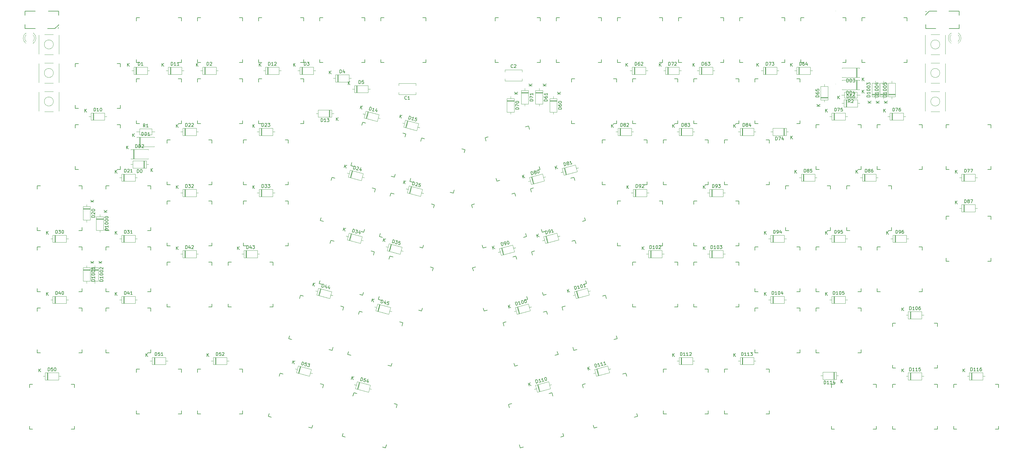
<source format=gto>
%TF.GenerationSoftware,KiCad,Pcbnew,(5.1.6-0-10_14)*%
%TF.CreationDate,2020-09-04T13:20:55+09:00*%
%TF.ProjectId,Right,52696768-742e-46b6-9963-61645f706362,rev?*%
%TF.SameCoordinates,Original*%
%TF.FileFunction,Legend,Top*%
%TF.FilePolarity,Positive*%
%FSLAX46Y46*%
G04 Gerber Fmt 4.6, Leading zero omitted, Abs format (unit mm)*
G04 Created by KiCad (PCBNEW (5.1.6-0-10_14)) date 2020-09-04 13:20:55*
%MOMM*%
%LPD*%
G01*
G04 APERTURE LIST*
%ADD10C,0.100000*%
%ADD11C,0.120000*%
%ADD12C,0.200000*%
%ADD13C,0.150000*%
G04 APERTURE END LIST*
D10*
%TO.C,U3*%
X353760000Y-13690000D02*
X353760000Y-13690000D01*
X353760000Y9110000D02*
X353760000Y9110000D01*
D11*
%TO.C,SW1005*%
X386175000Y-22245000D02*
X383495000Y-22245000D01*
X383495000Y-16005000D02*
X386175000Y-16005000D01*
X387955000Y-16155000D02*
X387955000Y-22095000D01*
X381715000Y-16155000D02*
X381715000Y-22095000D01*
X386249214Y-19125000D02*
G75*
G03*
X386249214Y-19125000I-1414214J0D01*
G01*
%TO.C,SW1004*%
X386175000Y-13355000D02*
X383495000Y-13355000D01*
X383495000Y-7115000D02*
X386175000Y-7115000D01*
X387955000Y-7265000D02*
X387955000Y-13205000D01*
X381715000Y-7265000D02*
X381715000Y-13205000D01*
X386249214Y-10235000D02*
G75*
G03*
X386249214Y-10235000I-1414214J0D01*
G01*
%TO.C,SW1003*%
X386175000Y-4465000D02*
X383495000Y-4465000D01*
X383495000Y1775000D02*
X386175000Y1775000D01*
X387955000Y1625000D02*
X387955000Y-4315000D01*
X381715000Y1625000D02*
X381715000Y-4315000D01*
X386249214Y-1345000D02*
G75*
G03*
X386249214Y-1345000I-1414214J0D01*
G01*
%TO.C,SW1002*%
X109885000Y-4465000D02*
X107205000Y-4465000D01*
X107205000Y1775000D02*
X109885000Y1775000D01*
X111665000Y1625000D02*
X111665000Y-4315000D01*
X105425000Y1625000D02*
X105425000Y-4315000D01*
X109959214Y-1345000D02*
G75*
G03*
X109959214Y-1345000I-1414214J0D01*
G01*
%TO.C,SW1001*%
X109885000Y-13355000D02*
X107205000Y-13355000D01*
X107205000Y-7115000D02*
X109885000Y-7115000D01*
X111665000Y-7265000D02*
X111665000Y-13205000D01*
X105425000Y-7265000D02*
X105425000Y-13205000D01*
X109959214Y-10235000D02*
G75*
G03*
X109959214Y-10235000I-1414214J0D01*
G01*
%TO.C,SW1000*%
X109885000Y-22245000D02*
X107205000Y-22245000D01*
X107205000Y-16005000D02*
X109885000Y-16005000D01*
X111665000Y-16155000D02*
X111665000Y-22095000D01*
X105425000Y-16155000D02*
X105425000Y-22095000D01*
X109959214Y-19125000D02*
G75*
G03*
X109959214Y-19125000I-1414214J0D01*
G01*
%TO.C,LED2*%
X389815000Y2195000D02*
X389659000Y2195000D01*
X392131000Y2195000D02*
X391975000Y2195000D01*
X389815163Y-406130D02*
G75*
G02*
X389815000Y1675961I1079837J1041130D01*
G01*
X391974837Y-406130D02*
G75*
G03*
X391975000Y1675961I-1079837J1041130D01*
G01*
X389816392Y-1037335D02*
G75*
G02*
X389659484Y2195000I1078608J1672335D01*
G01*
X391973608Y-1037335D02*
G75*
G03*
X392130516Y2195000I-1078608J1672335D01*
G01*
%TO.C,LED1*%
X101460000Y2195000D02*
X101304000Y2195000D01*
X103776000Y2195000D02*
X103620000Y2195000D01*
X101460163Y-406130D02*
G75*
G02*
X101460000Y1675961I1079837J1041130D01*
G01*
X103619837Y-406130D02*
G75*
G03*
X103620000Y1675961I-1079837J1041130D01*
G01*
X101461392Y-1037335D02*
G75*
G02*
X101304484Y2195000I1078608J1672335D01*
G01*
X103618608Y-1037335D02*
G75*
G03*
X103775516Y2195000I-1078608J1672335D01*
G01*
D12*
%TO.C,SWITCH1*%
X382055000Y8890000D02*
G75*
G03*
X382055000Y8890000I-100000J0D01*
G01*
D13*
X381855000Y7890000D02*
X381855000Y7770000D01*
X382965000Y9040000D02*
X381855000Y7950000D01*
X385315000Y9040000D02*
X382965000Y9040000D01*
X381855000Y3660000D02*
X381855000Y4930000D01*
X385045000Y3660000D02*
X381855000Y3660000D01*
X392306900Y9040000D02*
X392306900Y7770000D01*
X389104200Y9040000D02*
X392294200Y9040000D01*
X392306900Y3660000D02*
X392306900Y4930000D01*
X389127400Y3657600D02*
X392317400Y3657600D01*
X392306900Y9040000D02*
X392306900Y7770000D01*
X389104200Y9040000D02*
X392294200Y9040000D01*
X392306900Y9040000D02*
X392306900Y7770000D01*
X389104200Y9040000D02*
X392294200Y9040000D01*
D11*
%TO.C,D61*%
X262475000Y-16260000D02*
X260235000Y-16260000D01*
X262475000Y-16500000D02*
X260235000Y-16500000D01*
X262475000Y-16380000D02*
X260235000Y-16380000D01*
X261355000Y-20550000D02*
X261355000Y-19900000D01*
X261355000Y-15010000D02*
X261355000Y-15660000D01*
X262475000Y-19900000D02*
X262475000Y-15660000D01*
X260235000Y-19900000D02*
X262475000Y-19900000D01*
X260235000Y-15660000D02*
X260235000Y-19900000D01*
X262475000Y-15660000D02*
X260235000Y-15660000D01*
D13*
%TO.C,SW0*%
X130812500Y-7287500D02*
X130812500Y-8287500D01*
X129812500Y-21287500D02*
X130812500Y-21287500D01*
X130812500Y-7287500D02*
X129812500Y-7287500D01*
X130812500Y-20287500D02*
X130812500Y-21287500D01*
X116812500Y-21287500D02*
X116812500Y-20287500D01*
X117812500Y-7287500D02*
X116812500Y-7287500D01*
X116812500Y-21287500D02*
X117812500Y-21287500D01*
X116812500Y-8287500D02*
X116812500Y-7287500D01*
%TO.C,SW43*%
X164437500Y-70200000D02*
X164437500Y-69200000D01*
X164437500Y-83200000D02*
X165437500Y-83200000D01*
X165437500Y-69200000D02*
X164437500Y-69200000D01*
X164437500Y-83200000D02*
X164437500Y-82200000D01*
X178437500Y-82200000D02*
X178437500Y-83200000D01*
X178437500Y-69200000D02*
X177437500Y-69200000D01*
X177437500Y-83200000D02*
X178437500Y-83200000D01*
X178437500Y-69200000D02*
X178437500Y-70200000D01*
D11*
%TO.C,R1*%
X136815000Y-27655000D02*
X136815000Y-29495000D01*
X136815000Y-29495000D02*
X140655000Y-29495000D01*
X140655000Y-29495000D02*
X140655000Y-27655000D01*
X140655000Y-27655000D02*
X136815000Y-27655000D01*
X135865000Y-28575000D02*
X136815000Y-28575000D01*
X141605000Y-28575000D02*
X140655000Y-28575000D01*
%TO.C,DD1*%
X136015000Y-30410000D02*
X136015000Y-30280000D01*
X136015000Y-30280000D02*
X141455000Y-30280000D01*
X141455000Y-30280000D02*
X141455000Y-30410000D01*
X136015000Y-33090000D02*
X136015000Y-33220000D01*
X136015000Y-33220000D02*
X141455000Y-33220000D01*
X141455000Y-33220000D02*
X141455000Y-33090000D01*
X136915000Y-30280000D02*
X136915000Y-33220000D01*
X137035000Y-30280000D02*
X137035000Y-33220000D01*
X136795000Y-30280000D02*
X136795000Y-33220000D01*
%TO.C,DD2*%
X134890000Y-34090000D02*
X134890000Y-37030000D01*
X135130000Y-34090000D02*
X135130000Y-37030000D01*
X135010000Y-34090000D02*
X135010000Y-37030000D01*
X139550000Y-37030000D02*
X139550000Y-36900000D01*
X134110000Y-37030000D02*
X139550000Y-37030000D01*
X134110000Y-36900000D02*
X134110000Y-37030000D01*
X139550000Y-34090000D02*
X139550000Y-34220000D01*
X134110000Y-34090000D02*
X139550000Y-34090000D01*
X134110000Y-34220000D02*
X134110000Y-34090000D01*
D13*
%TO.C,SW14*%
X219848070Y-29201675D02*
X219589251Y-30167600D01*
X215258678Y-42465817D02*
X216224603Y-42724636D01*
X219848070Y-29201675D02*
X218882144Y-28942855D01*
X216483423Y-41758710D02*
X216224603Y-42724636D01*
X202701642Y-39101169D02*
X202960461Y-38135244D01*
X207291034Y-25837027D02*
X206325109Y-25578208D01*
X202701642Y-39101169D02*
X203667568Y-39359989D01*
X206066289Y-26544134D02*
X206325109Y-25578208D01*
%TO.C,SW13*%
X187962500Y-12050000D02*
X187962500Y-13050000D01*
X186962500Y-26050000D02*
X187962500Y-26050000D01*
X187962500Y-12050000D02*
X186962500Y-12050000D01*
X187962500Y-25050000D02*
X187962500Y-26050000D01*
X173962500Y-26050000D02*
X173962500Y-25050000D01*
X174962500Y-12050000D02*
X173962500Y-12050000D01*
X173962500Y-26050000D02*
X174962500Y-26050000D01*
X173962500Y-13050000D02*
X173962500Y-12050000D01*
%TO.C,SW42*%
X145387500Y-70200000D02*
X145387500Y-69200000D01*
X145387500Y-83200000D02*
X146387500Y-83200000D01*
X146387500Y-69200000D02*
X145387500Y-69200000D01*
X145387500Y-83200000D02*
X145387500Y-82200000D01*
X159387500Y-82200000D02*
X159387500Y-83200000D01*
X159387500Y-69200000D02*
X158387500Y-69200000D01*
X158387500Y-83200000D02*
X159387500Y-83200000D01*
X159387500Y-69200000D02*
X159387500Y-70200000D01*
%TO.C,SW41*%
X126337500Y-84487500D02*
X126337500Y-83487500D01*
X126337500Y-97487500D02*
X127337500Y-97487500D01*
X127337500Y-83487500D02*
X126337500Y-83487500D01*
X126337500Y-97487500D02*
X126337500Y-96487500D01*
X140337500Y-96487500D02*
X140337500Y-97487500D01*
X140337500Y-83487500D02*
X139337500Y-83487500D01*
X139337500Y-97487500D02*
X140337500Y-97487500D01*
X140337500Y-83487500D02*
X140337500Y-84487500D01*
%TO.C,SW40*%
X104906000Y-84487500D02*
X104906000Y-83487500D01*
X104906000Y-97487500D02*
X105906000Y-97487500D01*
X105906000Y-83487500D02*
X104906000Y-83487500D01*
X104906000Y-97487500D02*
X104906000Y-96487500D01*
X118906000Y-96487500D02*
X118906000Y-97487500D01*
X118906000Y-83487500D02*
X117906000Y-83487500D01*
X117906000Y-97487500D02*
X118906000Y-97487500D01*
X118906000Y-83487500D02*
X118906000Y-84487500D01*
D11*
%TO.C,D45*%
X211570933Y-82376275D02*
X210991179Y-84539949D01*
X211802756Y-82438391D02*
X211223001Y-84602065D01*
X211686845Y-82407333D02*
X211107090Y-84571007D01*
X215424878Y-84568445D02*
X214797026Y-84400213D01*
X210073649Y-83134588D02*
X210701501Y-83302820D01*
X215086903Y-83318376D02*
X210991378Y-82220983D01*
X214507149Y-85482050D02*
X215086903Y-83318376D01*
X210411623Y-84384657D02*
X214507149Y-85482050D01*
X210991378Y-82220983D02*
X210411623Y-84384657D01*
%TO.C,D44*%
X193170046Y-77445772D02*
X192590292Y-79609446D01*
X193401869Y-77507888D02*
X192822114Y-79671562D01*
X193285958Y-77476830D02*
X192706203Y-79640504D01*
X197023991Y-79637942D02*
X196396139Y-79469710D01*
X191672762Y-78204085D02*
X192300614Y-78372317D01*
X196686016Y-78387873D02*
X192590491Y-77290480D01*
X196106262Y-80551547D02*
X196686016Y-78387873D01*
X192010736Y-79454154D02*
X196106262Y-80551547D01*
X192590491Y-77290480D02*
X192010736Y-79454154D01*
%TO.C,D43*%
X169917500Y-65555000D02*
X169917500Y-67795000D01*
X170157500Y-65555000D02*
X170157500Y-67795000D01*
X170037500Y-65555000D02*
X170037500Y-67795000D01*
X174207500Y-66675000D02*
X173557500Y-66675000D01*
X168667500Y-66675000D02*
X169317500Y-66675000D01*
X173557500Y-65555000D02*
X169317500Y-65555000D01*
X173557500Y-67795000D02*
X173557500Y-65555000D01*
X169317500Y-67795000D02*
X173557500Y-67795000D01*
X169317500Y-65555000D02*
X169317500Y-67795000D01*
%TO.C,D41*%
X131817500Y-79842500D02*
X131817500Y-82082500D01*
X132057500Y-79842500D02*
X132057500Y-82082500D01*
X131937500Y-79842500D02*
X131937500Y-82082500D01*
X136107500Y-80962500D02*
X135457500Y-80962500D01*
X130567500Y-80962500D02*
X131217500Y-80962500D01*
X135457500Y-79842500D02*
X131217500Y-79842500D01*
X135457500Y-82082500D02*
X135457500Y-79842500D01*
X131217500Y-82082500D02*
X135457500Y-82082500D01*
X131217500Y-79842500D02*
X131217500Y-82082500D01*
%TO.C,D40*%
X110386000Y-79842500D02*
X110386000Y-82082500D01*
X110626000Y-79842500D02*
X110626000Y-82082500D01*
X110506000Y-79842500D02*
X110506000Y-82082500D01*
X114676000Y-80962500D02*
X114026000Y-80962500D01*
X109136000Y-80962500D02*
X109786000Y-80962500D01*
X114026000Y-79842500D02*
X109786000Y-79842500D01*
X114026000Y-82082500D02*
X114026000Y-79842500D01*
X109786000Y-82082500D02*
X114026000Y-82082500D01*
X109786000Y-79842500D02*
X109786000Y-82082500D01*
%TO.C,D22*%
X150867500Y-27455000D02*
X150867500Y-29695000D01*
X151107500Y-27455000D02*
X151107500Y-29695000D01*
X150987500Y-27455000D02*
X150987500Y-29695000D01*
X155157500Y-28575000D02*
X154507500Y-28575000D01*
X149617500Y-28575000D02*
X150267500Y-28575000D01*
X154507500Y-27455000D02*
X150267500Y-27455000D01*
X154507500Y-29695000D02*
X154507500Y-27455000D01*
X150267500Y-29695000D02*
X154507500Y-29695000D01*
X150267500Y-27455000D02*
X150267500Y-29695000D01*
D13*
%TO.C,SW22*%
X159387500Y-31100000D02*
X159387500Y-32100000D01*
X158387500Y-45100000D02*
X159387500Y-45100000D01*
X159387500Y-31100000D02*
X158387500Y-31100000D01*
X159387500Y-44100000D02*
X159387500Y-45100000D01*
X145387500Y-45100000D02*
X145387500Y-44100000D01*
X146387500Y-31100000D02*
X145387500Y-31100000D01*
X145387500Y-45100000D02*
X146387500Y-45100000D01*
X145387500Y-32100000D02*
X145387500Y-31100000D01*
%TO.C,SW51*%
X149862500Y-102537500D02*
X149862500Y-103537500D01*
X148862500Y-116537500D02*
X149862500Y-116537500D01*
X149862500Y-102537500D02*
X148862500Y-102537500D01*
X149862500Y-115537500D02*
X149862500Y-116537500D01*
X135862500Y-116537500D02*
X135862500Y-115537500D01*
X136862500Y-102537500D02*
X135862500Y-102537500D01*
X135862500Y-116537500D02*
X136862500Y-116537500D01*
X135862500Y-103537500D02*
X135862500Y-102537500D01*
D11*
%TO.C,D30*%
X110386000Y-60792500D02*
X110386000Y-63032500D01*
X110626000Y-60792500D02*
X110626000Y-63032500D01*
X110506000Y-60792500D02*
X110506000Y-63032500D01*
X114676000Y-61912500D02*
X114026000Y-61912500D01*
X109136000Y-61912500D02*
X109786000Y-61912500D01*
X114026000Y-60792500D02*
X109786000Y-60792500D01*
X114026000Y-63032500D02*
X114026000Y-60792500D01*
X109786000Y-63032500D02*
X114026000Y-63032500D01*
X109786000Y-60792500D02*
X109786000Y-63032500D01*
D13*
%TO.C,SW11*%
X149862500Y-12050000D02*
X149862500Y-13050000D01*
X148862500Y-26050000D02*
X149862500Y-26050000D01*
X149862500Y-12050000D02*
X148862500Y-12050000D01*
X149862500Y-25050000D02*
X149862500Y-26050000D01*
X135862500Y-26050000D02*
X135862500Y-25050000D01*
X136862500Y-12050000D02*
X135862500Y-12050000D01*
X135862500Y-26050000D02*
X136862500Y-26050000D01*
X135862500Y-13050000D02*
X135862500Y-12050000D01*
%TO.C,SW50*%
X116525000Y-107300000D02*
X116525000Y-108300000D01*
X115525000Y-121300000D02*
X116525000Y-121300000D01*
X116525000Y-107300000D02*
X115525000Y-107300000D01*
X116525000Y-120300000D02*
X116525000Y-121300000D01*
X102525000Y-121300000D02*
X102525000Y-120300000D01*
X103525000Y-107300000D02*
X102525000Y-107300000D01*
X102525000Y-121300000D02*
X103525000Y-121300000D01*
X102525000Y-108300000D02*
X102525000Y-107300000D01*
%TO.C,SW23*%
X183200000Y-31100000D02*
X183200000Y-32100000D01*
X182200000Y-45100000D02*
X183200000Y-45100000D01*
X183200000Y-31100000D02*
X182200000Y-31100000D01*
X183200000Y-44100000D02*
X183200000Y-45100000D01*
X169200000Y-45100000D02*
X169200000Y-44100000D01*
X170200000Y-31100000D02*
X169200000Y-31100000D01*
X169200000Y-45100000D02*
X170200000Y-45100000D01*
X169200000Y-32100000D02*
X169200000Y-31100000D01*
D11*
%TO.C,D51*%
X141342500Y-98892500D02*
X141342500Y-101132500D01*
X141582500Y-98892500D02*
X141582500Y-101132500D01*
X141462500Y-98892500D02*
X141462500Y-101132500D01*
X145632500Y-100012500D02*
X144982500Y-100012500D01*
X140092500Y-100012500D02*
X140742500Y-100012500D01*
X144982500Y-98892500D02*
X140742500Y-98892500D01*
X144982500Y-101132500D02*
X144982500Y-98892500D01*
X140742500Y-101132500D02*
X144982500Y-101132500D01*
X140742500Y-98892500D02*
X140742500Y-101132500D01*
D13*
%TO.C,SW32*%
X159387500Y-50150000D02*
X159387500Y-51150000D01*
X158387500Y-64150000D02*
X159387500Y-64150000D01*
X159387500Y-50150000D02*
X158387500Y-50150000D01*
X159387500Y-63150000D02*
X159387500Y-64150000D01*
X145387500Y-64150000D02*
X145387500Y-63150000D01*
X146387500Y-50150000D02*
X145387500Y-50150000D01*
X145387500Y-64150000D02*
X146387500Y-64150000D01*
X145387500Y-51150000D02*
X145387500Y-50150000D01*
D11*
%TO.C,D35*%
X215121847Y-63610859D02*
X214542093Y-65774533D01*
X215353670Y-63672975D02*
X214773915Y-65836649D01*
X215237759Y-63641917D02*
X214658004Y-65805591D01*
X218975792Y-65803029D02*
X218347940Y-65634797D01*
X213624563Y-64369172D02*
X214252415Y-64537404D01*
X218637817Y-64552960D02*
X214542292Y-63455567D01*
X218058063Y-66716634D02*
X218637817Y-64552960D01*
X213962537Y-65619241D02*
X218058063Y-66716634D01*
X214542292Y-63455567D02*
X213962537Y-65619241D01*
D13*
%TO.C,SW21*%
X140337500Y-45387500D02*
X140337500Y-46387500D01*
X139337500Y-59387500D02*
X140337500Y-59387500D01*
X140337500Y-45387500D02*
X139337500Y-45387500D01*
X140337500Y-58387500D02*
X140337500Y-59387500D01*
X126337500Y-59387500D02*
X126337500Y-58387500D01*
X127337500Y-45387500D02*
X126337500Y-45387500D01*
X126337500Y-59387500D02*
X127337500Y-59387500D01*
X126337500Y-46387500D02*
X126337500Y-45387500D01*
%TO.C,SW33*%
X183200000Y-50150000D02*
X183200000Y-51150000D01*
X182200000Y-64150000D02*
X183200000Y-64150000D01*
X183200000Y-50150000D02*
X182200000Y-50150000D01*
X183200000Y-63150000D02*
X183200000Y-64150000D01*
X169200000Y-64150000D02*
X169200000Y-63150000D01*
X170200000Y-50150000D02*
X169200000Y-50150000D01*
X169200000Y-64150000D02*
X170200000Y-64150000D01*
X169200000Y-51150000D02*
X169200000Y-50150000D01*
%TO.C,SW31*%
X140337500Y-64437500D02*
X140337500Y-65437500D01*
X139337500Y-78437500D02*
X140337500Y-78437500D01*
X140337500Y-64437500D02*
X139337500Y-64437500D01*
X140337500Y-77437500D02*
X140337500Y-78437500D01*
X126337500Y-78437500D02*
X126337500Y-77437500D01*
X127337500Y-64437500D02*
X126337500Y-64437500D01*
X126337500Y-78437500D02*
X127337500Y-78437500D01*
X126337500Y-65437500D02*
X126337500Y-64437500D01*
%TO.C,SW10*%
X130812500Y-26337500D02*
X130812500Y-27337500D01*
X129812500Y-40337500D02*
X130812500Y-40337500D01*
X130812500Y-26337500D02*
X129812500Y-26337500D01*
X130812500Y-39337500D02*
X130812500Y-40337500D01*
X116812500Y-40337500D02*
X116812500Y-39337500D01*
X117812500Y-26337500D02*
X116812500Y-26337500D01*
X116812500Y-40337500D02*
X117812500Y-40337500D01*
X116812500Y-27337500D02*
X116812500Y-26337500D01*
D11*
%TO.C,D20*%
X121440000Y-52455000D02*
X119200000Y-52455000D01*
X121440000Y-52695000D02*
X119200000Y-52695000D01*
X121440000Y-52575000D02*
X119200000Y-52575000D01*
X120320000Y-56745000D02*
X120320000Y-56095000D01*
X120320000Y-51205000D02*
X120320000Y-51855000D01*
X121440000Y-56095000D02*
X121440000Y-51855000D01*
X119200000Y-56095000D02*
X121440000Y-56095000D01*
X119200000Y-51855000D02*
X119200000Y-56095000D01*
X121440000Y-51855000D02*
X119200000Y-51855000D01*
%TO.C,D52*%
X159792500Y-98892500D02*
X159792500Y-101132500D01*
X159792500Y-101132500D02*
X164032500Y-101132500D01*
X164032500Y-101132500D02*
X164032500Y-98892500D01*
X164032500Y-98892500D02*
X159792500Y-98892500D01*
X159142500Y-100012500D02*
X159792500Y-100012500D01*
X164682500Y-100012500D02*
X164032500Y-100012500D01*
X160512500Y-98892500D02*
X160512500Y-101132500D01*
X160632500Y-98892500D02*
X160632500Y-101132500D01*
X160392500Y-98892500D02*
X160392500Y-101132500D01*
%TO.C,D32*%
X150867500Y-46505000D02*
X150867500Y-48745000D01*
X151107500Y-46505000D02*
X151107500Y-48745000D01*
X150987500Y-46505000D02*
X150987500Y-48745000D01*
X155157500Y-47625000D02*
X154507500Y-47625000D01*
X149617500Y-47625000D02*
X150267500Y-47625000D01*
X154507500Y-46505000D02*
X150267500Y-46505000D01*
X154507500Y-48745000D02*
X154507500Y-46505000D01*
X150267500Y-48745000D02*
X154507500Y-48745000D01*
X150267500Y-46505000D02*
X150267500Y-48745000D01*
%TO.C,D4*%
X197892500Y-10786250D02*
X197892500Y-13026250D01*
X197892500Y-13026250D02*
X202132500Y-13026250D01*
X202132500Y-13026250D02*
X202132500Y-10786250D01*
X202132500Y-10786250D02*
X197892500Y-10786250D01*
X197242500Y-11906250D02*
X197892500Y-11906250D01*
X202782500Y-11906250D02*
X202132500Y-11906250D01*
X198612500Y-10786250D02*
X198612500Y-13026250D01*
X198732500Y-10786250D02*
X198732500Y-13026250D01*
X198492500Y-10786250D02*
X198492500Y-13026250D01*
%TO.C,D53*%
X186844639Y-101679507D02*
X186264885Y-103843181D01*
X187076462Y-101741623D02*
X186496707Y-103905297D01*
X186960551Y-101710565D02*
X186380796Y-103874239D01*
X190698584Y-103871677D02*
X190070732Y-103703445D01*
X185347355Y-102437820D02*
X185975207Y-102606052D01*
X190360609Y-102621608D02*
X186265084Y-101524215D01*
X189780855Y-104785282D02*
X190360609Y-102621608D01*
X185685329Y-103687889D02*
X189780855Y-104785282D01*
X186265084Y-101524215D02*
X185685329Y-103687889D01*
%TO.C,D33*%
X174680000Y-46505000D02*
X174680000Y-48745000D01*
X174920000Y-46505000D02*
X174920000Y-48745000D01*
X174800000Y-46505000D02*
X174800000Y-48745000D01*
X178970000Y-47625000D02*
X178320000Y-47625000D01*
X173430000Y-47625000D02*
X174080000Y-47625000D01*
X178320000Y-46505000D02*
X174080000Y-46505000D01*
X178320000Y-48745000D02*
X178320000Y-46505000D01*
X174080000Y-48745000D02*
X178320000Y-48745000D01*
X174080000Y-46505000D02*
X174080000Y-48745000D01*
%TO.C,D23*%
X174680000Y-27455000D02*
X174680000Y-29695000D01*
X174920000Y-27455000D02*
X174920000Y-29695000D01*
X174800000Y-27455000D02*
X174800000Y-29695000D01*
X178970000Y-28575000D02*
X178320000Y-28575000D01*
X173430000Y-28575000D02*
X174080000Y-28575000D01*
X178320000Y-27455000D02*
X174080000Y-27455000D01*
X178320000Y-29695000D02*
X178320000Y-27455000D01*
X174080000Y-29695000D02*
X178320000Y-29695000D01*
X174080000Y-27455000D02*
X174080000Y-29695000D01*
%TO.C,D13*%
X196735000Y-23980000D02*
X196735000Y-21740000D01*
X196735000Y-21740000D02*
X192495000Y-21740000D01*
X192495000Y-21740000D02*
X192495000Y-23980000D01*
X192495000Y-23980000D02*
X196735000Y-23980000D01*
X197385000Y-22860000D02*
X196735000Y-22860000D01*
X191845000Y-22860000D02*
X192495000Y-22860000D01*
X196015000Y-23980000D02*
X196015000Y-21740000D01*
X195895000Y-23980000D02*
X195895000Y-21740000D01*
X196135000Y-23980000D02*
X196135000Y-21740000D01*
%TO.C,D3*%
X186780000Y-8405000D02*
X186780000Y-10645000D01*
X186780000Y-10645000D02*
X191020000Y-10645000D01*
X191020000Y-10645000D02*
X191020000Y-8405000D01*
X191020000Y-8405000D02*
X186780000Y-8405000D01*
X186130000Y-9525000D02*
X186780000Y-9525000D01*
X191670000Y-9525000D02*
X191020000Y-9525000D01*
X187500000Y-8405000D02*
X187500000Y-10645000D01*
X187620000Y-8405000D02*
X187620000Y-10645000D01*
X187380000Y-8405000D02*
X187380000Y-10645000D01*
%TO.C,D54*%
X205245043Y-106609880D02*
X204665289Y-108773554D01*
X205476866Y-106671996D02*
X204897111Y-108835670D01*
X205360955Y-106640938D02*
X204781200Y-108804612D01*
X209098988Y-108802050D02*
X208471136Y-108633818D01*
X203747759Y-107368193D02*
X204375611Y-107536425D01*
X208761013Y-107551981D02*
X204665488Y-106454588D01*
X208181259Y-109715655D02*
X208761013Y-107551981D01*
X204085733Y-108618262D02*
X208181259Y-109715655D01*
X204665488Y-106454588D02*
X204085733Y-108618262D01*
%TO.C,D14*%
X207382000Y-22087819D02*
X206802245Y-24251493D01*
X206802245Y-24251493D02*
X210897771Y-25348886D01*
X210897771Y-25348886D02*
X211477525Y-23185212D01*
X211477525Y-23185212D02*
X207382000Y-22087819D01*
X206464271Y-23001424D02*
X207092123Y-23169656D01*
X211815500Y-24435281D02*
X211187648Y-24267049D01*
X208077467Y-22274169D02*
X207497712Y-24437843D01*
X208193378Y-22305227D02*
X207613623Y-24468901D01*
X207961555Y-22243111D02*
X207381801Y-24406785D01*
D13*
%TO.C,SW30*%
X118906000Y-64437500D02*
X118906000Y-65437500D01*
X117906000Y-78437500D02*
X118906000Y-78437500D01*
X118906000Y-64437500D02*
X117906000Y-64437500D01*
X118906000Y-77437500D02*
X118906000Y-78437500D01*
X104906000Y-78437500D02*
X104906000Y-77437500D01*
X105906000Y-64437500D02*
X104906000Y-64437500D01*
X104906000Y-78437500D02*
X105906000Y-78437500D01*
X104906000Y-65437500D02*
X104906000Y-64437500D01*
%TO.C,SW20*%
X118906000Y-45387500D02*
X118906000Y-46387500D01*
X117906000Y-59387500D02*
X118906000Y-59387500D01*
X118906000Y-45387500D02*
X117906000Y-45387500D01*
X118906000Y-58387500D02*
X118906000Y-59387500D01*
X104906000Y-59387500D02*
X104906000Y-58387500D01*
X105906000Y-45387500D02*
X104906000Y-45387500D01*
X104906000Y-59387500D02*
X105906000Y-59387500D01*
X104906000Y-46387500D02*
X104906000Y-45387500D01*
D11*
%TO.C,D12*%
X176064375Y-8405000D02*
X176064375Y-10645000D01*
X176064375Y-10645000D02*
X180304375Y-10645000D01*
X180304375Y-10645000D02*
X180304375Y-8405000D01*
X180304375Y-8405000D02*
X176064375Y-8405000D01*
X175414375Y-9525000D02*
X176064375Y-9525000D01*
X180954375Y-9525000D02*
X180304375Y-9525000D01*
X176784375Y-8405000D02*
X176784375Y-10645000D01*
X176904375Y-8405000D02*
X176904375Y-10645000D01*
X176664375Y-8405000D02*
X176664375Y-10645000D01*
D13*
%TO.C,SW3*%
X187962500Y7000000D02*
X187962500Y6000000D01*
X186962500Y-7000000D02*
X187962500Y-7000000D01*
X187962500Y7000000D02*
X186962500Y7000000D01*
X187962500Y-6000000D02*
X187962500Y-7000000D01*
X173962500Y-7000000D02*
X173962500Y-6000000D01*
X174962500Y7000000D02*
X173962500Y7000000D01*
X173962500Y-7000000D02*
X174962500Y-7000000D01*
X173962500Y6000000D02*
X173962500Y7000000D01*
%TO.C,SW52*%
X168912500Y-102537500D02*
X168912500Y-103537500D01*
X167912500Y-116537500D02*
X168912500Y-116537500D01*
X168912500Y-102537500D02*
X167912500Y-102537500D01*
X168912500Y-115537500D02*
X168912500Y-116537500D01*
X154912500Y-116537500D02*
X154912500Y-115537500D01*
X155912500Y-102537500D02*
X154912500Y-102537500D01*
X154912500Y-116537500D02*
X155912500Y-116537500D01*
X154912500Y-103537500D02*
X154912500Y-102537500D01*
D11*
%TO.C,D2*%
X156458750Y-8405000D02*
X156458750Y-10645000D01*
X156458750Y-10645000D02*
X160698750Y-10645000D01*
X160698750Y-10645000D02*
X160698750Y-8405000D01*
X160698750Y-8405000D02*
X156458750Y-8405000D01*
X155808750Y-9525000D02*
X156458750Y-9525000D01*
X161348750Y-9525000D02*
X160698750Y-9525000D01*
X157178750Y-8405000D02*
X157178750Y-10645000D01*
X157298750Y-8405000D02*
X157298750Y-10645000D01*
X157058750Y-8405000D02*
X157058750Y-10645000D01*
%TO.C,D25*%
X221431939Y-45574501D02*
X220852185Y-47738175D01*
X221663762Y-45636617D02*
X221084007Y-47800291D01*
X221547851Y-45605559D02*
X220968096Y-47769233D01*
X225285884Y-47766671D02*
X224658032Y-47598439D01*
X219934655Y-46332814D02*
X220562507Y-46501046D01*
X224947909Y-46516602D02*
X220852384Y-45419209D01*
X224368155Y-48680276D02*
X224947909Y-46516602D01*
X220272629Y-47582883D02*
X224368155Y-48680276D01*
X220852384Y-45419209D02*
X220272629Y-47582883D01*
%TO.C,D15*%
X220261847Y-25070859D02*
X219682093Y-27234533D01*
X220493670Y-25132975D02*
X219913915Y-27296649D01*
X220377759Y-25101917D02*
X219798004Y-27265591D01*
X224115792Y-27263029D02*
X223487940Y-27094797D01*
X218764563Y-25829172D02*
X219392415Y-25997404D01*
X223777817Y-26012960D02*
X219682292Y-24915567D01*
X223198063Y-28176634D02*
X223777817Y-26012960D01*
X219102537Y-27079241D02*
X223198063Y-28176634D01*
X219682292Y-24915567D02*
X219102537Y-27079241D01*
%TO.C,D5*%
X203798000Y-14120000D02*
X203798000Y-16360000D01*
X203798000Y-16360000D02*
X208038000Y-16360000D01*
X208038000Y-16360000D02*
X208038000Y-14120000D01*
X208038000Y-14120000D02*
X203798000Y-14120000D01*
X203148000Y-15240000D02*
X203798000Y-15240000D01*
X208688000Y-15240000D02*
X208038000Y-15240000D01*
X204518000Y-14120000D02*
X204518000Y-16360000D01*
X204638000Y-14120000D02*
X204638000Y-16360000D01*
X204398000Y-14120000D02*
X204398000Y-16360000D01*
%TO.C,D34*%
X202700771Y-60277511D02*
X202121017Y-62441185D01*
X202932594Y-60339627D02*
X202352839Y-62503301D01*
X202816683Y-60308569D02*
X202236928Y-62472243D01*
X206554716Y-62469681D02*
X205926864Y-62301449D01*
X201203487Y-61035824D02*
X201831339Y-61204056D01*
X206216741Y-61219612D02*
X202121216Y-60122219D01*
X205636987Y-63383286D02*
X206216741Y-61219612D01*
X201541461Y-62285893D02*
X205636987Y-63383286D01*
X202121216Y-60122219D02*
X201541461Y-62285893D01*
%TO.C,D24*%
X203031052Y-40643998D02*
X202451298Y-42807672D01*
X203262875Y-40706114D02*
X202683120Y-42869788D01*
X203146964Y-40675056D02*
X202567209Y-42838730D01*
X206884997Y-42836168D02*
X206257145Y-42667936D01*
X201533768Y-41402311D02*
X202161620Y-41570543D01*
X206547022Y-41586099D02*
X202451497Y-40488706D01*
X205967268Y-43749773D02*
X206547022Y-41586099D01*
X201871742Y-42652380D02*
X205967268Y-43749773D01*
X202451497Y-40488706D02*
X201871742Y-42652380D01*
%TO.C,D0*%
X138950000Y-39855000D02*
X138950000Y-37615000D01*
X138950000Y-37615000D02*
X134710000Y-37615000D01*
X134710000Y-37615000D02*
X134710000Y-39855000D01*
X134710000Y-39855000D02*
X138950000Y-39855000D01*
X139600000Y-38735000D02*
X138950000Y-38735000D01*
X134060000Y-38735000D02*
X134710000Y-38735000D01*
X138230000Y-39855000D02*
X138230000Y-37615000D01*
X138110000Y-39855000D02*
X138110000Y-37615000D01*
X138350000Y-39855000D02*
X138350000Y-37615000D01*
%TO.C,C1*%
X222928200Y-16910200D02*
X217588200Y-16910200D01*
X222928200Y-13468200D02*
X217588200Y-13468200D01*
X222928200Y-16910200D02*
X222928200Y-16244200D01*
X222928200Y-14134200D02*
X222928200Y-13468200D01*
X217588200Y-16910200D02*
X217588200Y-16244200D01*
X217588200Y-14134200D02*
X217588200Y-13468200D01*
%TO.C,D10*%
X122292500Y-22692500D02*
X122292500Y-24932500D01*
X122532500Y-22692500D02*
X122532500Y-24932500D01*
X122412500Y-22692500D02*
X122412500Y-24932500D01*
X126582500Y-23812500D02*
X125932500Y-23812500D01*
X121042500Y-23812500D02*
X121692500Y-23812500D01*
X125932500Y-22692500D02*
X121692500Y-22692500D01*
X125932500Y-24932500D02*
X125932500Y-22692500D01*
X121692500Y-24932500D02*
X125932500Y-24932500D01*
X121692500Y-22692500D02*
X121692500Y-24932500D01*
%TO.C,D11*%
X145743125Y-8405000D02*
X145743125Y-10645000D01*
X145743125Y-10645000D02*
X149983125Y-10645000D01*
X149983125Y-10645000D02*
X149983125Y-8405000D01*
X149983125Y-8405000D02*
X145743125Y-8405000D01*
X145093125Y-9525000D02*
X145743125Y-9525000D01*
X150633125Y-9525000D02*
X149983125Y-9525000D01*
X146463125Y-8405000D02*
X146463125Y-10645000D01*
X146583125Y-8405000D02*
X146583125Y-10645000D01*
X146343125Y-8405000D02*
X146343125Y-10645000D01*
%TO.C,D1*%
X135027500Y-8405000D02*
X135027500Y-10645000D01*
X135027500Y-10645000D02*
X139267500Y-10645000D01*
X139267500Y-10645000D02*
X139267500Y-8405000D01*
X139267500Y-8405000D02*
X135027500Y-8405000D01*
X134377500Y-9525000D02*
X135027500Y-9525000D01*
X139917500Y-9525000D02*
X139267500Y-9525000D01*
X135747500Y-8405000D02*
X135747500Y-10645000D01*
X135867500Y-8405000D02*
X135867500Y-10645000D01*
X135627500Y-8405000D02*
X135627500Y-10645000D01*
%TO.C,D50*%
X108004700Y-103655000D02*
X108004700Y-105895000D01*
X108244700Y-103655000D02*
X108244700Y-105895000D01*
X108124700Y-103655000D02*
X108124700Y-105895000D01*
X112294700Y-104775000D02*
X111644700Y-104775000D01*
X106754700Y-104775000D02*
X107404700Y-104775000D01*
X111644700Y-103655000D02*
X107404700Y-103655000D01*
X111644700Y-105895000D02*
X111644700Y-103655000D01*
X107404700Y-105895000D02*
X111644700Y-105895000D01*
X107404700Y-103655000D02*
X107404700Y-105895000D01*
%TO.C,D31*%
X131817500Y-60792500D02*
X131817500Y-63032500D01*
X132057500Y-60792500D02*
X132057500Y-63032500D01*
X131937500Y-60792500D02*
X131937500Y-63032500D01*
X136107500Y-61912500D02*
X135457500Y-61912500D01*
X130567500Y-61912500D02*
X131217500Y-61912500D01*
X135457500Y-60792500D02*
X131217500Y-60792500D01*
X135457500Y-63032500D02*
X135457500Y-60792500D01*
X131217500Y-63032500D02*
X135457500Y-63032500D01*
X131217500Y-60792500D02*
X131217500Y-63032500D01*
%TO.C,D21*%
X131817500Y-41742500D02*
X131817500Y-43982500D01*
X132057500Y-41742500D02*
X132057500Y-43982500D01*
X131937500Y-41742500D02*
X131937500Y-43982500D01*
X136107500Y-42862500D02*
X135457500Y-42862500D01*
X130567500Y-42862500D02*
X131217500Y-42862500D01*
X135457500Y-41742500D02*
X131217500Y-41742500D01*
X135457500Y-43982500D02*
X135457500Y-41742500D01*
X131217500Y-43982500D02*
X135457500Y-43982500D01*
X131217500Y-41742500D02*
X131217500Y-43982500D01*
D13*
%TO.C,SW44*%
X186674558Y-80514169D02*
X186933378Y-79548243D01*
X183309911Y-93071204D02*
X184275837Y-93330024D01*
X187899303Y-79807062D02*
X186933378Y-79548243D01*
X183309911Y-93071204D02*
X183568730Y-92105279D01*
X197091692Y-95728745D02*
X196832872Y-96694671D01*
X200456339Y-83171710D02*
X199490413Y-82912890D01*
X195866947Y-96435852D02*
X196832872Y-96694671D01*
X200456339Y-83171710D02*
X200197520Y-84137635D01*
%TO.C,SW45*%
X205075445Y-85444672D02*
X205334265Y-84478746D01*
X201710798Y-98001707D02*
X202676724Y-98260527D01*
X206300190Y-84737565D02*
X205334265Y-84478746D01*
X201710798Y-98001707D02*
X201969617Y-97035782D01*
X215492579Y-100659248D02*
X215233759Y-101625174D01*
X218857226Y-88102213D02*
X217891300Y-87843393D01*
X214267834Y-101366355D02*
X215233759Y-101625174D01*
X218857226Y-88102213D02*
X218598407Y-89068138D01*
D11*
%TO.C,D42*%
X150867500Y-65555000D02*
X150867500Y-67795000D01*
X151107500Y-65555000D02*
X151107500Y-67795000D01*
X150987500Y-65555000D02*
X150987500Y-67795000D01*
X155157500Y-66675000D02*
X154507500Y-66675000D01*
X149617500Y-66675000D02*
X150267500Y-66675000D01*
X154507500Y-65555000D02*
X150267500Y-65555000D01*
X154507500Y-67795000D02*
X154507500Y-65555000D01*
X150267500Y-67795000D02*
X154507500Y-67795000D01*
X150267500Y-65555000D02*
X150267500Y-67795000D01*
D13*
%TO.C,SW24*%
X210317345Y-46369936D02*
X210058526Y-47335861D01*
X205727953Y-59634078D02*
X206693878Y-59892897D01*
X210317345Y-46369936D02*
X209351419Y-46111116D01*
X206952698Y-58926971D02*
X206693878Y-59892897D01*
X193170917Y-56269430D02*
X193429736Y-55303505D01*
X197760309Y-43005288D02*
X196794384Y-42746469D01*
X193170917Y-56269430D02*
X194136843Y-56528250D01*
X196535564Y-43712395D02*
X196794384Y-42746469D01*
D11*
%TO.C,D1000*%
X125580000Y-55030000D02*
X123340000Y-55030000D01*
X123340000Y-55030000D02*
X123340000Y-59270000D01*
X123340000Y-59270000D02*
X125580000Y-59270000D01*
X125580000Y-59270000D02*
X125580000Y-55030000D01*
X124460000Y-54380000D02*
X124460000Y-55030000D01*
X124460000Y-59920000D02*
X124460000Y-59270000D01*
X125580000Y-55750000D02*
X123340000Y-55750000D01*
X125580000Y-55870000D02*
X123340000Y-55870000D01*
X125580000Y-55630000D02*
X123340000Y-55630000D01*
D13*
%TO.C,SW35*%
X228387951Y-70933952D02*
X228129132Y-71899877D01*
X223798559Y-84198094D02*
X224764484Y-84456913D01*
X228387951Y-70933952D02*
X227422025Y-70675132D01*
X225023304Y-83490987D02*
X224764484Y-84456913D01*
X211241523Y-80833446D02*
X211500342Y-79867521D01*
X215830915Y-67569304D02*
X214864990Y-67310485D01*
X211241523Y-80833446D02*
X212207449Y-81092266D01*
X214606170Y-68276411D02*
X214864990Y-67310485D01*
%TO.C,SW2*%
X168912500Y7000000D02*
X168912500Y6000000D01*
X167912500Y-7000000D02*
X168912500Y-7000000D01*
X168912500Y7000000D02*
X167912500Y7000000D01*
X168912500Y-6000000D02*
X168912500Y-7000000D01*
X154912500Y-7000000D02*
X154912500Y-6000000D01*
X155912500Y7000000D02*
X154912500Y7000000D01*
X154912500Y-7000000D02*
X155912500Y-7000000D01*
X154912500Y6000000D02*
X154912500Y7000000D01*
%TO.C,SW25*%
X228718232Y-51300439D02*
X228459413Y-52266364D01*
X224128840Y-64564581D02*
X225094765Y-64823400D01*
X228718232Y-51300439D02*
X227752306Y-51041619D01*
X225353585Y-63857474D02*
X225094765Y-64823400D01*
X211571804Y-61199933D02*
X211830623Y-60234008D01*
X216161196Y-47935791D02*
X215195271Y-47676972D01*
X211571804Y-61199933D02*
X212537730Y-61458753D01*
X214936451Y-48642898D02*
X215195271Y-47676972D01*
%TO.C,SW4*%
X207012500Y7000000D02*
X207012500Y6000000D01*
X206012500Y-7000000D02*
X207012500Y-7000000D01*
X207012500Y7000000D02*
X206012500Y7000000D01*
X207012500Y-6000000D02*
X207012500Y-7000000D01*
X193012500Y-7000000D02*
X193012500Y-6000000D01*
X194012500Y7000000D02*
X193012500Y7000000D01*
X193012500Y-7000000D02*
X194012500Y-7000000D01*
X193012500Y6000000D02*
X193012500Y7000000D01*
%TO.C,SW34*%
X209987064Y-66003449D02*
X209728245Y-66969374D01*
X205397672Y-79267591D02*
X206363597Y-79526410D01*
X209987064Y-66003449D02*
X209021138Y-65744629D01*
X206622417Y-78560484D02*
X206363597Y-79526410D01*
X192840636Y-75902943D02*
X193099455Y-74937018D01*
X197430028Y-62638801D02*
X196464103Y-62379982D01*
X192840636Y-75902943D02*
X193806562Y-76161763D01*
X196205283Y-63345908D02*
X196464103Y-62379982D01*
%TO.C,SW15*%
X238248957Y-34132178D02*
X237990138Y-35098103D01*
X233659565Y-47396320D02*
X234625490Y-47655139D01*
X238248957Y-34132178D02*
X237283031Y-33873358D01*
X234884310Y-46689213D02*
X234625490Y-47655139D01*
X221102529Y-44031672D02*
X221361348Y-43065747D01*
X225691921Y-30767530D02*
X224725996Y-30508711D01*
X221102529Y-44031672D02*
X222068455Y-44290492D01*
X224467176Y-31474637D02*
X224725996Y-30508711D01*
%TO.C,SW54*%
X217131558Y-113568444D02*
X216872739Y-114534369D01*
X212542166Y-126832586D02*
X213508091Y-127091405D01*
X217131558Y-113568444D02*
X216165632Y-113309624D01*
X213766911Y-126125479D02*
X213508091Y-127091405D01*
X199985130Y-123467938D02*
X200243949Y-122502013D01*
X204574522Y-110203796D02*
X203608597Y-109944977D01*
X199985130Y-123467938D02*
X200951056Y-123726758D01*
X203349777Y-110910903D02*
X203608597Y-109944977D01*
%TO.C,SW12*%
X168912500Y-12050000D02*
X168912500Y-13050000D01*
X167912500Y-26050000D02*
X168912500Y-26050000D01*
X168912500Y-12050000D02*
X167912500Y-12050000D01*
X168912500Y-25050000D02*
X168912500Y-26050000D01*
X154912500Y-26050000D02*
X154912500Y-25050000D01*
X155912500Y-12050000D02*
X154912500Y-12050000D01*
X154912500Y-26050000D02*
X155912500Y-26050000D01*
X154912500Y-13050000D02*
X154912500Y-12050000D01*
D11*
%TO.C,D1002*%
X123980000Y-70905000D02*
X121740000Y-70905000D01*
X121740000Y-70905000D02*
X121740000Y-75145000D01*
X121740000Y-75145000D02*
X123980000Y-75145000D01*
X123980000Y-75145000D02*
X123980000Y-70905000D01*
X122860000Y-70255000D02*
X122860000Y-70905000D01*
X122860000Y-75795000D02*
X122860000Y-75145000D01*
X123980000Y-71625000D02*
X121740000Y-71625000D01*
X123980000Y-71745000D02*
X121740000Y-71745000D01*
X123980000Y-71505000D02*
X121740000Y-71505000D01*
%TO.C,D1001*%
X121440000Y-70905000D02*
X119200000Y-70905000D01*
X119200000Y-70905000D02*
X119200000Y-75145000D01*
X119200000Y-75145000D02*
X121440000Y-75145000D01*
X121440000Y-75145000D02*
X121440000Y-70905000D01*
X120320000Y-70255000D02*
X120320000Y-70905000D01*
X120320000Y-75795000D02*
X120320000Y-75145000D01*
X121440000Y-71625000D02*
X119200000Y-71625000D01*
X121440000Y-71745000D02*
X119200000Y-71745000D01*
X121440000Y-71505000D02*
X119200000Y-71505000D01*
D13*
%TO.C,SW53*%
X194130932Y-107405445D02*
X193872113Y-108371370D01*
X189541540Y-120669587D02*
X190507465Y-120928406D01*
X194130932Y-107405445D02*
X193165006Y-107146625D01*
X190766285Y-119962480D02*
X190507465Y-120928406D01*
X176984504Y-117304939D02*
X177243323Y-116339014D01*
X181573896Y-104040797D02*
X180607971Y-103781978D01*
X176984504Y-117304939D02*
X177950430Y-117563759D01*
X180349151Y-104747904D02*
X180607971Y-103781978D01*
%TO.C,SW5*%
X226062500Y7000000D02*
X226062500Y6000000D01*
X225062500Y-7000000D02*
X226062500Y-7000000D01*
X226062500Y7000000D02*
X225062500Y7000000D01*
X226062500Y-6000000D02*
X226062500Y-7000000D01*
X212062500Y-7000000D02*
X212062500Y-6000000D01*
X213062500Y7000000D02*
X212062500Y7000000D01*
X212062500Y-7000000D02*
X213062500Y-7000000D01*
X212062500Y6000000D02*
X212062500Y7000000D01*
%TO.C,SWITCH0*%
X104330800Y3660000D02*
X101140800Y3660000D01*
X101128100Y3660000D02*
X101128100Y4930000D01*
X104330800Y3660000D02*
X101140800Y3660000D01*
X101128100Y3660000D02*
X101128100Y4930000D01*
X104307600Y9042400D02*
X101117600Y9042400D01*
X101128100Y9040000D02*
X101128100Y7770000D01*
X104330800Y3660000D02*
X101140800Y3660000D01*
X101128100Y3660000D02*
X101128100Y4930000D01*
X108390000Y9040000D02*
X111580000Y9040000D01*
X111580000Y9040000D02*
X111580000Y7770000D01*
X108120000Y3660000D02*
X110470000Y3660000D01*
X110470000Y3660000D02*
X111580000Y4750000D01*
X111580000Y4810000D02*
X111580000Y4930000D01*
D12*
X111580000Y3810000D02*
G75*
G03*
X111580000Y3810000I-100000J0D01*
G01*
D13*
%TO.C,SW1*%
X149862500Y7000000D02*
X149862500Y6000000D01*
X148862500Y-7000000D02*
X149862500Y-7000000D01*
X149862500Y7000000D02*
X148862500Y7000000D01*
X149862500Y-6000000D02*
X149862500Y-7000000D01*
X135862500Y-7000000D02*
X135862500Y-6000000D01*
X136862500Y7000000D02*
X135862500Y7000000D01*
X135862500Y-7000000D02*
X136862500Y-7000000D01*
X135862500Y6000000D02*
X135862500Y7000000D01*
D11*
%TO.C,D73*%
X331801660Y-8405000D02*
X331801660Y-10645000D01*
X332041660Y-8405000D02*
X332041660Y-10645000D01*
X331921660Y-8405000D02*
X331921660Y-10645000D01*
X336091660Y-9525000D02*
X335441660Y-9525000D01*
X330551660Y-9525000D02*
X331201660Y-9525000D01*
X335441660Y-8405000D02*
X331201660Y-8405000D01*
X335441660Y-10645000D02*
X335441660Y-8405000D01*
X331201660Y-10645000D02*
X335441660Y-10645000D01*
X331201660Y-8405000D02*
X331201660Y-10645000D01*
%TO.C,D64*%
X342243880Y-8405000D02*
X342243880Y-10645000D01*
X342483880Y-8405000D02*
X342483880Y-10645000D01*
X342363880Y-8405000D02*
X342363880Y-10645000D01*
X346533880Y-9525000D02*
X345883880Y-9525000D01*
X340993880Y-9525000D02*
X341643880Y-9525000D01*
X345883880Y-8405000D02*
X341643880Y-8405000D01*
X345883880Y-10645000D02*
X345883880Y-8405000D01*
X341643880Y-10645000D02*
X345883880Y-10645000D01*
X341643880Y-8405000D02*
X341643880Y-10645000D01*
D13*
%TO.C,SW70*%
X244798028Y-31400226D02*
X244539209Y-30434301D01*
X248162676Y-43957262D02*
X249128601Y-43698443D01*
X245505135Y-30175481D02*
X244539209Y-30434301D01*
X248162676Y-43957262D02*
X247903856Y-42991336D01*
X261426818Y-39367870D02*
X261685637Y-40333795D01*
X258062170Y-26810834D02*
X257096245Y-27069653D01*
X260719711Y-40592615D02*
X261685637Y-40333795D01*
X258062170Y-26810834D02*
X258320990Y-27776760D01*
%TO.C,SW77*%
X388181000Y-27337500D02*
X388181000Y-26337500D01*
X388181000Y-40337500D02*
X389181000Y-40337500D01*
X389181000Y-26337500D02*
X388181000Y-26337500D01*
X388181000Y-40337500D02*
X388181000Y-39337500D01*
X402181000Y-39337500D02*
X402181000Y-40337500D01*
X402181000Y-26337500D02*
X401181000Y-26337500D01*
X401181000Y-40337500D02*
X402181000Y-40337500D01*
X402181000Y-26337500D02*
X402181000Y-27337500D01*
D11*
%TO.C,D77*%
X393661000Y-41742500D02*
X393661000Y-43982500D01*
X393901000Y-41742500D02*
X393901000Y-43982500D01*
X393781000Y-41742500D02*
X393781000Y-43982500D01*
X397951000Y-42862500D02*
X397301000Y-42862500D01*
X392411000Y-42862500D02*
X393061000Y-42862500D01*
X397301000Y-41742500D02*
X393061000Y-41742500D01*
X397301000Y-43982500D02*
X397301000Y-41742500D01*
X393061000Y-43982500D02*
X397301000Y-43982500D01*
X393061000Y-41742500D02*
X393061000Y-43982500D01*
%TO.C,D66*%
X356990000Y-18565000D02*
X356990000Y-20805000D01*
X357230000Y-18565000D02*
X357230000Y-20805000D01*
X357110000Y-18565000D02*
X357110000Y-20805000D01*
X361280000Y-19685000D02*
X360630000Y-19685000D01*
X355740000Y-19685000D02*
X356390000Y-19685000D01*
X360630000Y-18565000D02*
X356390000Y-18565000D01*
X360630000Y-20805000D02*
X360630000Y-18565000D01*
X356390000Y-20805000D02*
X360630000Y-20805000D01*
X356390000Y-18565000D02*
X356390000Y-20805000D01*
%TO.C,DD4*%
X360450000Y-15440000D02*
X360450000Y-12500000D01*
X360210000Y-15440000D02*
X360210000Y-12500000D01*
X360330000Y-15440000D02*
X360330000Y-12500000D01*
X355790000Y-12500000D02*
X355790000Y-12630000D01*
X361230000Y-12500000D02*
X355790000Y-12500000D01*
X361230000Y-12630000D02*
X361230000Y-12500000D01*
X355790000Y-15440000D02*
X355790000Y-15310000D01*
X361230000Y-15440000D02*
X355790000Y-15440000D01*
X361230000Y-15310000D02*
X361230000Y-15440000D01*
%TO.C,DD3*%
X360450000Y-11630000D02*
X360450000Y-8690000D01*
X360210000Y-11630000D02*
X360210000Y-8690000D01*
X360330000Y-11630000D02*
X360330000Y-8690000D01*
X355790000Y-8690000D02*
X355790000Y-8820000D01*
X361230000Y-8690000D02*
X355790000Y-8690000D01*
X361230000Y-8820000D02*
X361230000Y-8690000D01*
X355790000Y-11630000D02*
X355790000Y-11500000D01*
X361230000Y-11630000D02*
X355790000Y-11630000D01*
X361230000Y-11500000D02*
X361230000Y-11630000D01*
D13*
%TO.C,SW66*%
X361987500Y6000000D02*
X361987500Y7000000D01*
X361987500Y-7000000D02*
X362987500Y-7000000D01*
X362987500Y7000000D02*
X361987500Y7000000D01*
X361987500Y-7000000D02*
X361987500Y-6000000D01*
X375987500Y-6000000D02*
X375987500Y-7000000D01*
X375987500Y7000000D02*
X374987500Y7000000D01*
X374987500Y-7000000D02*
X375987500Y-7000000D01*
X375987500Y7000000D02*
X375987500Y6000000D01*
%TO.C,SW114*%
X352462500Y-108300000D02*
X352462500Y-107300000D01*
X352462500Y-121300000D02*
X353462500Y-121300000D01*
X353462500Y-107300000D02*
X352462500Y-107300000D01*
X352462500Y-121300000D02*
X352462500Y-120300000D01*
X366462500Y-120300000D02*
X366462500Y-121300000D01*
X366462500Y-107300000D02*
X365462500Y-107300000D01*
X365462500Y-121300000D02*
X366462500Y-121300000D01*
X366462500Y-107300000D02*
X366462500Y-108300000D01*
D11*
%TO.C,R2*%
X355640000Y-17145000D02*
X356590000Y-17145000D01*
X361380000Y-17145000D02*
X360430000Y-17145000D01*
X356590000Y-18065000D02*
X360430000Y-18065000D01*
X356590000Y-16225000D02*
X356590000Y-18065000D01*
X360430000Y-16225000D02*
X356590000Y-16225000D01*
X360430000Y-18065000D02*
X360430000Y-16225000D01*
%TO.C,D1005*%
X370147000Y-17040000D02*
X372387000Y-17040000D01*
X370147000Y-16800000D02*
X372387000Y-16800000D01*
X370147000Y-16920000D02*
X372387000Y-16920000D01*
X371267000Y-12750000D02*
X371267000Y-13400000D01*
X371267000Y-18290000D02*
X371267000Y-17640000D01*
X370147000Y-13400000D02*
X370147000Y-17640000D01*
X372387000Y-13400000D02*
X370147000Y-13400000D01*
X372387000Y-17640000D02*
X372387000Y-13400000D01*
X370147000Y-17640000D02*
X372387000Y-17640000D01*
%TO.C,D1004*%
X367607000Y-17040000D02*
X369847000Y-17040000D01*
X367607000Y-16800000D02*
X369847000Y-16800000D01*
X367607000Y-16920000D02*
X369847000Y-16920000D01*
X368727000Y-12750000D02*
X368727000Y-13400000D01*
X368727000Y-18290000D02*
X368727000Y-17640000D01*
X367607000Y-13400000D02*
X367607000Y-17640000D01*
X369847000Y-13400000D02*
X367607000Y-13400000D01*
X369847000Y-17640000D02*
X369847000Y-13400000D01*
X367607000Y-17640000D02*
X369847000Y-17640000D01*
%TO.C,D1003*%
X365067000Y-17040000D02*
X367307000Y-17040000D01*
X365067000Y-16800000D02*
X367307000Y-16800000D01*
X365067000Y-16920000D02*
X367307000Y-16920000D01*
X366187000Y-12750000D02*
X366187000Y-13400000D01*
X366187000Y-18290000D02*
X366187000Y-17640000D01*
X365067000Y-13400000D02*
X365067000Y-17640000D01*
X367307000Y-13400000D02*
X365067000Y-13400000D01*
X367307000Y-17640000D02*
X367307000Y-13400000D01*
X365067000Y-17640000D02*
X367307000Y-17640000D01*
%TO.C,D81*%
X269112093Y-39815467D02*
X269691847Y-41979141D01*
X269343915Y-39753351D02*
X269923670Y-41917025D01*
X269228004Y-39784409D02*
X269807759Y-41948083D01*
X273545792Y-39786971D02*
X272917940Y-39955203D01*
X268194563Y-41220828D02*
X268822415Y-41052596D01*
X272628063Y-38873366D02*
X268532537Y-39970759D01*
X273207817Y-41037040D02*
X272628063Y-38873366D01*
X269112292Y-42134433D02*
X273207817Y-41037040D01*
X268532537Y-39970759D02*
X269112292Y-42134433D01*
%TO.C,D80*%
X258899591Y-42626059D02*
X259479345Y-44789733D01*
X259131413Y-42563943D02*
X259711168Y-44727617D01*
X259015502Y-42595001D02*
X259595257Y-44758675D01*
X263333290Y-42597563D02*
X262705438Y-42765795D01*
X257982061Y-44031420D02*
X258609913Y-43863188D01*
X262415561Y-41683958D02*
X258320035Y-42781351D01*
X262995315Y-43847632D02*
X262415561Y-41683958D01*
X258899790Y-44945025D02*
X262995315Y-43847632D01*
X258320035Y-42781351D02*
X258899790Y-44945025D01*
%TO.C,D71*%
X258030000Y-15660000D02*
X255790000Y-15660000D01*
X255790000Y-15660000D02*
X255790000Y-19900000D01*
X255790000Y-19900000D02*
X258030000Y-19900000D01*
X258030000Y-19900000D02*
X258030000Y-15660000D01*
X256910000Y-15010000D02*
X256910000Y-15660000D01*
X256910000Y-20550000D02*
X256910000Y-19900000D01*
X258030000Y-16380000D02*
X255790000Y-16380000D01*
X258030000Y-16500000D02*
X255790000Y-16500000D01*
X258030000Y-16260000D02*
X255790000Y-16260000D01*
D13*
%TO.C,SW111*%
X275115387Y-108371370D02*
X274856568Y-107405445D01*
X278480035Y-120928406D02*
X279445960Y-120669587D01*
X275822494Y-107146625D02*
X274856568Y-107405445D01*
X278480035Y-120928406D02*
X278221215Y-119962480D01*
X291744177Y-116339014D02*
X292002996Y-117304939D01*
X288379529Y-103781978D02*
X287413604Y-104040797D01*
X291037070Y-117563759D02*
X292002996Y-117304939D01*
X288379529Y-103781978D02*
X288638349Y-104747904D01*
%TO.C,SW113*%
X319125000Y-103537500D02*
X319125000Y-102537500D01*
X319125000Y-116537500D02*
X320125000Y-116537500D01*
X320125000Y-102537500D02*
X319125000Y-102537500D01*
X319125000Y-116537500D02*
X319125000Y-115537500D01*
X333125000Y-115537500D02*
X333125000Y-116537500D01*
X333125000Y-102537500D02*
X332125000Y-102537500D01*
X332125000Y-116537500D02*
X333125000Y-116537500D01*
X333125000Y-102537500D02*
X333125000Y-103537500D01*
D11*
%TO.C,D74*%
X337805000Y-29695000D02*
X337805000Y-27455000D01*
X337565000Y-29695000D02*
X337565000Y-27455000D01*
X337685000Y-29695000D02*
X337685000Y-27455000D01*
X333515000Y-28575000D02*
X334165000Y-28575000D01*
X339055000Y-28575000D02*
X338405000Y-28575000D01*
X334165000Y-29695000D02*
X338405000Y-29695000D01*
X334165000Y-27455000D02*
X334165000Y-29695000D01*
X338405000Y-27455000D02*
X334165000Y-27455000D01*
X338405000Y-29695000D02*
X338405000Y-27455000D01*
%TO.C,D72*%
X301392220Y-8405000D02*
X301392220Y-10645000D01*
X301632220Y-8405000D02*
X301632220Y-10645000D01*
X301512220Y-8405000D02*
X301512220Y-10645000D01*
X305682220Y-9525000D02*
X305032220Y-9525000D01*
X300142220Y-9525000D02*
X300792220Y-9525000D01*
X305032220Y-8405000D02*
X300792220Y-8405000D01*
X305032220Y-10645000D02*
X305032220Y-8405000D01*
X300792220Y-10645000D02*
X305032220Y-10645000D01*
X300792220Y-8405000D02*
X300792220Y-10645000D01*
%TO.C,D63*%
X311834440Y-8405000D02*
X311834440Y-10645000D01*
X312074440Y-8405000D02*
X312074440Y-10645000D01*
X311954440Y-8405000D02*
X311954440Y-10645000D01*
X316124440Y-9525000D02*
X315474440Y-9525000D01*
X310584440Y-9525000D02*
X311234440Y-9525000D01*
X315474440Y-8405000D02*
X311234440Y-8405000D01*
X315474440Y-10645000D02*
X315474440Y-8405000D01*
X311234440Y-10645000D02*
X315474440Y-10645000D01*
X311234440Y-8405000D02*
X311234440Y-10645000D01*
%TO.C,D62*%
X290950000Y-8405000D02*
X290950000Y-10645000D01*
X291190000Y-8405000D02*
X291190000Y-10645000D01*
X291070000Y-8405000D02*
X291070000Y-10645000D01*
X295240000Y-9525000D02*
X294590000Y-9525000D01*
X289700000Y-9525000D02*
X290350000Y-9525000D01*
X294590000Y-8405000D02*
X290350000Y-8405000D01*
X294590000Y-10645000D02*
X294590000Y-8405000D01*
X290350000Y-10645000D02*
X294590000Y-10645000D01*
X290350000Y-8405000D02*
X290350000Y-10645000D01*
%TO.C,D60*%
X266920000Y-18800000D02*
X264680000Y-18800000D01*
X266920000Y-19040000D02*
X264680000Y-19040000D01*
X266920000Y-18920000D02*
X264680000Y-18920000D01*
X265800000Y-23090000D02*
X265800000Y-22440000D01*
X265800000Y-17550000D02*
X265800000Y-18200000D01*
X266920000Y-22440000D02*
X266920000Y-18200000D01*
X264680000Y-22440000D02*
X266920000Y-22440000D01*
X264680000Y-18200000D02*
X264680000Y-22440000D01*
X266920000Y-18200000D02*
X264680000Y-18200000D01*
D13*
%TO.C,SW91*%
X259259255Y-66969374D02*
X259000436Y-66003449D01*
X262623903Y-79526410D02*
X263589828Y-79267591D01*
X259966362Y-65744629D02*
X259000436Y-66003449D01*
X262623903Y-79526410D02*
X262365083Y-78560484D01*
X275888045Y-74937018D02*
X276146864Y-75902943D01*
X272523397Y-62379982D02*
X271557472Y-62638801D01*
X275180938Y-76161763D02*
X276146864Y-75902943D01*
X272523397Y-62379982D02*
X272782217Y-63345908D01*
%TO.C,SW116*%
X390562500Y-108300000D02*
X390562500Y-107300000D01*
X390562500Y-121300000D02*
X391562500Y-121300000D01*
X391562500Y-107300000D02*
X390562500Y-107300000D01*
X390562500Y-121300000D02*
X390562500Y-120300000D01*
X404562500Y-120300000D02*
X404562500Y-121300000D01*
X404562500Y-107300000D02*
X403562500Y-107300000D01*
X403562500Y-121300000D02*
X404562500Y-121300000D01*
X404562500Y-107300000D02*
X404562500Y-108300000D01*
%TO.C,SW115*%
X371512500Y-108300000D02*
X371512500Y-107300000D01*
X371512500Y-121300000D02*
X372512500Y-121300000D01*
X372512500Y-107300000D02*
X371512500Y-107300000D01*
X371512500Y-121300000D02*
X371512500Y-120300000D01*
X385512500Y-120300000D02*
X385512500Y-121300000D01*
X385512500Y-107300000D02*
X384512500Y-107300000D01*
X384512500Y-121300000D02*
X385512500Y-121300000D01*
X385512500Y-107300000D02*
X385512500Y-108300000D01*
%TO.C,SW112*%
X300075000Y-103537500D02*
X300075000Y-102537500D01*
X300075000Y-116537500D02*
X301075000Y-116537500D01*
X301075000Y-102537500D02*
X300075000Y-102537500D01*
X300075000Y-116537500D02*
X300075000Y-115537500D01*
X314075000Y-115537500D02*
X314075000Y-116537500D01*
X314075000Y-102537500D02*
X313075000Y-102537500D01*
X313075000Y-116537500D02*
X314075000Y-116537500D01*
X314075000Y-102537500D02*
X314075000Y-103537500D01*
%TO.C,SW110*%
X252114761Y-114534369D02*
X251855942Y-113568444D01*
X255479409Y-127091405D02*
X256445334Y-126832586D01*
X252821868Y-113309624D02*
X251855942Y-113568444D01*
X255479409Y-127091405D02*
X255220589Y-126125479D01*
X268743551Y-122502013D02*
X269002370Y-123467938D01*
X265378903Y-109944977D02*
X264412978Y-110203796D01*
X268036444Y-123726758D02*
X269002370Y-123467938D01*
X265378903Y-109944977D02*
X265637723Y-110910903D01*
%TO.C,SW106*%
X371512500Y-89250000D02*
X371512500Y-88250000D01*
X371512500Y-102250000D02*
X372512500Y-102250000D01*
X372512500Y-88250000D02*
X371512500Y-88250000D01*
X371512500Y-102250000D02*
X371512500Y-101250000D01*
X385512500Y-101250000D02*
X385512500Y-102250000D01*
X385512500Y-88250000D02*
X384512500Y-88250000D01*
X384512500Y-102250000D02*
X385512500Y-102250000D01*
X385512500Y-88250000D02*
X385512500Y-89250000D01*
%TO.C,SW105*%
X347700000Y-84487500D02*
X347700000Y-83487500D01*
X347700000Y-97487500D02*
X348700000Y-97487500D01*
X348700000Y-83487500D02*
X347700000Y-83487500D01*
X347700000Y-97487500D02*
X347700000Y-96487500D01*
X361700000Y-96487500D02*
X361700000Y-97487500D01*
X361700000Y-83487500D02*
X360700000Y-83487500D01*
X360700000Y-97487500D02*
X361700000Y-97487500D01*
X361700000Y-83487500D02*
X361700000Y-84487500D01*
%TO.C,SW104*%
X328650000Y-84487500D02*
X328650000Y-83487500D01*
X328650000Y-97487500D02*
X329650000Y-97487500D01*
X329650000Y-83487500D02*
X328650000Y-83487500D01*
X328650000Y-97487500D02*
X328650000Y-96487500D01*
X342650000Y-96487500D02*
X342650000Y-97487500D01*
X342650000Y-83487500D02*
X341650000Y-83487500D01*
X341650000Y-97487500D02*
X342650000Y-97487500D01*
X342650000Y-83487500D02*
X342650000Y-84487500D01*
%TO.C,SW103*%
X309600000Y-70200000D02*
X309600000Y-69200000D01*
X309600000Y-83200000D02*
X310600000Y-83200000D01*
X310600000Y-69200000D02*
X309600000Y-69200000D01*
X309600000Y-83200000D02*
X309600000Y-82200000D01*
X323600000Y-82200000D02*
X323600000Y-83200000D01*
X323600000Y-69200000D02*
X322600000Y-69200000D01*
X322600000Y-83200000D02*
X323600000Y-83200000D01*
X323600000Y-69200000D02*
X323600000Y-70200000D01*
%TO.C,SW102*%
X290550000Y-70200000D02*
X290550000Y-69200000D01*
X290550000Y-83200000D02*
X291550000Y-83200000D01*
X291550000Y-69200000D02*
X290550000Y-69200000D01*
X290550000Y-83200000D02*
X290550000Y-82200000D01*
X304550000Y-82200000D02*
X304550000Y-83200000D01*
X304550000Y-69200000D02*
X303550000Y-69200000D01*
X303550000Y-83200000D02*
X304550000Y-83200000D01*
X304550000Y-69200000D02*
X304550000Y-70200000D01*
%TO.C,SW101*%
X268789980Y-84137635D02*
X268531161Y-83171710D01*
X272154628Y-96694671D02*
X273120553Y-96435852D01*
X269497087Y-82912890D02*
X268531161Y-83171710D01*
X272154628Y-96694671D02*
X271895808Y-95728745D01*
X285418770Y-92105279D02*
X285677589Y-93071204D01*
X282054122Y-79548243D02*
X281088197Y-79807062D01*
X284711663Y-93330024D02*
X285677589Y-93071204D01*
X282054122Y-79548243D02*
X282312942Y-80514169D01*
%TO.C,SW100*%
X250389093Y-89068138D02*
X250130274Y-88102213D01*
X253753741Y-101625174D02*
X254719666Y-101366355D01*
X251096200Y-87843393D02*
X250130274Y-88102213D01*
X253753741Y-101625174D02*
X253494921Y-100659248D01*
X267017883Y-97035782D02*
X267276702Y-98001707D01*
X263653235Y-84478746D02*
X262687310Y-84737565D01*
X266310776Y-98260527D02*
X267276702Y-98001707D01*
X263653235Y-84478746D02*
X263912055Y-85444672D01*
%TO.C,SW96*%
X366750000Y-65437500D02*
X366750000Y-64437500D01*
X366750000Y-78437500D02*
X367750000Y-78437500D01*
X367750000Y-64437500D02*
X366750000Y-64437500D01*
X366750000Y-78437500D02*
X366750000Y-77437500D01*
X380750000Y-77437500D02*
X380750000Y-78437500D01*
X380750000Y-64437500D02*
X379750000Y-64437500D01*
X379750000Y-78437500D02*
X380750000Y-78437500D01*
X380750000Y-64437500D02*
X380750000Y-65437500D01*
%TO.C,SW95*%
X347700000Y-65437500D02*
X347700000Y-64437500D01*
X347700000Y-78437500D02*
X348700000Y-78437500D01*
X348700000Y-64437500D02*
X347700000Y-64437500D01*
X347700000Y-78437500D02*
X347700000Y-77437500D01*
X361700000Y-77437500D02*
X361700000Y-78437500D01*
X361700000Y-64437500D02*
X360700000Y-64437500D01*
X360700000Y-78437500D02*
X361700000Y-78437500D01*
X361700000Y-64437500D02*
X361700000Y-65437500D01*
%TO.C,SW94*%
X328650000Y-65437500D02*
X328650000Y-64437500D01*
X328650000Y-78437500D02*
X329650000Y-78437500D01*
X329650000Y-64437500D02*
X328650000Y-64437500D01*
X328650000Y-78437500D02*
X328650000Y-77437500D01*
X342650000Y-77437500D02*
X342650000Y-78437500D01*
X342650000Y-64437500D02*
X341650000Y-64437500D01*
X341650000Y-78437500D02*
X342650000Y-78437500D01*
X342650000Y-64437500D02*
X342650000Y-65437500D01*
%TO.C,SW93*%
X309600000Y-51150000D02*
X309600000Y-50150000D01*
X309600000Y-64150000D02*
X310600000Y-64150000D01*
X310600000Y-50150000D02*
X309600000Y-50150000D01*
X309600000Y-64150000D02*
X309600000Y-63150000D01*
X323600000Y-63150000D02*
X323600000Y-64150000D01*
X323600000Y-50150000D02*
X322600000Y-50150000D01*
X322600000Y-64150000D02*
X323600000Y-64150000D01*
X323600000Y-50150000D02*
X323600000Y-51150000D01*
%TO.C,SW92*%
X285787500Y-51150000D02*
X285787500Y-50150000D01*
X285787500Y-64150000D02*
X286787500Y-64150000D01*
X286787500Y-50150000D02*
X285787500Y-50150000D01*
X285787500Y-64150000D02*
X285787500Y-63150000D01*
X299787500Y-63150000D02*
X299787500Y-64150000D01*
X299787500Y-50150000D02*
X298787500Y-50150000D01*
X298787500Y-64150000D02*
X299787500Y-64150000D01*
X299787500Y-50150000D02*
X299787500Y-51150000D01*
%TO.C,SW90*%
X240858368Y-71899877D02*
X240599549Y-70933952D01*
X244223016Y-84456913D02*
X245188941Y-84198094D01*
X241565475Y-70675132D02*
X240599549Y-70933952D01*
X244223016Y-84456913D02*
X243964196Y-83490987D01*
X257487158Y-79867521D02*
X257745977Y-80833446D01*
X254122510Y-67310485D02*
X253156585Y-67569304D01*
X256780051Y-81092266D02*
X257745977Y-80833446D01*
X254122510Y-67310485D02*
X254381330Y-68276411D01*
%TO.C,SW87*%
X388181000Y-55912500D02*
X388181000Y-54912500D01*
X388181000Y-68912500D02*
X389181000Y-68912500D01*
X389181000Y-54912500D02*
X388181000Y-54912500D01*
X388181000Y-68912500D02*
X388181000Y-67912500D01*
X402181000Y-67912500D02*
X402181000Y-68912500D01*
X402181000Y-54912500D02*
X401181000Y-54912500D01*
X401181000Y-68912500D02*
X402181000Y-68912500D01*
X402181000Y-54912500D02*
X402181000Y-55912500D01*
%TO.C,SW86*%
X357225000Y-46387500D02*
X357225000Y-45387500D01*
X357225000Y-59387500D02*
X358225000Y-59387500D01*
X358225000Y-45387500D02*
X357225000Y-45387500D01*
X357225000Y-59387500D02*
X357225000Y-58387500D01*
X371225000Y-58387500D02*
X371225000Y-59387500D01*
X371225000Y-45387500D02*
X370225000Y-45387500D01*
X370225000Y-59387500D02*
X371225000Y-59387500D01*
X371225000Y-45387500D02*
X371225000Y-46387500D01*
%TO.C,SW85*%
X338175000Y-46387500D02*
X338175000Y-45387500D01*
X338175000Y-59387500D02*
X339175000Y-59387500D01*
X339175000Y-45387500D02*
X338175000Y-45387500D01*
X338175000Y-59387500D02*
X338175000Y-58387500D01*
X352175000Y-58387500D02*
X352175000Y-59387500D01*
X352175000Y-45387500D02*
X351175000Y-45387500D01*
X351175000Y-59387500D02*
X352175000Y-59387500D01*
X352175000Y-45387500D02*
X352175000Y-46387500D01*
%TO.C,SW84*%
X319125000Y-32100000D02*
X319125000Y-31100000D01*
X319125000Y-45100000D02*
X320125000Y-45100000D01*
X320125000Y-31100000D02*
X319125000Y-31100000D01*
X319125000Y-45100000D02*
X319125000Y-44100000D01*
X333125000Y-44100000D02*
X333125000Y-45100000D01*
X333125000Y-31100000D02*
X332125000Y-31100000D01*
X332125000Y-45100000D02*
X333125000Y-45100000D01*
X333125000Y-31100000D02*
X333125000Y-32100000D01*
%TO.C,SW83*%
X300075000Y-32100000D02*
X300075000Y-31100000D01*
X300075000Y-45100000D02*
X301075000Y-45100000D01*
X301075000Y-31100000D02*
X300075000Y-31100000D01*
X300075000Y-45100000D02*
X300075000Y-44100000D01*
X314075000Y-44100000D02*
X314075000Y-45100000D01*
X314075000Y-31100000D02*
X313075000Y-31100000D01*
X313075000Y-45100000D02*
X314075000Y-45100000D01*
X314075000Y-31100000D02*
X314075000Y-32100000D01*
%TO.C,SW82*%
X281025000Y-32100000D02*
X281025000Y-31100000D01*
X281025000Y-45100000D02*
X282025000Y-45100000D01*
X282025000Y-31100000D02*
X281025000Y-31100000D01*
X281025000Y-45100000D02*
X281025000Y-44100000D01*
X295025000Y-44100000D02*
X295025000Y-45100000D01*
X295025000Y-31100000D02*
X294025000Y-31100000D01*
X294025000Y-45100000D02*
X295025000Y-45100000D01*
X295025000Y-31100000D02*
X295025000Y-32100000D01*
%TO.C,SW81*%
X258928974Y-47335861D02*
X258670155Y-46369936D01*
X262293622Y-59892897D02*
X263259547Y-59634078D01*
X259636081Y-46111116D02*
X258670155Y-46369936D01*
X262293622Y-59892897D02*
X262034802Y-58926971D01*
X275557764Y-55303505D02*
X275816583Y-56269430D01*
X272193116Y-42746469D02*
X271227191Y-43005288D01*
X274850657Y-56528250D02*
X275816583Y-56269430D01*
X272193116Y-42746469D02*
X272451936Y-43712395D01*
%TO.C,SW80*%
X240528087Y-52266364D02*
X240269268Y-51300439D01*
X243892735Y-64823400D02*
X244858660Y-64564581D01*
X241235194Y-51041619D02*
X240269268Y-51300439D01*
X243892735Y-64823400D02*
X243633915Y-63857474D01*
X257156877Y-60234008D02*
X257415696Y-61199933D01*
X253792229Y-47676972D02*
X252826304Y-47935791D01*
X256449770Y-61458753D02*
X257415696Y-61199933D01*
X253792229Y-47676972D02*
X254051049Y-48642898D01*
%TO.C,SW76*%
X366750000Y-27337500D02*
X366750000Y-26337500D01*
X366750000Y-40337500D02*
X367750000Y-40337500D01*
X367750000Y-26337500D02*
X366750000Y-26337500D01*
X366750000Y-40337500D02*
X366750000Y-39337500D01*
X380750000Y-39337500D02*
X380750000Y-40337500D01*
X380750000Y-26337500D02*
X379750000Y-26337500D01*
X379750000Y-40337500D02*
X380750000Y-40337500D01*
X380750000Y-26337500D02*
X380750000Y-27337500D01*
%TO.C,SW75*%
X347700000Y-27337500D02*
X347700000Y-26337500D01*
X347700000Y-40337500D02*
X348700000Y-40337500D01*
X348700000Y-26337500D02*
X347700000Y-26337500D01*
X347700000Y-40337500D02*
X347700000Y-39337500D01*
X361700000Y-39337500D02*
X361700000Y-40337500D01*
X361700000Y-26337500D02*
X360700000Y-26337500D01*
X360700000Y-40337500D02*
X361700000Y-40337500D01*
X361700000Y-26337500D02*
X361700000Y-27337500D01*
%TO.C,SW74*%
X328650000Y-13050000D02*
X328650000Y-12050000D01*
X328650000Y-26050000D02*
X329650000Y-26050000D01*
X329650000Y-12050000D02*
X328650000Y-12050000D01*
X328650000Y-26050000D02*
X328650000Y-25050000D01*
X342650000Y-25050000D02*
X342650000Y-26050000D01*
X342650000Y-12050000D02*
X341650000Y-12050000D01*
X341650000Y-26050000D02*
X342650000Y-26050000D01*
X342650000Y-12050000D02*
X342650000Y-13050000D01*
%TO.C,SW73*%
X309600000Y-13050000D02*
X309600000Y-12050000D01*
X309600000Y-26050000D02*
X310600000Y-26050000D01*
X310600000Y-12050000D02*
X309600000Y-12050000D01*
X309600000Y-26050000D02*
X309600000Y-25050000D01*
X323600000Y-25050000D02*
X323600000Y-26050000D01*
X323600000Y-12050000D02*
X322600000Y-12050000D01*
X322600000Y-26050000D02*
X323600000Y-26050000D01*
X323600000Y-12050000D02*
X323600000Y-13050000D01*
%TO.C,SW72*%
X290550000Y-13050000D02*
X290550000Y-12050000D01*
X290550000Y-26050000D02*
X291550000Y-26050000D01*
X291550000Y-12050000D02*
X290550000Y-12050000D01*
X290550000Y-26050000D02*
X290550000Y-25050000D01*
X304550000Y-25050000D02*
X304550000Y-26050000D01*
X304550000Y-12050000D02*
X303550000Y-12050000D01*
X303550000Y-26050000D02*
X304550000Y-26050000D01*
X304550000Y-12050000D02*
X304550000Y-13050000D01*
%TO.C,SW71*%
X271500000Y-13050000D02*
X271500000Y-12050000D01*
X271500000Y-26050000D02*
X272500000Y-26050000D01*
X272500000Y-12050000D02*
X271500000Y-12050000D01*
X271500000Y-26050000D02*
X271500000Y-25050000D01*
X285500000Y-25050000D02*
X285500000Y-26050000D01*
X285500000Y-12050000D02*
X284500000Y-12050000D01*
X284500000Y-26050000D02*
X285500000Y-26050000D01*
X285500000Y-12050000D02*
X285500000Y-13050000D01*
%TO.C,SW65*%
X342937500Y6000000D02*
X342937500Y7000000D01*
X342937500Y-7000000D02*
X343937500Y-7000000D01*
X343937500Y7000000D02*
X342937500Y7000000D01*
X342937500Y-7000000D02*
X342937500Y-6000000D01*
X356937500Y-6000000D02*
X356937500Y-7000000D01*
X356937500Y7000000D02*
X355937500Y7000000D01*
X355937500Y-7000000D02*
X356937500Y-7000000D01*
X356937500Y7000000D02*
X356937500Y6000000D01*
%TO.C,SW64*%
X323887500Y6000000D02*
X323887500Y7000000D01*
X323887500Y-7000000D02*
X324887500Y-7000000D01*
X324887500Y7000000D02*
X323887500Y7000000D01*
X323887500Y-7000000D02*
X323887500Y-6000000D01*
X337887500Y-6000000D02*
X337887500Y-7000000D01*
X337887500Y7000000D02*
X336887500Y7000000D01*
X336887500Y-7000000D02*
X337887500Y-7000000D01*
X337887500Y7000000D02*
X337887500Y6000000D01*
%TO.C,SW63*%
X304837500Y6000000D02*
X304837500Y7000000D01*
X304837500Y-7000000D02*
X305837500Y-7000000D01*
X305837500Y7000000D02*
X304837500Y7000000D01*
X304837500Y-7000000D02*
X304837500Y-6000000D01*
X318837500Y-6000000D02*
X318837500Y-7000000D01*
X318837500Y7000000D02*
X317837500Y7000000D01*
X317837500Y-7000000D02*
X318837500Y-7000000D01*
X318837500Y7000000D02*
X318837500Y6000000D01*
%TO.C,SW62*%
X285787500Y6000000D02*
X285787500Y7000000D01*
X285787500Y-7000000D02*
X286787500Y-7000000D01*
X286787500Y7000000D02*
X285787500Y7000000D01*
X285787500Y-7000000D02*
X285787500Y-6000000D01*
X299787500Y-6000000D02*
X299787500Y-7000000D01*
X299787500Y7000000D02*
X298787500Y7000000D01*
X298787500Y-7000000D02*
X299787500Y-7000000D01*
X299787500Y7000000D02*
X299787500Y6000000D01*
%TO.C,SW61*%
X266737500Y6000000D02*
X266737500Y7000000D01*
X266737500Y-7000000D02*
X267737500Y-7000000D01*
X267737500Y7000000D02*
X266737500Y7000000D01*
X266737500Y-7000000D02*
X266737500Y-6000000D01*
X280737500Y-6000000D02*
X280737500Y-7000000D01*
X280737500Y7000000D02*
X279737500Y7000000D01*
X279737500Y-7000000D02*
X280737500Y-7000000D01*
X280737500Y7000000D02*
X280737500Y6000000D01*
%TO.C,SW60*%
X247687500Y6000000D02*
X247687500Y7000000D01*
X247687500Y-7000000D02*
X248687500Y-7000000D01*
X248687500Y7000000D02*
X247687500Y7000000D01*
X247687500Y-7000000D02*
X247687500Y-6000000D01*
X261687500Y-6000000D02*
X261687500Y-7000000D01*
X261687500Y7000000D02*
X260687500Y7000000D01*
X260687500Y-7000000D02*
X261687500Y-7000000D01*
X261687500Y7000000D02*
X261687500Y6000000D01*
D11*
%TO.C,D116*%
X396042500Y-103655000D02*
X396042500Y-105895000D01*
X396282500Y-103655000D02*
X396282500Y-105895000D01*
X396162500Y-103655000D02*
X396162500Y-105895000D01*
X400332500Y-104775000D02*
X399682500Y-104775000D01*
X394792500Y-104775000D02*
X395442500Y-104775000D01*
X399682500Y-103655000D02*
X395442500Y-103655000D01*
X399682500Y-105895000D02*
X399682500Y-103655000D01*
X395442500Y-105895000D02*
X399682500Y-105895000D01*
X395442500Y-103655000D02*
X395442500Y-105895000D01*
%TO.C,D115*%
X376992500Y-103655000D02*
X376992500Y-105895000D01*
X377232500Y-103655000D02*
X377232500Y-105895000D01*
X377112500Y-103655000D02*
X377112500Y-105895000D01*
X381282500Y-104775000D02*
X380632500Y-104775000D01*
X375742500Y-104775000D02*
X376392500Y-104775000D01*
X380632500Y-103655000D02*
X376392500Y-103655000D01*
X380632500Y-105895000D02*
X380632500Y-103655000D01*
X376392500Y-105895000D02*
X380632500Y-105895000D01*
X376392500Y-103655000D02*
X376392500Y-105895000D01*
%TO.C,D114*%
X353390000Y-105737500D02*
X353390000Y-103497500D01*
X353150000Y-105737500D02*
X353150000Y-103497500D01*
X353270000Y-105737500D02*
X353270000Y-103497500D01*
X349100000Y-104617500D02*
X349750000Y-104617500D01*
X354640000Y-104617500D02*
X353990000Y-104617500D01*
X349750000Y-105737500D02*
X353990000Y-105737500D01*
X349750000Y-103497500D02*
X349750000Y-105737500D01*
X353990000Y-103497500D02*
X349750000Y-103497500D01*
X353990000Y-105737500D02*
X353990000Y-103497500D01*
%TO.C,D113*%
X324605000Y-98892500D02*
X324605000Y-101132500D01*
X324845000Y-98892500D02*
X324845000Y-101132500D01*
X324725000Y-98892500D02*
X324725000Y-101132500D01*
X328895000Y-100012500D02*
X328245000Y-100012500D01*
X323355000Y-100012500D02*
X324005000Y-100012500D01*
X328245000Y-98892500D02*
X324005000Y-98892500D01*
X328245000Y-101132500D02*
X328245000Y-98892500D01*
X324005000Y-101132500D02*
X328245000Y-101132500D01*
X324005000Y-98892500D02*
X324005000Y-101132500D01*
%TO.C,D112*%
X305555000Y-98892500D02*
X305555000Y-101132500D01*
X305795000Y-98892500D02*
X305795000Y-101132500D01*
X305675000Y-98892500D02*
X305675000Y-101132500D01*
X309845000Y-100012500D02*
X309195000Y-100012500D01*
X304305000Y-100012500D02*
X304955000Y-100012500D01*
X309195000Y-98892500D02*
X304955000Y-98892500D01*
X309195000Y-101132500D02*
X309195000Y-98892500D01*
X304955000Y-101132500D02*
X309195000Y-101132500D01*
X304955000Y-98892500D02*
X304955000Y-101132500D01*
%TO.C,D111*%
X279206447Y-102466317D02*
X279786201Y-104629991D01*
X279438269Y-102404201D02*
X280018024Y-104567875D01*
X279322358Y-102435259D02*
X279902113Y-104598933D01*
X283640146Y-102437821D02*
X283012294Y-102606053D01*
X278288917Y-103871678D02*
X278916769Y-103703446D01*
X282722417Y-101524216D02*
X278626891Y-102621609D01*
X283302171Y-103687890D02*
X282722417Y-101524216D01*
X279206646Y-104785283D02*
X283302171Y-103687890D01*
X278626891Y-102621609D02*
X279206646Y-104785283D01*
%TO.C,D110*%
X260806043Y-107396690D02*
X261385797Y-109560364D01*
X261037865Y-107334574D02*
X261617620Y-109498248D01*
X260921954Y-107365632D02*
X261501709Y-109529306D01*
X265239742Y-107368194D02*
X264611890Y-107536426D01*
X259888513Y-108802051D02*
X260516365Y-108633819D01*
X264322013Y-106454589D02*
X260226487Y-107551982D01*
X264901767Y-108618263D02*
X264322013Y-106454589D01*
X260806242Y-109715656D02*
X264901767Y-108618263D01*
X260226487Y-107551982D02*
X260806242Y-109715656D01*
%TO.C,D106*%
X376992500Y-84605000D02*
X376992500Y-86845000D01*
X377232500Y-84605000D02*
X377232500Y-86845000D01*
X377112500Y-84605000D02*
X377112500Y-86845000D01*
X381282500Y-85725000D02*
X380632500Y-85725000D01*
X375742500Y-85725000D02*
X376392500Y-85725000D01*
X380632500Y-84605000D02*
X376392500Y-84605000D01*
X380632500Y-86845000D02*
X380632500Y-84605000D01*
X376392500Y-86845000D02*
X380632500Y-86845000D01*
X376392500Y-84605000D02*
X376392500Y-86845000D01*
%TO.C,D105*%
X353180000Y-79842500D02*
X353180000Y-82082500D01*
X353420000Y-79842500D02*
X353420000Y-82082500D01*
X353300000Y-79842500D02*
X353300000Y-82082500D01*
X357470000Y-80962500D02*
X356820000Y-80962500D01*
X351930000Y-80962500D02*
X352580000Y-80962500D01*
X356820000Y-79842500D02*
X352580000Y-79842500D01*
X356820000Y-82082500D02*
X356820000Y-79842500D01*
X352580000Y-82082500D02*
X356820000Y-82082500D01*
X352580000Y-79842500D02*
X352580000Y-82082500D01*
%TO.C,D104*%
X334130000Y-79842500D02*
X334130000Y-82082500D01*
X334370000Y-79842500D02*
X334370000Y-82082500D01*
X334250000Y-79842500D02*
X334250000Y-82082500D01*
X338420000Y-80962500D02*
X337770000Y-80962500D01*
X332880000Y-80962500D02*
X333530000Y-80962500D01*
X337770000Y-79842500D02*
X333530000Y-79842500D01*
X337770000Y-82082500D02*
X337770000Y-79842500D01*
X333530000Y-82082500D02*
X337770000Y-82082500D01*
X333530000Y-79842500D02*
X333530000Y-82082500D01*
%TO.C,D103*%
X315080000Y-65555000D02*
X315080000Y-67795000D01*
X315320000Y-65555000D02*
X315320000Y-67795000D01*
X315200000Y-65555000D02*
X315200000Y-67795000D01*
X319370000Y-66675000D02*
X318720000Y-66675000D01*
X313830000Y-66675000D02*
X314480000Y-66675000D01*
X318720000Y-65555000D02*
X314480000Y-65555000D01*
X318720000Y-67795000D02*
X318720000Y-65555000D01*
X314480000Y-67795000D02*
X318720000Y-67795000D01*
X314480000Y-65555000D02*
X314480000Y-67795000D01*
%TO.C,D102*%
X296030000Y-65555000D02*
X296030000Y-67795000D01*
X296270000Y-65555000D02*
X296270000Y-67795000D01*
X296150000Y-65555000D02*
X296150000Y-67795000D01*
X300320000Y-66675000D02*
X299670000Y-66675000D01*
X294780000Y-66675000D02*
X295430000Y-66675000D01*
X299670000Y-65555000D02*
X295430000Y-65555000D01*
X299670000Y-67795000D02*
X299670000Y-65555000D01*
X295430000Y-67795000D02*
X299670000Y-67795000D01*
X295430000Y-65555000D02*
X295430000Y-67795000D01*
%TO.C,D101*%
X272881040Y-78232582D02*
X273460794Y-80396256D01*
X273112862Y-78170466D02*
X273692617Y-80334140D01*
X272996951Y-78201524D02*
X273576706Y-80365198D01*
X277314739Y-78204086D02*
X276686887Y-78372318D01*
X271963510Y-79637943D02*
X272591362Y-79469711D01*
X276397010Y-77290481D02*
X272301484Y-78387874D01*
X276976764Y-79454155D02*
X276397010Y-77290481D01*
X272881239Y-80551548D02*
X276976764Y-79454155D01*
X272301484Y-78387874D02*
X272881239Y-80551548D01*
%TO.C,D100*%
X254480153Y-83163085D02*
X255059907Y-85326759D01*
X254711975Y-83100969D02*
X255291730Y-85264643D01*
X254596064Y-83132027D02*
X255175819Y-85295701D01*
X258913852Y-83134589D02*
X258286000Y-83302821D01*
X253562623Y-84568446D02*
X254190475Y-84400214D01*
X257996123Y-82220984D02*
X253900597Y-83318377D01*
X258575877Y-84384658D02*
X257996123Y-82220984D01*
X254480352Y-85482051D02*
X258575877Y-84384658D01*
X253900597Y-83318377D02*
X254480352Y-85482051D01*
%TO.C,D96*%
X372230000Y-60792500D02*
X372230000Y-63032500D01*
X372470000Y-60792500D02*
X372470000Y-63032500D01*
X372350000Y-60792500D02*
X372350000Y-63032500D01*
X376520000Y-61912500D02*
X375870000Y-61912500D01*
X370980000Y-61912500D02*
X371630000Y-61912500D01*
X375870000Y-60792500D02*
X371630000Y-60792500D01*
X375870000Y-63032500D02*
X375870000Y-60792500D01*
X371630000Y-63032500D02*
X375870000Y-63032500D01*
X371630000Y-60792500D02*
X371630000Y-63032500D01*
%TO.C,D95*%
X353180000Y-60792500D02*
X353180000Y-63032500D01*
X353420000Y-60792500D02*
X353420000Y-63032500D01*
X353300000Y-60792500D02*
X353300000Y-63032500D01*
X357470000Y-61912500D02*
X356820000Y-61912500D01*
X351930000Y-61912500D02*
X352580000Y-61912500D01*
X356820000Y-60792500D02*
X352580000Y-60792500D01*
X356820000Y-63032500D02*
X356820000Y-60792500D01*
X352580000Y-63032500D02*
X356820000Y-63032500D01*
X352580000Y-60792500D02*
X352580000Y-63032500D01*
%TO.C,D94*%
X334130000Y-60792500D02*
X334130000Y-63032500D01*
X334370000Y-60792500D02*
X334370000Y-63032500D01*
X334250000Y-60792500D02*
X334250000Y-63032500D01*
X338420000Y-61912500D02*
X337770000Y-61912500D01*
X332880000Y-61912500D02*
X333530000Y-61912500D01*
X337770000Y-60792500D02*
X333530000Y-60792500D01*
X337770000Y-63032500D02*
X337770000Y-60792500D01*
X333530000Y-63032500D02*
X337770000Y-63032500D01*
X333530000Y-60792500D02*
X333530000Y-63032500D01*
%TO.C,D93*%
X315080000Y-46505000D02*
X315080000Y-48745000D01*
X315320000Y-46505000D02*
X315320000Y-48745000D01*
X315200000Y-46505000D02*
X315200000Y-48745000D01*
X319370000Y-47625000D02*
X318720000Y-47625000D01*
X313830000Y-47625000D02*
X314480000Y-47625000D01*
X318720000Y-46505000D02*
X314480000Y-46505000D01*
X318720000Y-48745000D02*
X318720000Y-46505000D01*
X314480000Y-48745000D02*
X318720000Y-48745000D01*
X314480000Y-46505000D02*
X314480000Y-48745000D01*
%TO.C,D92*%
X291267500Y-46505000D02*
X291267500Y-48745000D01*
X291507500Y-46505000D02*
X291507500Y-48745000D01*
X291387500Y-46505000D02*
X291387500Y-48745000D01*
X295557500Y-47625000D02*
X294907500Y-47625000D01*
X290017500Y-47625000D02*
X290667500Y-47625000D01*
X294907500Y-46505000D02*
X290667500Y-46505000D01*
X294907500Y-48745000D02*
X294907500Y-46505000D01*
X290667500Y-48745000D02*
X294907500Y-48745000D01*
X290667500Y-46505000D02*
X290667500Y-48745000D01*
%TO.C,D91*%
X263350315Y-61064321D02*
X263930069Y-63227995D01*
X263582137Y-61002205D02*
X264161892Y-63165879D01*
X263466226Y-61033263D02*
X264045981Y-63196937D01*
X267784014Y-61035825D02*
X267156162Y-61204057D01*
X262432785Y-62469682D02*
X263060637Y-62301450D01*
X266866285Y-60122220D02*
X262770759Y-61219613D01*
X267446039Y-62285894D02*
X266866285Y-60122220D01*
X263350514Y-63383287D02*
X267446039Y-62285894D01*
X262770759Y-61219613D02*
X263350514Y-63383287D01*
%TO.C,D90*%
X249549650Y-64762198D02*
X250129404Y-66925872D01*
X249781472Y-64700082D02*
X250361227Y-66863756D01*
X249665561Y-64731140D02*
X250245316Y-66894814D01*
X253983349Y-64733702D02*
X253355497Y-64901934D01*
X248632120Y-66167559D02*
X249259972Y-65999327D01*
X253065620Y-63820097D02*
X248970094Y-64917490D01*
X253645374Y-65983771D02*
X253065620Y-63820097D01*
X249549849Y-67081164D02*
X253645374Y-65983771D01*
X248970094Y-64917490D02*
X249549849Y-67081164D01*
%TO.C,D87*%
X393661000Y-51267500D02*
X393661000Y-53507500D01*
X393901000Y-51267500D02*
X393901000Y-53507500D01*
X393781000Y-51267500D02*
X393781000Y-53507500D01*
X397951000Y-52387500D02*
X397301000Y-52387500D01*
X392411000Y-52387500D02*
X393061000Y-52387500D01*
X397301000Y-51267500D02*
X393061000Y-51267500D01*
X397301000Y-53507500D02*
X397301000Y-51267500D01*
X393061000Y-53507500D02*
X397301000Y-53507500D01*
X393061000Y-51267500D02*
X393061000Y-53507500D01*
%TO.C,D86*%
X362705000Y-41742500D02*
X362705000Y-43982500D01*
X362945000Y-41742500D02*
X362945000Y-43982500D01*
X362825000Y-41742500D02*
X362825000Y-43982500D01*
X366995000Y-42862500D02*
X366345000Y-42862500D01*
X361455000Y-42862500D02*
X362105000Y-42862500D01*
X366345000Y-41742500D02*
X362105000Y-41742500D01*
X366345000Y-43982500D02*
X366345000Y-41742500D01*
X362105000Y-43982500D02*
X366345000Y-43982500D01*
X362105000Y-41742500D02*
X362105000Y-43982500D01*
%TO.C,D85*%
X343655000Y-41742500D02*
X343655000Y-43982500D01*
X343895000Y-41742500D02*
X343895000Y-43982500D01*
X343775000Y-41742500D02*
X343775000Y-43982500D01*
X347945000Y-42862500D02*
X347295000Y-42862500D01*
X342405000Y-42862500D02*
X343055000Y-42862500D01*
X347295000Y-41742500D02*
X343055000Y-41742500D01*
X347295000Y-43982500D02*
X347295000Y-41742500D01*
X343055000Y-43982500D02*
X347295000Y-43982500D01*
X343055000Y-41742500D02*
X343055000Y-43982500D01*
%TO.C,D84*%
X324605000Y-27455000D02*
X324605000Y-29695000D01*
X324845000Y-27455000D02*
X324845000Y-29695000D01*
X324725000Y-27455000D02*
X324725000Y-29695000D01*
X328895000Y-28575000D02*
X328245000Y-28575000D01*
X323355000Y-28575000D02*
X324005000Y-28575000D01*
X328245000Y-27455000D02*
X324005000Y-27455000D01*
X328245000Y-29695000D02*
X328245000Y-27455000D01*
X324005000Y-29695000D02*
X328245000Y-29695000D01*
X324005000Y-27455000D02*
X324005000Y-29695000D01*
%TO.C,D83*%
X305555000Y-27455000D02*
X305555000Y-29695000D01*
X305795000Y-27455000D02*
X305795000Y-29695000D01*
X305675000Y-27455000D02*
X305675000Y-29695000D01*
X309845000Y-28575000D02*
X309195000Y-28575000D01*
X304305000Y-28575000D02*
X304955000Y-28575000D01*
X309195000Y-27455000D02*
X304955000Y-27455000D01*
X309195000Y-29695000D02*
X309195000Y-27455000D01*
X304955000Y-29695000D02*
X309195000Y-29695000D01*
X304955000Y-27455000D02*
X304955000Y-29695000D01*
%TO.C,D82*%
X286505000Y-27455000D02*
X286505000Y-29695000D01*
X286745000Y-27455000D02*
X286745000Y-29695000D01*
X286625000Y-27455000D02*
X286625000Y-29695000D01*
X290795000Y-28575000D02*
X290145000Y-28575000D01*
X285255000Y-28575000D02*
X285905000Y-28575000D01*
X290145000Y-27455000D02*
X285905000Y-27455000D01*
X290145000Y-29695000D02*
X290145000Y-27455000D01*
X285905000Y-29695000D02*
X290145000Y-29695000D01*
X285905000Y-27455000D02*
X285905000Y-29695000D01*
%TO.C,D76*%
X371290000Y-22692500D02*
X371290000Y-24932500D01*
X371530000Y-22692500D02*
X371530000Y-24932500D01*
X371410000Y-22692500D02*
X371410000Y-24932500D01*
X375580000Y-23812500D02*
X374930000Y-23812500D01*
X370040000Y-23812500D02*
X370690000Y-23812500D01*
X374930000Y-22692500D02*
X370690000Y-22692500D01*
X374930000Y-24932500D02*
X374930000Y-22692500D01*
X370690000Y-24932500D02*
X374930000Y-24932500D01*
X370690000Y-22692500D02*
X370690000Y-24932500D01*
%TO.C,D75*%
X353180000Y-22692500D02*
X353180000Y-24932500D01*
X353420000Y-22692500D02*
X353420000Y-24932500D01*
X353300000Y-22692500D02*
X353300000Y-24932500D01*
X357470000Y-23812500D02*
X356820000Y-23812500D01*
X351930000Y-23812500D02*
X352580000Y-23812500D01*
X356820000Y-22692500D02*
X352580000Y-22692500D01*
X356820000Y-24932500D02*
X356820000Y-22692500D01*
X352580000Y-24932500D02*
X356820000Y-24932500D01*
X352580000Y-22692500D02*
X352580000Y-24932500D01*
%TO.C,D70*%
X253585000Y-18800000D02*
X251345000Y-18800000D01*
X253585000Y-19040000D02*
X251345000Y-19040000D01*
X253585000Y-18920000D02*
X251345000Y-18920000D01*
X252465000Y-23090000D02*
X252465000Y-22440000D01*
X252465000Y-17550000D02*
X252465000Y-18200000D01*
X253585000Y-22440000D02*
X253585000Y-18200000D01*
X251345000Y-22440000D02*
X253585000Y-22440000D01*
X251345000Y-18200000D02*
X251345000Y-22440000D01*
X253585000Y-18200000D02*
X251345000Y-18200000D01*
%TO.C,D65*%
X349135000Y-18030000D02*
X351375000Y-18030000D01*
X349135000Y-17790000D02*
X351375000Y-17790000D01*
X349135000Y-17910000D02*
X351375000Y-17910000D01*
X350255000Y-13740000D02*
X350255000Y-14390000D01*
X350255000Y-19280000D02*
X350255000Y-18630000D01*
X349135000Y-14390000D02*
X349135000Y-18630000D01*
X351375000Y-14390000D02*
X349135000Y-14390000D01*
X351375000Y-18630000D02*
X351375000Y-14390000D01*
X349135000Y-18630000D02*
X351375000Y-18630000D01*
%TO.C,C2*%
X256040000Y-12055000D02*
X256040000Y-12721000D01*
X256040000Y-9279000D02*
X256040000Y-9945000D01*
X250700000Y-12055000D02*
X250700000Y-12721000D01*
X250700000Y-9279000D02*
X250700000Y-9945000D01*
X250700000Y-12721000D02*
X256040000Y-12721000D01*
X250700000Y-9279000D02*
X256040000Y-9279000D01*
%TO.C,D61*%
D13*
X263927380Y-18994285D02*
X262927380Y-18994285D01*
X262927380Y-18756190D01*
X262975000Y-18613333D01*
X263070238Y-18518095D01*
X263165476Y-18470476D01*
X263355952Y-18422857D01*
X263498809Y-18422857D01*
X263689285Y-18470476D01*
X263784523Y-18518095D01*
X263879761Y-18613333D01*
X263927380Y-18756190D01*
X263927380Y-18994285D01*
X262927380Y-17565714D02*
X262927380Y-17756190D01*
X262975000Y-17851428D01*
X263022619Y-17899047D01*
X263165476Y-17994285D01*
X263355952Y-18041904D01*
X263736904Y-18041904D01*
X263832142Y-17994285D01*
X263879761Y-17946666D01*
X263927380Y-17851428D01*
X263927380Y-17660952D01*
X263879761Y-17565714D01*
X263832142Y-17518095D01*
X263736904Y-17470476D01*
X263498809Y-17470476D01*
X263403571Y-17518095D01*
X263355952Y-17565714D01*
X263308333Y-17660952D01*
X263308333Y-17851428D01*
X263355952Y-17946666D01*
X263403571Y-17994285D01*
X263498809Y-18041904D01*
X263927380Y-16518095D02*
X263927380Y-17089523D01*
X263927380Y-16803809D02*
X262927380Y-16803809D01*
X263070238Y-16899047D01*
X263165476Y-16994285D01*
X263213095Y-17089523D01*
X263607380Y-14231904D02*
X262607380Y-14231904D01*
X263607380Y-13660476D02*
X263035952Y-14089047D01*
X262607380Y-13660476D02*
X263178809Y-14231904D01*
%TO.C,R1*%
X138568333Y-27107380D02*
X138235000Y-26631190D01*
X137996904Y-27107380D02*
X137996904Y-26107380D01*
X138377857Y-26107380D01*
X138473095Y-26155000D01*
X138520714Y-26202619D01*
X138568333Y-26297857D01*
X138568333Y-26440714D01*
X138520714Y-26535952D01*
X138473095Y-26583571D01*
X138377857Y-26631190D01*
X137996904Y-26631190D01*
X139520714Y-27107380D02*
X138949285Y-27107380D01*
X139235000Y-27107380D02*
X139235000Y-26107380D01*
X139139761Y-26250238D01*
X139044523Y-26345476D01*
X138949285Y-26393095D01*
%TO.C,DD1*%
X137496904Y-29732380D02*
X137496904Y-28732380D01*
X137735000Y-28732380D01*
X137877857Y-28780000D01*
X137973095Y-28875238D01*
X138020714Y-28970476D01*
X138068333Y-29160952D01*
X138068333Y-29303809D01*
X138020714Y-29494285D01*
X137973095Y-29589523D01*
X137877857Y-29684761D01*
X137735000Y-29732380D01*
X137496904Y-29732380D01*
X138496904Y-29732380D02*
X138496904Y-28732380D01*
X138735000Y-28732380D01*
X138877857Y-28780000D01*
X138973095Y-28875238D01*
X139020714Y-28970476D01*
X139068333Y-29160952D01*
X139068333Y-29303809D01*
X139020714Y-29494285D01*
X138973095Y-29589523D01*
X138877857Y-29684761D01*
X138735000Y-29732380D01*
X138496904Y-29732380D01*
X140020714Y-29732380D02*
X139449285Y-29732380D01*
X139735000Y-29732380D02*
X139735000Y-28732380D01*
X139639761Y-28875238D01*
X139544523Y-28970476D01*
X139449285Y-29018095D01*
X134663095Y-30102380D02*
X134663095Y-29102380D01*
X135234523Y-30102380D02*
X134805952Y-29530952D01*
X135234523Y-29102380D02*
X134663095Y-29673809D01*
%TO.C,DD2*%
X135591904Y-33542380D02*
X135591904Y-32542380D01*
X135830000Y-32542380D01*
X135972857Y-32590000D01*
X136068095Y-32685238D01*
X136115714Y-32780476D01*
X136163333Y-32970952D01*
X136163333Y-33113809D01*
X136115714Y-33304285D01*
X136068095Y-33399523D01*
X135972857Y-33494761D01*
X135830000Y-33542380D01*
X135591904Y-33542380D01*
X136591904Y-33542380D02*
X136591904Y-32542380D01*
X136830000Y-32542380D01*
X136972857Y-32590000D01*
X137068095Y-32685238D01*
X137115714Y-32780476D01*
X137163333Y-32970952D01*
X137163333Y-33113809D01*
X137115714Y-33304285D01*
X137068095Y-33399523D01*
X136972857Y-33494761D01*
X136830000Y-33542380D01*
X136591904Y-33542380D01*
X137544285Y-32637619D02*
X137591904Y-32590000D01*
X137687142Y-32542380D01*
X137925238Y-32542380D01*
X138020476Y-32590000D01*
X138068095Y-32637619D01*
X138115714Y-32732857D01*
X138115714Y-32828095D01*
X138068095Y-32970952D01*
X137496666Y-33542380D01*
X138115714Y-33542380D01*
X132758095Y-33912380D02*
X132758095Y-32912380D01*
X133329523Y-33912380D02*
X132900952Y-33340952D01*
X133329523Y-32912380D02*
X132758095Y-33483809D01*
%TO.C,D45*%
X212007965Y-81926440D02*
X212266784Y-80960514D01*
X212496766Y-81022137D01*
X212622431Y-81105108D01*
X212689774Y-81221750D01*
X212711121Y-81326068D01*
X212707819Y-81522379D01*
X212670845Y-81660368D01*
X212575549Y-81832029D01*
X212504904Y-81911697D01*
X212388261Y-81979041D01*
X212237947Y-81988063D01*
X212007965Y-81926440D01*
X213560405Y-81652231D02*
X213387859Y-82296181D01*
X213429020Y-81222635D02*
X213014167Y-81850959D01*
X213612121Y-82011180D01*
X214612604Y-81589074D02*
X214152639Y-81465827D01*
X213983395Y-81913467D01*
X214041717Y-81879795D01*
X214146034Y-81858448D01*
X214376017Y-81920072D01*
X214455685Y-81990718D01*
X214489357Y-82049039D01*
X214510704Y-82153357D01*
X214449080Y-82383339D01*
X214378434Y-82463007D01*
X214320113Y-82496679D01*
X214215795Y-82518026D01*
X213985813Y-82456402D01*
X213906145Y-82385757D01*
X213872473Y-82327435D01*
X209164894Y-81495930D02*
X209423713Y-80530004D01*
X209716852Y-81643827D02*
X209450780Y-80980947D01*
X209975671Y-80677901D02*
X209275817Y-81081962D01*
%TO.C,D44*%
X193607078Y-76995937D02*
X193865897Y-76030011D01*
X194095879Y-76091634D01*
X194221544Y-76174605D01*
X194288887Y-76291247D01*
X194310234Y-76395565D01*
X194306932Y-76591876D01*
X194269958Y-76729865D01*
X194174662Y-76901526D01*
X194104017Y-76981194D01*
X193987374Y-77048538D01*
X193837060Y-77057560D01*
X193607078Y-76995937D01*
X195159518Y-76721728D02*
X194986972Y-77365678D01*
X195028133Y-76292132D02*
X194613280Y-76920456D01*
X195211234Y-77080677D01*
X196079447Y-76968222D02*
X195906901Y-77612172D01*
X195948063Y-76538627D02*
X195533209Y-77166950D01*
X196131164Y-77327171D01*
X190764007Y-76565427D02*
X191022826Y-75599501D01*
X191315965Y-76713324D02*
X191049893Y-76050444D01*
X191574784Y-75747398D02*
X190874930Y-76151459D01*
%TO.C,D43*%
X170223214Y-65007380D02*
X170223214Y-64007380D01*
X170461309Y-64007380D01*
X170604166Y-64055000D01*
X170699404Y-64150238D01*
X170747023Y-64245476D01*
X170794642Y-64435952D01*
X170794642Y-64578809D01*
X170747023Y-64769285D01*
X170699404Y-64864523D01*
X170604166Y-64959761D01*
X170461309Y-65007380D01*
X170223214Y-65007380D01*
X171651785Y-64340714D02*
X171651785Y-65007380D01*
X171413690Y-63959761D02*
X171175595Y-64674047D01*
X171794642Y-64674047D01*
X172080357Y-64007380D02*
X172699404Y-64007380D01*
X172366071Y-64388333D01*
X172508928Y-64388333D01*
X172604166Y-64435952D01*
X172651785Y-64483571D01*
X172699404Y-64578809D01*
X172699404Y-64816904D01*
X172651785Y-64912142D01*
X172604166Y-64959761D01*
X172508928Y-65007380D01*
X172223214Y-65007380D01*
X172127976Y-64959761D01*
X172080357Y-64912142D01*
X167365595Y-65327380D02*
X167365595Y-64327380D01*
X167937023Y-65327380D02*
X167508452Y-64755952D01*
X167937023Y-64327380D02*
X167365595Y-64898809D01*
%TO.C,D41*%
X132123214Y-79294880D02*
X132123214Y-78294880D01*
X132361309Y-78294880D01*
X132504166Y-78342500D01*
X132599404Y-78437738D01*
X132647023Y-78532976D01*
X132694642Y-78723452D01*
X132694642Y-78866309D01*
X132647023Y-79056785D01*
X132599404Y-79152023D01*
X132504166Y-79247261D01*
X132361309Y-79294880D01*
X132123214Y-79294880D01*
X133551785Y-78628214D02*
X133551785Y-79294880D01*
X133313690Y-78247261D02*
X133075595Y-78961547D01*
X133694642Y-78961547D01*
X134599404Y-79294880D02*
X134027976Y-79294880D01*
X134313690Y-79294880D02*
X134313690Y-78294880D01*
X134218452Y-78437738D01*
X134123214Y-78532976D01*
X134027976Y-78580595D01*
X129265595Y-79614880D02*
X129265595Y-78614880D01*
X129837023Y-79614880D02*
X129408452Y-79043452D01*
X129837023Y-78614880D02*
X129265595Y-79186309D01*
%TO.C,D40*%
X110691714Y-79294880D02*
X110691714Y-78294880D01*
X110929809Y-78294880D01*
X111072666Y-78342500D01*
X111167904Y-78437738D01*
X111215523Y-78532976D01*
X111263142Y-78723452D01*
X111263142Y-78866309D01*
X111215523Y-79056785D01*
X111167904Y-79152023D01*
X111072666Y-79247261D01*
X110929809Y-79294880D01*
X110691714Y-79294880D01*
X112120285Y-78628214D02*
X112120285Y-79294880D01*
X111882190Y-78247261D02*
X111644095Y-78961547D01*
X112263142Y-78961547D01*
X112834571Y-78294880D02*
X112929809Y-78294880D01*
X113025047Y-78342500D01*
X113072666Y-78390119D01*
X113120285Y-78485357D01*
X113167904Y-78675833D01*
X113167904Y-78913928D01*
X113120285Y-79104404D01*
X113072666Y-79199642D01*
X113025047Y-79247261D01*
X112929809Y-79294880D01*
X112834571Y-79294880D01*
X112739333Y-79247261D01*
X112691714Y-79199642D01*
X112644095Y-79104404D01*
X112596476Y-78913928D01*
X112596476Y-78675833D01*
X112644095Y-78485357D01*
X112691714Y-78390119D01*
X112739333Y-78342500D01*
X112834571Y-78294880D01*
X107834095Y-79614880D02*
X107834095Y-78614880D01*
X108405523Y-79614880D02*
X107976952Y-79043452D01*
X108405523Y-78614880D02*
X107834095Y-79186309D01*
%TO.C,D22*%
X151173214Y-26907380D02*
X151173214Y-25907380D01*
X151411309Y-25907380D01*
X151554166Y-25955000D01*
X151649404Y-26050238D01*
X151697023Y-26145476D01*
X151744642Y-26335952D01*
X151744642Y-26478809D01*
X151697023Y-26669285D01*
X151649404Y-26764523D01*
X151554166Y-26859761D01*
X151411309Y-26907380D01*
X151173214Y-26907380D01*
X152125595Y-26002619D02*
X152173214Y-25955000D01*
X152268452Y-25907380D01*
X152506547Y-25907380D01*
X152601785Y-25955000D01*
X152649404Y-26002619D01*
X152697023Y-26097857D01*
X152697023Y-26193095D01*
X152649404Y-26335952D01*
X152077976Y-26907380D01*
X152697023Y-26907380D01*
X153077976Y-26002619D02*
X153125595Y-25955000D01*
X153220833Y-25907380D01*
X153458928Y-25907380D01*
X153554166Y-25955000D01*
X153601785Y-26002619D01*
X153649404Y-26097857D01*
X153649404Y-26193095D01*
X153601785Y-26335952D01*
X153030357Y-26907380D01*
X153649404Y-26907380D01*
X148315595Y-27227380D02*
X148315595Y-26227380D01*
X148887023Y-27227380D02*
X148458452Y-26655952D01*
X148887023Y-26227380D02*
X148315595Y-26798809D01*
%TO.C,D30*%
X110691714Y-60244880D02*
X110691714Y-59244880D01*
X110929809Y-59244880D01*
X111072666Y-59292500D01*
X111167904Y-59387738D01*
X111215523Y-59482976D01*
X111263142Y-59673452D01*
X111263142Y-59816309D01*
X111215523Y-60006785D01*
X111167904Y-60102023D01*
X111072666Y-60197261D01*
X110929809Y-60244880D01*
X110691714Y-60244880D01*
X111596476Y-59244880D02*
X112215523Y-59244880D01*
X111882190Y-59625833D01*
X112025047Y-59625833D01*
X112120285Y-59673452D01*
X112167904Y-59721071D01*
X112215523Y-59816309D01*
X112215523Y-60054404D01*
X112167904Y-60149642D01*
X112120285Y-60197261D01*
X112025047Y-60244880D01*
X111739333Y-60244880D01*
X111644095Y-60197261D01*
X111596476Y-60149642D01*
X112834571Y-59244880D02*
X112929809Y-59244880D01*
X113025047Y-59292500D01*
X113072666Y-59340119D01*
X113120285Y-59435357D01*
X113167904Y-59625833D01*
X113167904Y-59863928D01*
X113120285Y-60054404D01*
X113072666Y-60149642D01*
X113025047Y-60197261D01*
X112929809Y-60244880D01*
X112834571Y-60244880D01*
X112739333Y-60197261D01*
X112691714Y-60149642D01*
X112644095Y-60054404D01*
X112596476Y-59863928D01*
X112596476Y-59625833D01*
X112644095Y-59435357D01*
X112691714Y-59340119D01*
X112739333Y-59292500D01*
X112834571Y-59244880D01*
X107834095Y-60564881D02*
X107834095Y-59564881D01*
X108405523Y-60564881D02*
X107976952Y-59993453D01*
X108405523Y-59564881D02*
X107834095Y-60136310D01*
%TO.C,D51*%
X141648214Y-98344880D02*
X141648214Y-97344880D01*
X141886309Y-97344880D01*
X142029166Y-97392500D01*
X142124404Y-97487738D01*
X142172023Y-97582976D01*
X142219642Y-97773452D01*
X142219642Y-97916309D01*
X142172023Y-98106785D01*
X142124404Y-98202023D01*
X142029166Y-98297261D01*
X141886309Y-98344880D01*
X141648214Y-98344880D01*
X143124404Y-97344880D02*
X142648214Y-97344880D01*
X142600595Y-97821071D01*
X142648214Y-97773452D01*
X142743452Y-97725833D01*
X142981547Y-97725833D01*
X143076785Y-97773452D01*
X143124404Y-97821071D01*
X143172023Y-97916309D01*
X143172023Y-98154404D01*
X143124404Y-98249642D01*
X143076785Y-98297261D01*
X142981547Y-98344880D01*
X142743452Y-98344880D01*
X142648214Y-98297261D01*
X142600595Y-98249642D01*
X144124404Y-98344880D02*
X143552976Y-98344880D01*
X143838690Y-98344880D02*
X143838690Y-97344880D01*
X143743452Y-97487738D01*
X143648214Y-97582976D01*
X143552976Y-97630595D01*
X138790595Y-98664881D02*
X138790595Y-97664881D01*
X139362023Y-98664881D02*
X138933452Y-98093453D01*
X139362023Y-97664881D02*
X138790595Y-98236310D01*
%TO.C,D35*%
X215558879Y-63161024D02*
X215817698Y-62195098D01*
X216047680Y-62256721D01*
X216173345Y-62339692D01*
X216240688Y-62456334D01*
X216262035Y-62560652D01*
X216258733Y-62756963D01*
X216221759Y-62894952D01*
X216126463Y-63066613D01*
X216055818Y-63146281D01*
X215939175Y-63213625D01*
X215788861Y-63222647D01*
X215558879Y-63161024D01*
X216691631Y-62429267D02*
X217289585Y-62589489D01*
X216869012Y-62871188D01*
X217007001Y-62908162D01*
X217086669Y-62978808D01*
X217120341Y-63037129D01*
X217141688Y-63141446D01*
X217080065Y-63371429D01*
X217009419Y-63451097D01*
X216951098Y-63484769D01*
X216846780Y-63506116D01*
X216570801Y-63432167D01*
X216491133Y-63361522D01*
X216457461Y-63303200D01*
X218163518Y-62823658D02*
X217703553Y-62700411D01*
X217534309Y-63148051D01*
X217592631Y-63114379D01*
X217696948Y-63093032D01*
X217926931Y-63154656D01*
X218006599Y-63225302D01*
X218040271Y-63283623D01*
X218061618Y-63387941D01*
X217999994Y-63617923D01*
X217929348Y-63697591D01*
X217871027Y-63731263D01*
X217766709Y-63752610D01*
X217536727Y-63690986D01*
X217457059Y-63620341D01*
X217423387Y-63562019D01*
X212715808Y-62730514D02*
X212974627Y-61764588D01*
X213267766Y-62878411D02*
X213001694Y-62215531D01*
X213526585Y-61912485D02*
X212826731Y-62316546D01*
%TO.C,D20*%
X122892380Y-55189285D02*
X121892380Y-55189285D01*
X121892380Y-54951190D01*
X121940000Y-54808333D01*
X122035238Y-54713095D01*
X122130476Y-54665476D01*
X122320952Y-54617857D01*
X122463809Y-54617857D01*
X122654285Y-54665476D01*
X122749523Y-54713095D01*
X122844761Y-54808333D01*
X122892380Y-54951190D01*
X122892380Y-55189285D01*
X121987619Y-54236904D02*
X121940000Y-54189285D01*
X121892380Y-54094047D01*
X121892380Y-53855952D01*
X121940000Y-53760714D01*
X121987619Y-53713095D01*
X122082857Y-53665476D01*
X122178095Y-53665476D01*
X122320952Y-53713095D01*
X122892380Y-54284523D01*
X122892380Y-53665476D01*
X121892380Y-53046428D02*
X121892380Y-52951190D01*
X121940000Y-52855952D01*
X121987619Y-52808333D01*
X122082857Y-52760714D01*
X122273333Y-52713095D01*
X122511428Y-52713095D01*
X122701904Y-52760714D01*
X122797142Y-52808333D01*
X122844761Y-52855952D01*
X122892380Y-52951190D01*
X122892380Y-53046428D01*
X122844761Y-53141666D01*
X122797142Y-53189285D01*
X122701904Y-53236904D01*
X122511428Y-53284523D01*
X122273333Y-53284523D01*
X122082857Y-53236904D01*
X121987619Y-53189285D01*
X121940000Y-53141666D01*
X121892380Y-53046428D01*
X122572379Y-50426904D02*
X121572379Y-50426904D01*
X122572379Y-49855476D02*
X122000951Y-50284047D01*
X121572379Y-49855476D02*
X122143808Y-50426904D01*
%TO.C,D52*%
X160698214Y-98344880D02*
X160698214Y-97344880D01*
X160936309Y-97344880D01*
X161079166Y-97392500D01*
X161174404Y-97487738D01*
X161222023Y-97582976D01*
X161269642Y-97773452D01*
X161269642Y-97916309D01*
X161222023Y-98106785D01*
X161174404Y-98202023D01*
X161079166Y-98297261D01*
X160936309Y-98344880D01*
X160698214Y-98344880D01*
X162174404Y-97344880D02*
X161698214Y-97344880D01*
X161650595Y-97821071D01*
X161698214Y-97773452D01*
X161793452Y-97725833D01*
X162031547Y-97725833D01*
X162126785Y-97773452D01*
X162174404Y-97821071D01*
X162222023Y-97916309D01*
X162222023Y-98154404D01*
X162174404Y-98249642D01*
X162126785Y-98297261D01*
X162031547Y-98344880D01*
X161793452Y-98344880D01*
X161698214Y-98297261D01*
X161650595Y-98249642D01*
X162602976Y-97440119D02*
X162650595Y-97392500D01*
X162745833Y-97344880D01*
X162983928Y-97344880D01*
X163079166Y-97392500D01*
X163126785Y-97440119D01*
X163174404Y-97535357D01*
X163174404Y-97630595D01*
X163126785Y-97773452D01*
X162555357Y-98344880D01*
X163174404Y-98344880D01*
X157840595Y-98664880D02*
X157840595Y-97664880D01*
X158412023Y-98664880D02*
X157983452Y-98093452D01*
X158412023Y-97664880D02*
X157840595Y-98236309D01*
%TO.C,D32*%
X151173214Y-45957380D02*
X151173214Y-44957380D01*
X151411309Y-44957380D01*
X151554166Y-45005000D01*
X151649404Y-45100238D01*
X151697023Y-45195476D01*
X151744642Y-45385952D01*
X151744642Y-45528809D01*
X151697023Y-45719285D01*
X151649404Y-45814523D01*
X151554166Y-45909761D01*
X151411309Y-45957380D01*
X151173214Y-45957380D01*
X152077976Y-44957380D02*
X152697023Y-44957380D01*
X152363690Y-45338333D01*
X152506547Y-45338333D01*
X152601785Y-45385952D01*
X152649404Y-45433571D01*
X152697023Y-45528809D01*
X152697023Y-45766904D01*
X152649404Y-45862142D01*
X152601785Y-45909761D01*
X152506547Y-45957380D01*
X152220833Y-45957380D01*
X152125595Y-45909761D01*
X152077976Y-45862142D01*
X153077976Y-45052619D02*
X153125595Y-45005000D01*
X153220833Y-44957380D01*
X153458928Y-44957380D01*
X153554166Y-45005000D01*
X153601785Y-45052619D01*
X153649404Y-45147857D01*
X153649404Y-45243095D01*
X153601785Y-45385952D01*
X153030357Y-45957380D01*
X153649404Y-45957380D01*
X148315595Y-46277380D02*
X148315595Y-45277380D01*
X148887023Y-46277380D02*
X148458452Y-45705952D01*
X148887023Y-45277380D02*
X148315595Y-45848809D01*
%TO.C,D4*%
X199274404Y-10238630D02*
X199274404Y-9238630D01*
X199512500Y-9238630D01*
X199655357Y-9286250D01*
X199750595Y-9381488D01*
X199798214Y-9476726D01*
X199845833Y-9667202D01*
X199845833Y-9810059D01*
X199798214Y-10000535D01*
X199750595Y-10095773D01*
X199655357Y-10191011D01*
X199512500Y-10238630D01*
X199274404Y-10238630D01*
X200702976Y-9571964D02*
X200702976Y-10238630D01*
X200464880Y-9191011D02*
X200226785Y-9905297D01*
X200845833Y-9905297D01*
X195940595Y-10558630D02*
X195940595Y-9558630D01*
X196512023Y-10558630D02*
X196083452Y-9987202D01*
X196512023Y-9558630D02*
X195940595Y-10130059D01*
%TO.C,D53*%
X187281671Y-101229672D02*
X187540490Y-100263746D01*
X187770472Y-100325369D01*
X187896137Y-100408340D01*
X187963480Y-100524982D01*
X187984827Y-100629300D01*
X187981525Y-100825611D01*
X187944551Y-100963600D01*
X187849255Y-101135261D01*
X187778610Y-101214929D01*
X187661967Y-101282273D01*
X187511653Y-101291295D01*
X187281671Y-101229672D01*
X188966380Y-100645812D02*
X188506416Y-100522565D01*
X188337172Y-100970205D01*
X188395493Y-100936533D01*
X188499811Y-100915186D01*
X188729793Y-100976810D01*
X188809461Y-101047456D01*
X188843133Y-101105777D01*
X188864480Y-101210094D01*
X188802857Y-101440077D01*
X188732211Y-101519745D01*
X188673890Y-101553417D01*
X188569572Y-101574764D01*
X188339590Y-101513140D01*
X188259921Y-101442494D01*
X188226250Y-101384173D01*
X189334352Y-100744410D02*
X189932306Y-100904631D01*
X189511733Y-101186330D01*
X189649723Y-101223304D01*
X189729391Y-101293950D01*
X189763063Y-101352271D01*
X189784410Y-101456589D01*
X189722786Y-101686571D01*
X189652140Y-101766239D01*
X189593819Y-101799911D01*
X189489501Y-101821258D01*
X189213522Y-101747310D01*
X189133854Y-101676664D01*
X189100182Y-101618343D01*
X184438600Y-100799162D02*
X184697419Y-99833236D01*
X184990558Y-100947059D02*
X184724486Y-100284179D01*
X185249377Y-99981133D02*
X184549523Y-100385194D01*
%TO.C,D33*%
X174985714Y-45957380D02*
X174985714Y-44957380D01*
X175223809Y-44957380D01*
X175366666Y-45005000D01*
X175461904Y-45100238D01*
X175509523Y-45195476D01*
X175557142Y-45385952D01*
X175557142Y-45528809D01*
X175509523Y-45719285D01*
X175461904Y-45814523D01*
X175366666Y-45909761D01*
X175223809Y-45957380D01*
X174985714Y-45957380D01*
X175890476Y-44957380D02*
X176509523Y-44957380D01*
X176176190Y-45338333D01*
X176319047Y-45338333D01*
X176414285Y-45385952D01*
X176461904Y-45433571D01*
X176509523Y-45528809D01*
X176509523Y-45766904D01*
X176461904Y-45862142D01*
X176414285Y-45909761D01*
X176319047Y-45957380D01*
X176033333Y-45957380D01*
X175938095Y-45909761D01*
X175890476Y-45862142D01*
X176842857Y-44957380D02*
X177461904Y-44957380D01*
X177128571Y-45338333D01*
X177271428Y-45338333D01*
X177366666Y-45385952D01*
X177414285Y-45433571D01*
X177461904Y-45528809D01*
X177461904Y-45766904D01*
X177414285Y-45862142D01*
X177366666Y-45909761D01*
X177271428Y-45957380D01*
X176985714Y-45957380D01*
X176890476Y-45909761D01*
X176842857Y-45862142D01*
X172128095Y-46277380D02*
X172128095Y-45277380D01*
X172699523Y-46277380D02*
X172270952Y-45705952D01*
X172699523Y-45277380D02*
X172128095Y-45848809D01*
%TO.C,D23*%
X174985714Y-26907380D02*
X174985714Y-25907380D01*
X175223809Y-25907380D01*
X175366666Y-25955000D01*
X175461904Y-26050238D01*
X175509523Y-26145476D01*
X175557142Y-26335952D01*
X175557142Y-26478809D01*
X175509523Y-26669285D01*
X175461904Y-26764523D01*
X175366666Y-26859761D01*
X175223809Y-26907380D01*
X174985714Y-26907380D01*
X175938095Y-26002619D02*
X175985714Y-25955000D01*
X176080952Y-25907380D01*
X176319047Y-25907380D01*
X176414285Y-25955000D01*
X176461904Y-26002619D01*
X176509523Y-26097857D01*
X176509523Y-26193095D01*
X176461904Y-26335952D01*
X175890476Y-26907380D01*
X176509523Y-26907380D01*
X176842857Y-25907380D02*
X177461904Y-25907380D01*
X177128571Y-26288333D01*
X177271428Y-26288333D01*
X177366666Y-26335952D01*
X177414285Y-26383571D01*
X177461904Y-26478809D01*
X177461904Y-26716904D01*
X177414285Y-26812142D01*
X177366666Y-26859761D01*
X177271428Y-26907380D01*
X176985714Y-26907380D01*
X176890476Y-26859761D01*
X176842857Y-26812142D01*
X172128095Y-27227380D02*
X172128095Y-26227380D01*
X172699523Y-27227380D02*
X172270952Y-26655952D01*
X172699523Y-26227380D02*
X172128095Y-26798809D01*
%TO.C,D13*%
X193400714Y-25432380D02*
X193400714Y-24432380D01*
X193638809Y-24432380D01*
X193781666Y-24480000D01*
X193876904Y-24575238D01*
X193924523Y-24670476D01*
X193972142Y-24860952D01*
X193972142Y-25003809D01*
X193924523Y-25194285D01*
X193876904Y-25289523D01*
X193781666Y-25384761D01*
X193638809Y-25432380D01*
X193400714Y-25432380D01*
X194924523Y-25432380D02*
X194353095Y-25432380D01*
X194638809Y-25432380D02*
X194638809Y-24432380D01*
X194543571Y-24575238D01*
X194448333Y-24670476D01*
X194353095Y-24718095D01*
X195257857Y-24432380D02*
X195876904Y-24432380D01*
X195543571Y-24813333D01*
X195686428Y-24813333D01*
X195781666Y-24860952D01*
X195829285Y-24908571D01*
X195876904Y-25003809D01*
X195876904Y-25241904D01*
X195829285Y-25337142D01*
X195781666Y-25384761D01*
X195686428Y-25432380D01*
X195400714Y-25432380D01*
X195305476Y-25384761D01*
X195257857Y-25337142D01*
X198163095Y-25112380D02*
X198163095Y-24112380D01*
X198734523Y-25112380D02*
X198305952Y-24540952D01*
X198734523Y-24112380D02*
X198163095Y-24683809D01*
%TO.C,D3*%
X188161904Y-7857380D02*
X188161904Y-6857380D01*
X188400000Y-6857380D01*
X188542857Y-6905000D01*
X188638095Y-7000238D01*
X188685714Y-7095476D01*
X188733333Y-7285952D01*
X188733333Y-7428809D01*
X188685714Y-7619285D01*
X188638095Y-7714523D01*
X188542857Y-7809761D01*
X188400000Y-7857380D01*
X188161904Y-7857380D01*
X189066666Y-6857380D02*
X189685714Y-6857380D01*
X189352380Y-7238333D01*
X189495238Y-7238333D01*
X189590476Y-7285952D01*
X189638095Y-7333571D01*
X189685714Y-7428809D01*
X189685714Y-7666904D01*
X189638095Y-7762142D01*
X189590476Y-7809761D01*
X189495238Y-7857380D01*
X189209523Y-7857380D01*
X189114285Y-7809761D01*
X189066666Y-7762142D01*
X184828095Y-8177380D02*
X184828095Y-7177380D01*
X185399523Y-8177380D02*
X184970952Y-7605952D01*
X185399523Y-7177380D02*
X184828095Y-7748809D01*
%TO.C,D54*%
X205682075Y-106160045D02*
X205940894Y-105194119D01*
X206170876Y-105255742D01*
X206296541Y-105338713D01*
X206363884Y-105455355D01*
X206385231Y-105559673D01*
X206381929Y-105755984D01*
X206344955Y-105893973D01*
X206249659Y-106065634D01*
X206179014Y-106145302D01*
X206062371Y-106212646D01*
X205912057Y-106221668D01*
X205682075Y-106160045D01*
X207366784Y-105576185D02*
X206906820Y-105452938D01*
X206737576Y-105900578D01*
X206795897Y-105866906D01*
X206900215Y-105845559D01*
X207130197Y-105907183D01*
X207209865Y-105977829D01*
X207243537Y-106036150D01*
X207264884Y-106140467D01*
X207203261Y-106370450D01*
X207132615Y-106450118D01*
X207074294Y-106483790D01*
X206969976Y-106505137D01*
X206739994Y-106443513D01*
X206660325Y-106372867D01*
X206626654Y-106314546D01*
X208154444Y-106132330D02*
X207981898Y-106776280D01*
X208023060Y-105702735D02*
X207608206Y-106331058D01*
X208206161Y-106491279D01*
X202839004Y-105729535D02*
X203097823Y-104763609D01*
X203390962Y-105877432D02*
X203124890Y-105214552D01*
X203649781Y-104911506D02*
X202949927Y-105315567D01*
%TO.C,D14*%
X208398587Y-21793276D02*
X208657406Y-20827350D01*
X208887388Y-20888973D01*
X209013053Y-20971944D01*
X209080396Y-21088586D01*
X209101743Y-21192904D01*
X209098441Y-21389215D01*
X209061467Y-21527204D01*
X208966171Y-21698865D01*
X208895526Y-21778533D01*
X208778883Y-21845877D01*
X208628569Y-21854899D01*
X208398587Y-21793276D01*
X209870474Y-22187667D02*
X209318516Y-22039770D01*
X209594495Y-22113718D02*
X209853314Y-21147792D01*
X209724347Y-21261132D01*
X209607705Y-21328476D01*
X209503387Y-21349823D01*
X210870956Y-21765561D02*
X210698410Y-22409511D01*
X210739572Y-21335966D02*
X210324718Y-21964289D01*
X210922673Y-22124510D01*
X205555516Y-21362766D02*
X205814335Y-20396840D01*
X206107474Y-21510663D02*
X205841402Y-20847783D01*
X206366293Y-20544737D02*
X205666439Y-20948798D01*
%TO.C,D12*%
X176970089Y-7857380D02*
X176970089Y-6857380D01*
X177208184Y-6857380D01*
X177351041Y-6905000D01*
X177446279Y-7000238D01*
X177493898Y-7095476D01*
X177541517Y-7285952D01*
X177541517Y-7428809D01*
X177493898Y-7619285D01*
X177446279Y-7714523D01*
X177351041Y-7809761D01*
X177208184Y-7857380D01*
X176970089Y-7857380D01*
X178493898Y-7857380D02*
X177922470Y-7857380D01*
X178208184Y-7857380D02*
X178208184Y-6857380D01*
X178112946Y-7000238D01*
X178017708Y-7095476D01*
X177922470Y-7143095D01*
X178874851Y-6952619D02*
X178922470Y-6905000D01*
X179017708Y-6857380D01*
X179255803Y-6857380D01*
X179351041Y-6905000D01*
X179398660Y-6952619D01*
X179446279Y-7047857D01*
X179446279Y-7143095D01*
X179398660Y-7285952D01*
X178827232Y-7857380D01*
X179446279Y-7857380D01*
X174112470Y-8177380D02*
X174112470Y-7177380D01*
X174683898Y-8177380D02*
X174255327Y-7605952D01*
X174683898Y-7177380D02*
X174112470Y-7748809D01*
%TO.C,D2*%
X157840654Y-7857380D02*
X157840654Y-6857380D01*
X158078750Y-6857380D01*
X158221607Y-6905000D01*
X158316845Y-7000238D01*
X158364464Y-7095476D01*
X158412083Y-7285952D01*
X158412083Y-7428809D01*
X158364464Y-7619285D01*
X158316845Y-7714523D01*
X158221607Y-7809761D01*
X158078750Y-7857380D01*
X157840654Y-7857380D01*
X158793035Y-6952619D02*
X158840654Y-6905000D01*
X158935892Y-6857380D01*
X159173988Y-6857380D01*
X159269226Y-6905000D01*
X159316845Y-6952619D01*
X159364464Y-7047857D01*
X159364464Y-7143095D01*
X159316845Y-7285952D01*
X158745416Y-7857380D01*
X159364464Y-7857380D01*
X154506845Y-8177380D02*
X154506845Y-7177380D01*
X155078273Y-8177380D02*
X154649702Y-7605952D01*
X155078273Y-7177380D02*
X154506845Y-7748809D01*
%TO.C,D25*%
X221868971Y-45124666D02*
X222127790Y-44158740D01*
X222357772Y-44220363D01*
X222483437Y-44303334D01*
X222550780Y-44419976D01*
X222572127Y-44524294D01*
X222568825Y-44720605D01*
X222531851Y-44858594D01*
X222436555Y-45030255D01*
X222365910Y-45109923D01*
X222249267Y-45177267D01*
X222098953Y-45186289D01*
X221868971Y-45124666D01*
X223023070Y-44497227D02*
X223081391Y-44463555D01*
X223185709Y-44442208D01*
X223415691Y-44503832D01*
X223495359Y-44574478D01*
X223529031Y-44632799D01*
X223550378Y-44737117D01*
X223525728Y-44829110D01*
X223442758Y-44954774D01*
X222742904Y-45358835D01*
X223340858Y-45519057D01*
X224473610Y-44787300D02*
X224013645Y-44664053D01*
X223844401Y-45111693D01*
X223902723Y-45078021D01*
X224007040Y-45056674D01*
X224237023Y-45118298D01*
X224316691Y-45188944D01*
X224350363Y-45247265D01*
X224371710Y-45351583D01*
X224310086Y-45581565D01*
X224239440Y-45661233D01*
X224181119Y-45694905D01*
X224076801Y-45716252D01*
X223846819Y-45654628D01*
X223767151Y-45583983D01*
X223733479Y-45525661D01*
X219025900Y-44694156D02*
X219284719Y-43728230D01*
X219577858Y-44842053D02*
X219311786Y-44179173D01*
X219836677Y-43876127D02*
X219136823Y-44280188D01*
%TO.C,D15*%
X220698879Y-24621024D02*
X220957698Y-23655098D01*
X221187680Y-23716721D01*
X221313345Y-23799692D01*
X221380688Y-23916334D01*
X221402035Y-24020652D01*
X221398733Y-24216963D01*
X221361759Y-24354952D01*
X221266463Y-24526613D01*
X221195818Y-24606281D01*
X221079175Y-24673625D01*
X220928861Y-24682647D01*
X220698879Y-24621024D01*
X222170766Y-25015415D02*
X221618808Y-24867518D01*
X221894787Y-24941466D02*
X222153606Y-23975540D01*
X222024639Y-24088880D01*
X221907997Y-24156224D01*
X221803679Y-24177571D01*
X223303518Y-24283658D02*
X222843553Y-24160411D01*
X222674309Y-24608051D01*
X222732631Y-24574379D01*
X222836948Y-24553032D01*
X223066931Y-24614656D01*
X223146599Y-24685302D01*
X223180271Y-24743623D01*
X223201618Y-24847941D01*
X223139994Y-25077923D01*
X223069348Y-25157591D01*
X223011027Y-25191263D01*
X222906709Y-25212610D01*
X222676727Y-25150986D01*
X222597059Y-25080341D01*
X222563387Y-25022019D01*
X217855808Y-24190514D02*
X218114627Y-23224588D01*
X218407766Y-24338411D02*
X218141694Y-23675531D01*
X218666585Y-23372485D02*
X217966731Y-23776546D01*
%TO.C,D5*%
X205179904Y-13572380D02*
X205179904Y-12572380D01*
X205418000Y-12572380D01*
X205560857Y-12620000D01*
X205656095Y-12715238D01*
X205703714Y-12810476D01*
X205751333Y-13000952D01*
X205751333Y-13143809D01*
X205703714Y-13334285D01*
X205656095Y-13429523D01*
X205560857Y-13524761D01*
X205418000Y-13572380D01*
X205179904Y-13572380D01*
X206656095Y-12572380D02*
X206179904Y-12572380D01*
X206132285Y-13048571D01*
X206179904Y-13000952D01*
X206275142Y-12953333D01*
X206513238Y-12953333D01*
X206608476Y-13000952D01*
X206656095Y-13048571D01*
X206703714Y-13143809D01*
X206703714Y-13381904D01*
X206656095Y-13477142D01*
X206608476Y-13524761D01*
X206513238Y-13572380D01*
X206275142Y-13572380D01*
X206179904Y-13524761D01*
X206132285Y-13477142D01*
X201846095Y-13892380D02*
X201846095Y-12892380D01*
X202417523Y-13892380D02*
X201988952Y-13320952D01*
X202417523Y-12892380D02*
X201846095Y-13463809D01*
%TO.C,D34*%
X203137803Y-59827676D02*
X203396622Y-58861750D01*
X203626604Y-58923373D01*
X203752269Y-59006344D01*
X203819612Y-59122986D01*
X203840959Y-59227304D01*
X203837657Y-59423615D01*
X203800683Y-59561604D01*
X203705387Y-59733265D01*
X203634742Y-59812933D01*
X203518099Y-59880277D01*
X203367785Y-59889299D01*
X203137803Y-59827676D01*
X204270555Y-59095919D02*
X204868509Y-59256141D01*
X204447936Y-59537840D01*
X204585925Y-59574814D01*
X204665593Y-59645460D01*
X204699265Y-59703781D01*
X204720612Y-59808098D01*
X204658989Y-60038081D01*
X204588343Y-60117749D01*
X204530022Y-60151421D01*
X204425704Y-60172768D01*
X204149725Y-60098819D01*
X204070057Y-60028174D01*
X204036385Y-59969852D01*
X205610172Y-59799961D02*
X205437626Y-60443911D01*
X205478788Y-59370366D02*
X205063934Y-59998689D01*
X205661889Y-60158910D01*
X200294732Y-59397166D02*
X200553551Y-58431240D01*
X200846690Y-59545063D02*
X200580618Y-58882183D01*
X201105509Y-58579137D02*
X200405655Y-58983198D01*
%TO.C,D24*%
X203468084Y-40194163D02*
X203726903Y-39228237D01*
X203956885Y-39289860D01*
X204082550Y-39372831D01*
X204149893Y-39489473D01*
X204171240Y-39593791D01*
X204167938Y-39790102D01*
X204130964Y-39928091D01*
X204035668Y-40099752D01*
X203965023Y-40179420D01*
X203848380Y-40246764D01*
X203698066Y-40255786D01*
X203468084Y-40194163D01*
X204622183Y-39566724D02*
X204680504Y-39533052D01*
X204784822Y-39511705D01*
X205014804Y-39573329D01*
X205094472Y-39643975D01*
X205128144Y-39702296D01*
X205149491Y-39806614D01*
X205124841Y-39898607D01*
X205041871Y-40024271D01*
X204342017Y-40428332D01*
X204939971Y-40588554D01*
X205940453Y-40166448D02*
X205767907Y-40810398D01*
X205809069Y-39736853D02*
X205394215Y-40365176D01*
X205992170Y-40525397D01*
X200625013Y-39763653D02*
X200883832Y-38797727D01*
X201176971Y-39911550D02*
X200910899Y-39248670D01*
X201435790Y-38945624D02*
X200735936Y-39349685D01*
%TO.C,D0*%
X136091904Y-41307380D02*
X136091904Y-40307380D01*
X136330000Y-40307380D01*
X136472857Y-40355000D01*
X136568095Y-40450238D01*
X136615714Y-40545476D01*
X136663333Y-40735952D01*
X136663333Y-40878809D01*
X136615714Y-41069285D01*
X136568095Y-41164523D01*
X136472857Y-41259761D01*
X136330000Y-41307380D01*
X136091904Y-41307380D01*
X137282380Y-40307380D02*
X137377619Y-40307380D01*
X137472857Y-40355000D01*
X137520476Y-40402619D01*
X137568095Y-40497857D01*
X137615714Y-40688333D01*
X137615714Y-40926428D01*
X137568095Y-41116904D01*
X137520476Y-41212142D01*
X137472857Y-41259761D01*
X137377619Y-41307380D01*
X137282380Y-41307380D01*
X137187142Y-41259761D01*
X137139523Y-41212142D01*
X137091904Y-41116904D01*
X137044285Y-40926428D01*
X137044285Y-40688333D01*
X137091904Y-40497857D01*
X137139523Y-40402619D01*
X137187142Y-40355000D01*
X137282380Y-40307380D01*
X140378095Y-40987380D02*
X140378095Y-39987380D01*
X140949523Y-40987380D02*
X140520952Y-40415952D01*
X140949523Y-39987380D02*
X140378095Y-40558809D01*
%TO.C,C1*%
X220091533Y-18396342D02*
X220043914Y-18443961D01*
X219901057Y-18491580D01*
X219805819Y-18491580D01*
X219662961Y-18443961D01*
X219567723Y-18348723D01*
X219520104Y-18253485D01*
X219472485Y-18063009D01*
X219472485Y-17920152D01*
X219520104Y-17729676D01*
X219567723Y-17634438D01*
X219662961Y-17539200D01*
X219805819Y-17491580D01*
X219901057Y-17491580D01*
X220043914Y-17539200D01*
X220091533Y-17586819D01*
X221043914Y-18491580D02*
X220472485Y-18491580D01*
X220758200Y-18491580D02*
X220758200Y-17491580D01*
X220662961Y-17634438D01*
X220567723Y-17729676D01*
X220472485Y-17777295D01*
%TO.C,D10*%
X122598214Y-22144880D02*
X122598214Y-21144880D01*
X122836309Y-21144880D01*
X122979166Y-21192500D01*
X123074404Y-21287738D01*
X123122023Y-21382976D01*
X123169642Y-21573452D01*
X123169642Y-21716309D01*
X123122023Y-21906785D01*
X123074404Y-22002023D01*
X122979166Y-22097261D01*
X122836309Y-22144880D01*
X122598214Y-22144880D01*
X124122023Y-22144880D02*
X123550595Y-22144880D01*
X123836309Y-22144880D02*
X123836309Y-21144880D01*
X123741071Y-21287738D01*
X123645833Y-21382976D01*
X123550595Y-21430595D01*
X124741071Y-21144880D02*
X124836309Y-21144880D01*
X124931547Y-21192500D01*
X124979166Y-21240119D01*
X125026785Y-21335357D01*
X125074404Y-21525833D01*
X125074404Y-21763928D01*
X125026785Y-21954404D01*
X124979166Y-22049642D01*
X124931547Y-22097261D01*
X124836309Y-22144880D01*
X124741071Y-22144880D01*
X124645833Y-22097261D01*
X124598214Y-22049642D01*
X124550595Y-21954404D01*
X124502976Y-21763928D01*
X124502976Y-21525833D01*
X124550595Y-21335357D01*
X124598214Y-21240119D01*
X124645833Y-21192500D01*
X124741071Y-21144880D01*
X119740595Y-22464881D02*
X119740595Y-21464881D01*
X120312023Y-22464881D02*
X119883452Y-21893453D01*
X120312023Y-21464881D02*
X119740595Y-22036310D01*
%TO.C,D11*%
X146648839Y-7857380D02*
X146648839Y-6857380D01*
X146886934Y-6857380D01*
X147029791Y-6905000D01*
X147125029Y-7000238D01*
X147172648Y-7095476D01*
X147220267Y-7285952D01*
X147220267Y-7428809D01*
X147172648Y-7619285D01*
X147125029Y-7714523D01*
X147029791Y-7809761D01*
X146886934Y-7857380D01*
X146648839Y-7857380D01*
X148172648Y-7857380D02*
X147601220Y-7857380D01*
X147886934Y-7857380D02*
X147886934Y-6857380D01*
X147791696Y-7000238D01*
X147696458Y-7095476D01*
X147601220Y-7143095D01*
X149125029Y-7857380D02*
X148553601Y-7857380D01*
X148839315Y-7857380D02*
X148839315Y-6857380D01*
X148744077Y-7000238D01*
X148648839Y-7095476D01*
X148553601Y-7143095D01*
X143791220Y-8177380D02*
X143791220Y-7177380D01*
X144362648Y-8177380D02*
X143934077Y-7605952D01*
X144362648Y-7177380D02*
X143791220Y-7748809D01*
%TO.C,D1*%
X136409404Y-7857380D02*
X136409404Y-6857380D01*
X136647500Y-6857380D01*
X136790357Y-6905000D01*
X136885595Y-7000238D01*
X136933214Y-7095476D01*
X136980833Y-7285952D01*
X136980833Y-7428809D01*
X136933214Y-7619285D01*
X136885595Y-7714523D01*
X136790357Y-7809761D01*
X136647500Y-7857380D01*
X136409404Y-7857380D01*
X137933214Y-7857380D02*
X137361785Y-7857380D01*
X137647500Y-7857380D02*
X137647500Y-6857380D01*
X137552261Y-7000238D01*
X137457023Y-7095476D01*
X137361785Y-7143095D01*
X133075595Y-8177380D02*
X133075595Y-7177380D01*
X133647023Y-8177380D02*
X133218452Y-7605952D01*
X133647023Y-7177380D02*
X133075595Y-7748809D01*
%TO.C,D50*%
X108310414Y-103107380D02*
X108310414Y-102107380D01*
X108548509Y-102107380D01*
X108691366Y-102155000D01*
X108786604Y-102250238D01*
X108834223Y-102345476D01*
X108881842Y-102535952D01*
X108881842Y-102678809D01*
X108834223Y-102869285D01*
X108786604Y-102964523D01*
X108691366Y-103059761D01*
X108548509Y-103107380D01*
X108310414Y-103107380D01*
X109786604Y-102107380D02*
X109310414Y-102107380D01*
X109262795Y-102583571D01*
X109310414Y-102535952D01*
X109405652Y-102488333D01*
X109643747Y-102488333D01*
X109738985Y-102535952D01*
X109786604Y-102583571D01*
X109834223Y-102678809D01*
X109834223Y-102916904D01*
X109786604Y-103012142D01*
X109738985Y-103059761D01*
X109643747Y-103107380D01*
X109405652Y-103107380D01*
X109310414Y-103059761D01*
X109262795Y-103012142D01*
X110453271Y-102107380D02*
X110548509Y-102107380D01*
X110643747Y-102155000D01*
X110691366Y-102202619D01*
X110738985Y-102297857D01*
X110786604Y-102488333D01*
X110786604Y-102726428D01*
X110738985Y-102916904D01*
X110691366Y-103012142D01*
X110643747Y-103059761D01*
X110548509Y-103107380D01*
X110453271Y-103107380D01*
X110358033Y-103059761D01*
X110310414Y-103012142D01*
X110262795Y-102916904D01*
X110215176Y-102726428D01*
X110215176Y-102488333D01*
X110262795Y-102297857D01*
X110310414Y-102202619D01*
X110358033Y-102155000D01*
X110453271Y-102107380D01*
X105452795Y-103427381D02*
X105452795Y-102427381D01*
X106024223Y-103427381D02*
X105595652Y-102855953D01*
X106024223Y-102427381D02*
X105452795Y-102998810D01*
%TO.C,D31*%
X132123214Y-60244880D02*
X132123214Y-59244880D01*
X132361309Y-59244880D01*
X132504166Y-59292500D01*
X132599404Y-59387738D01*
X132647023Y-59482976D01*
X132694642Y-59673452D01*
X132694642Y-59816309D01*
X132647023Y-60006785D01*
X132599404Y-60102023D01*
X132504166Y-60197261D01*
X132361309Y-60244880D01*
X132123214Y-60244880D01*
X133027976Y-59244880D02*
X133647023Y-59244880D01*
X133313690Y-59625833D01*
X133456547Y-59625833D01*
X133551785Y-59673452D01*
X133599404Y-59721071D01*
X133647023Y-59816309D01*
X133647023Y-60054404D01*
X133599404Y-60149642D01*
X133551785Y-60197261D01*
X133456547Y-60244880D01*
X133170833Y-60244880D01*
X133075595Y-60197261D01*
X133027976Y-60149642D01*
X134599404Y-60244880D02*
X134027976Y-60244880D01*
X134313690Y-60244880D02*
X134313690Y-59244880D01*
X134218452Y-59387738D01*
X134123214Y-59482976D01*
X134027976Y-59530595D01*
X129265595Y-60564881D02*
X129265595Y-59564881D01*
X129837023Y-60564881D02*
X129408452Y-59993453D01*
X129837023Y-59564881D02*
X129265595Y-60136310D01*
%TO.C,D21*%
X132123214Y-41194880D02*
X132123214Y-40194880D01*
X132361309Y-40194880D01*
X132504166Y-40242500D01*
X132599404Y-40337738D01*
X132647023Y-40432976D01*
X132694642Y-40623452D01*
X132694642Y-40766309D01*
X132647023Y-40956785D01*
X132599404Y-41052023D01*
X132504166Y-41147261D01*
X132361309Y-41194880D01*
X132123214Y-41194880D01*
X133075595Y-40290119D02*
X133123214Y-40242500D01*
X133218452Y-40194880D01*
X133456547Y-40194880D01*
X133551785Y-40242500D01*
X133599404Y-40290119D01*
X133647023Y-40385357D01*
X133647023Y-40480595D01*
X133599404Y-40623452D01*
X133027976Y-41194880D01*
X133647023Y-41194880D01*
X134599404Y-41194880D02*
X134027976Y-41194880D01*
X134313690Y-41194880D02*
X134313690Y-40194880D01*
X134218452Y-40337738D01*
X134123214Y-40432976D01*
X134027976Y-40480595D01*
X129265595Y-41514881D02*
X129265595Y-40514881D01*
X129837023Y-41514881D02*
X129408452Y-40943453D01*
X129837023Y-40514881D02*
X129265595Y-41086310D01*
%TO.C,D42*%
X151173214Y-65007380D02*
X151173214Y-64007380D01*
X151411309Y-64007380D01*
X151554166Y-64055000D01*
X151649404Y-64150238D01*
X151697023Y-64245476D01*
X151744642Y-64435952D01*
X151744642Y-64578809D01*
X151697023Y-64769285D01*
X151649404Y-64864523D01*
X151554166Y-64959761D01*
X151411309Y-65007380D01*
X151173214Y-65007380D01*
X152601785Y-64340714D02*
X152601785Y-65007380D01*
X152363690Y-63959761D02*
X152125595Y-64674047D01*
X152744642Y-64674047D01*
X153077976Y-64102619D02*
X153125595Y-64055000D01*
X153220833Y-64007380D01*
X153458928Y-64007380D01*
X153554166Y-64055000D01*
X153601785Y-64102619D01*
X153649404Y-64197857D01*
X153649404Y-64293095D01*
X153601785Y-64435952D01*
X153030357Y-65007380D01*
X153649404Y-65007380D01*
X148315595Y-65327380D02*
X148315595Y-64327380D01*
X148887023Y-65327380D02*
X148458452Y-64755952D01*
X148887023Y-64327380D02*
X148315595Y-64898809D01*
%TO.C,D1000*%
X127032380Y-59316666D02*
X126032380Y-59316666D01*
X126032380Y-59078571D01*
X126080000Y-58935714D01*
X126175238Y-58840476D01*
X126270476Y-58792857D01*
X126460952Y-58745238D01*
X126603809Y-58745238D01*
X126794285Y-58792857D01*
X126889523Y-58840476D01*
X126984761Y-58935714D01*
X127032380Y-59078571D01*
X127032380Y-59316666D01*
X127032380Y-57792857D02*
X127032380Y-58364285D01*
X127032380Y-58078571D02*
X126032380Y-58078571D01*
X126175238Y-58173809D01*
X126270476Y-58269047D01*
X126318095Y-58364285D01*
X126032380Y-57173809D02*
X126032380Y-57078571D01*
X126080000Y-56983333D01*
X126127619Y-56935714D01*
X126222857Y-56888095D01*
X126413333Y-56840476D01*
X126651428Y-56840476D01*
X126841904Y-56888095D01*
X126937142Y-56935714D01*
X126984761Y-56983333D01*
X127032380Y-57078571D01*
X127032380Y-57173809D01*
X126984761Y-57269047D01*
X126937142Y-57316666D01*
X126841904Y-57364285D01*
X126651428Y-57411904D01*
X126413333Y-57411904D01*
X126222857Y-57364285D01*
X126127619Y-57316666D01*
X126080000Y-57269047D01*
X126032380Y-57173809D01*
X126032380Y-56221428D02*
X126032380Y-56126190D01*
X126080000Y-56030952D01*
X126127619Y-55983333D01*
X126222857Y-55935714D01*
X126413333Y-55888095D01*
X126651428Y-55888095D01*
X126841904Y-55935714D01*
X126937142Y-55983333D01*
X126984761Y-56030952D01*
X127032380Y-56126190D01*
X127032380Y-56221428D01*
X126984761Y-56316666D01*
X126937142Y-56364285D01*
X126841904Y-56411904D01*
X126651428Y-56459523D01*
X126413333Y-56459523D01*
X126222857Y-56411904D01*
X126127619Y-56364285D01*
X126080000Y-56316666D01*
X126032380Y-56221428D01*
X126032380Y-55269047D02*
X126032380Y-55173809D01*
X126080000Y-55078571D01*
X126127619Y-55030952D01*
X126222857Y-54983333D01*
X126413333Y-54935714D01*
X126651428Y-54935714D01*
X126841904Y-54983333D01*
X126937142Y-55030952D01*
X126984761Y-55078571D01*
X127032380Y-55173809D01*
X127032380Y-55269047D01*
X126984761Y-55364285D01*
X126937142Y-55411904D01*
X126841904Y-55459523D01*
X126651428Y-55507142D01*
X126413333Y-55507142D01*
X126222857Y-55459523D01*
X126127619Y-55411904D01*
X126080000Y-55364285D01*
X126032380Y-55269047D01*
X126712380Y-53601904D02*
X125712380Y-53601904D01*
X126712380Y-53030476D02*
X126140952Y-53459047D01*
X125712380Y-53030476D02*
X126283809Y-53601904D01*
%TO.C,D1002*%
X125432380Y-75191666D02*
X124432380Y-75191666D01*
X124432380Y-74953571D01*
X124480000Y-74810714D01*
X124575238Y-74715476D01*
X124670476Y-74667857D01*
X124860952Y-74620238D01*
X125003809Y-74620238D01*
X125194285Y-74667857D01*
X125289523Y-74715476D01*
X125384761Y-74810714D01*
X125432380Y-74953571D01*
X125432380Y-75191666D01*
X125432380Y-73667857D02*
X125432380Y-74239285D01*
X125432380Y-73953571D02*
X124432380Y-73953571D01*
X124575238Y-74048809D01*
X124670476Y-74144047D01*
X124718095Y-74239285D01*
X124432380Y-73048809D02*
X124432380Y-72953571D01*
X124480000Y-72858333D01*
X124527619Y-72810714D01*
X124622857Y-72763095D01*
X124813333Y-72715476D01*
X125051428Y-72715476D01*
X125241904Y-72763095D01*
X125337142Y-72810714D01*
X125384761Y-72858333D01*
X125432380Y-72953571D01*
X125432380Y-73048809D01*
X125384761Y-73144047D01*
X125337142Y-73191666D01*
X125241904Y-73239285D01*
X125051428Y-73286904D01*
X124813333Y-73286904D01*
X124622857Y-73239285D01*
X124527619Y-73191666D01*
X124480000Y-73144047D01*
X124432380Y-73048809D01*
X124432380Y-72096428D02*
X124432380Y-72001190D01*
X124480000Y-71905952D01*
X124527619Y-71858333D01*
X124622857Y-71810714D01*
X124813333Y-71763095D01*
X125051428Y-71763095D01*
X125241904Y-71810714D01*
X125337142Y-71858333D01*
X125384761Y-71905952D01*
X125432380Y-72001190D01*
X125432380Y-72096428D01*
X125384761Y-72191666D01*
X125337142Y-72239285D01*
X125241904Y-72286904D01*
X125051428Y-72334523D01*
X124813333Y-72334523D01*
X124622857Y-72286904D01*
X124527619Y-72239285D01*
X124480000Y-72191666D01*
X124432380Y-72096428D01*
X124527619Y-71382142D02*
X124480000Y-71334523D01*
X124432380Y-71239285D01*
X124432380Y-71001190D01*
X124480000Y-70905952D01*
X124527619Y-70858333D01*
X124622857Y-70810714D01*
X124718095Y-70810714D01*
X124860952Y-70858333D01*
X125432380Y-71429761D01*
X125432380Y-70810714D01*
X125112380Y-69476904D02*
X124112380Y-69476904D01*
X125112380Y-68905476D02*
X124540952Y-69334047D01*
X124112380Y-68905476D02*
X124683809Y-69476904D01*
%TO.C,D1001*%
X122892380Y-75191666D02*
X121892380Y-75191666D01*
X121892380Y-74953571D01*
X121940000Y-74810714D01*
X122035238Y-74715476D01*
X122130476Y-74667857D01*
X122320952Y-74620238D01*
X122463809Y-74620238D01*
X122654285Y-74667857D01*
X122749523Y-74715476D01*
X122844761Y-74810714D01*
X122892380Y-74953571D01*
X122892380Y-75191666D01*
X122892380Y-73667857D02*
X122892380Y-74239285D01*
X122892380Y-73953571D02*
X121892380Y-73953571D01*
X122035238Y-74048809D01*
X122130476Y-74144047D01*
X122178095Y-74239285D01*
X121892380Y-73048809D02*
X121892380Y-72953571D01*
X121940000Y-72858333D01*
X121987619Y-72810714D01*
X122082857Y-72763095D01*
X122273333Y-72715476D01*
X122511428Y-72715476D01*
X122701904Y-72763095D01*
X122797142Y-72810714D01*
X122844761Y-72858333D01*
X122892380Y-72953571D01*
X122892380Y-73048809D01*
X122844761Y-73144047D01*
X122797142Y-73191666D01*
X122701904Y-73239285D01*
X122511428Y-73286904D01*
X122273333Y-73286904D01*
X122082857Y-73239285D01*
X121987619Y-73191666D01*
X121940000Y-73144047D01*
X121892380Y-73048809D01*
X121892380Y-72096428D02*
X121892380Y-72001190D01*
X121940000Y-71905952D01*
X121987619Y-71858333D01*
X122082857Y-71810714D01*
X122273333Y-71763095D01*
X122511428Y-71763095D01*
X122701904Y-71810714D01*
X122797142Y-71858333D01*
X122844761Y-71905952D01*
X122892380Y-72001190D01*
X122892380Y-72096428D01*
X122844761Y-72191666D01*
X122797142Y-72239285D01*
X122701904Y-72286904D01*
X122511428Y-72334523D01*
X122273333Y-72334523D01*
X122082857Y-72286904D01*
X121987619Y-72239285D01*
X121940000Y-72191666D01*
X121892380Y-72096428D01*
X122892380Y-70810714D02*
X122892380Y-71382142D01*
X122892380Y-71096428D02*
X121892380Y-71096428D01*
X122035238Y-71191666D01*
X122130476Y-71286904D01*
X122178095Y-71382142D01*
X122572380Y-69476904D02*
X121572380Y-69476904D01*
X122572380Y-68905476D02*
X122000952Y-69334047D01*
X121572380Y-68905476D02*
X122143809Y-69476904D01*
%TO.C,D73*%
X332107374Y-7857380D02*
X332107374Y-6857380D01*
X332345469Y-6857380D01*
X332488326Y-6905000D01*
X332583564Y-7000238D01*
X332631183Y-7095476D01*
X332678802Y-7285952D01*
X332678802Y-7428809D01*
X332631183Y-7619285D01*
X332583564Y-7714523D01*
X332488326Y-7809761D01*
X332345469Y-7857380D01*
X332107374Y-7857380D01*
X333012136Y-6857380D02*
X333678802Y-6857380D01*
X333250231Y-7857380D01*
X333964517Y-6857380D02*
X334583564Y-6857380D01*
X334250231Y-7238333D01*
X334393088Y-7238333D01*
X334488326Y-7285952D01*
X334535945Y-7333571D01*
X334583564Y-7428809D01*
X334583564Y-7666904D01*
X334535945Y-7762142D01*
X334488326Y-7809761D01*
X334393088Y-7857380D01*
X334107374Y-7857380D01*
X334012136Y-7809761D01*
X333964517Y-7762142D01*
X329249755Y-8177380D02*
X329249755Y-7177380D01*
X329821183Y-8177380D02*
X329392612Y-7605952D01*
X329821183Y-7177380D02*
X329249755Y-7748809D01*
%TO.C,D64*%
X342549594Y-7857380D02*
X342549594Y-6857380D01*
X342787689Y-6857380D01*
X342930546Y-6905000D01*
X343025784Y-7000238D01*
X343073403Y-7095476D01*
X343121022Y-7285952D01*
X343121022Y-7428809D01*
X343073403Y-7619285D01*
X343025784Y-7714523D01*
X342930546Y-7809761D01*
X342787689Y-7857380D01*
X342549594Y-7857380D01*
X343978165Y-6857380D02*
X343787689Y-6857380D01*
X343692451Y-6905000D01*
X343644832Y-6952619D01*
X343549594Y-7095476D01*
X343501975Y-7285952D01*
X343501975Y-7666904D01*
X343549594Y-7762142D01*
X343597213Y-7809761D01*
X343692451Y-7857380D01*
X343882927Y-7857380D01*
X343978165Y-7809761D01*
X344025784Y-7762142D01*
X344073403Y-7666904D01*
X344073403Y-7428809D01*
X344025784Y-7333571D01*
X343978165Y-7285952D01*
X343882927Y-7238333D01*
X343692451Y-7238333D01*
X343597213Y-7285952D01*
X343549594Y-7333571D01*
X343501975Y-7428809D01*
X344930546Y-7190714D02*
X344930546Y-7857380D01*
X344692451Y-6809761D02*
X344454356Y-7524047D01*
X345073403Y-7524047D01*
X339691975Y-8177380D02*
X339691975Y-7177380D01*
X340263403Y-8177380D02*
X339834832Y-7605952D01*
X340263403Y-7177380D02*
X339691975Y-7748809D01*
%TO.C,D77*%
X393966714Y-41194880D02*
X393966714Y-40194880D01*
X394204809Y-40194880D01*
X394347666Y-40242500D01*
X394442904Y-40337738D01*
X394490523Y-40432976D01*
X394538142Y-40623452D01*
X394538142Y-40766309D01*
X394490523Y-40956785D01*
X394442904Y-41052023D01*
X394347666Y-41147261D01*
X394204809Y-41194880D01*
X393966714Y-41194880D01*
X394871476Y-40194880D02*
X395538142Y-40194880D01*
X395109571Y-41194880D01*
X395823857Y-40194880D02*
X396490523Y-40194880D01*
X396061952Y-41194880D01*
X391109095Y-41514880D02*
X391109095Y-40514880D01*
X391680523Y-41514880D02*
X391251952Y-40943452D01*
X391680523Y-40514880D02*
X391109095Y-41086309D01*
%TO.C,D66*%
X357295714Y-18017380D02*
X357295714Y-17017380D01*
X357533809Y-17017380D01*
X357676666Y-17065000D01*
X357771904Y-17160238D01*
X357819523Y-17255476D01*
X357867142Y-17445952D01*
X357867142Y-17588809D01*
X357819523Y-17779285D01*
X357771904Y-17874523D01*
X357676666Y-17969761D01*
X357533809Y-18017380D01*
X357295714Y-18017380D01*
X358724285Y-17017380D02*
X358533809Y-17017380D01*
X358438571Y-17065000D01*
X358390952Y-17112619D01*
X358295714Y-17255476D01*
X358248095Y-17445952D01*
X358248095Y-17826904D01*
X358295714Y-17922142D01*
X358343333Y-17969761D01*
X358438571Y-18017380D01*
X358629047Y-18017380D01*
X358724285Y-17969761D01*
X358771904Y-17922142D01*
X358819523Y-17826904D01*
X358819523Y-17588809D01*
X358771904Y-17493571D01*
X358724285Y-17445952D01*
X358629047Y-17398333D01*
X358438571Y-17398333D01*
X358343333Y-17445952D01*
X358295714Y-17493571D01*
X358248095Y-17588809D01*
X359676666Y-17017380D02*
X359486190Y-17017380D01*
X359390952Y-17065000D01*
X359343333Y-17112619D01*
X359248095Y-17255476D01*
X359200476Y-17445952D01*
X359200476Y-17826904D01*
X359248095Y-17922142D01*
X359295714Y-17969761D01*
X359390952Y-18017380D01*
X359581428Y-18017380D01*
X359676666Y-17969761D01*
X359724285Y-17922142D01*
X359771904Y-17826904D01*
X359771904Y-17588809D01*
X359724285Y-17493571D01*
X359676666Y-17445952D01*
X359581428Y-17398333D01*
X359390952Y-17398333D01*
X359295714Y-17445952D01*
X359248095Y-17493571D01*
X359200476Y-17588809D01*
X354438095Y-18337380D02*
X354438095Y-17337380D01*
X355009523Y-18337380D02*
X354580952Y-17765952D01*
X355009523Y-17337380D02*
X354438095Y-17908809D01*
%TO.C,DD4*%
X357271904Y-16892380D02*
X357271904Y-15892380D01*
X357510000Y-15892380D01*
X357652857Y-15940000D01*
X357748095Y-16035238D01*
X357795714Y-16130476D01*
X357843333Y-16320952D01*
X357843333Y-16463809D01*
X357795714Y-16654285D01*
X357748095Y-16749523D01*
X357652857Y-16844761D01*
X357510000Y-16892380D01*
X357271904Y-16892380D01*
X358271904Y-16892380D02*
X358271904Y-15892380D01*
X358510000Y-15892380D01*
X358652857Y-15940000D01*
X358748095Y-16035238D01*
X358795714Y-16130476D01*
X358843333Y-16320952D01*
X358843333Y-16463809D01*
X358795714Y-16654285D01*
X358748095Y-16749523D01*
X358652857Y-16844761D01*
X358510000Y-16892380D01*
X358271904Y-16892380D01*
X359700476Y-16225714D02*
X359700476Y-16892380D01*
X359462380Y-15844761D02*
X359224285Y-16559047D01*
X359843333Y-16559047D01*
X362058095Y-16522380D02*
X362058095Y-15522380D01*
X362629523Y-16522380D02*
X362200952Y-15950952D01*
X362629523Y-15522380D02*
X362058095Y-16093809D01*
%TO.C,DD3*%
X357271904Y-13082380D02*
X357271904Y-12082380D01*
X357510000Y-12082380D01*
X357652857Y-12130000D01*
X357748095Y-12225238D01*
X357795714Y-12320476D01*
X357843333Y-12510952D01*
X357843333Y-12653809D01*
X357795714Y-12844285D01*
X357748095Y-12939523D01*
X357652857Y-13034761D01*
X357510000Y-13082380D01*
X357271904Y-13082380D01*
X358271904Y-13082380D02*
X358271904Y-12082380D01*
X358510000Y-12082380D01*
X358652857Y-12130000D01*
X358748095Y-12225238D01*
X358795714Y-12320476D01*
X358843333Y-12510952D01*
X358843333Y-12653809D01*
X358795714Y-12844285D01*
X358748095Y-12939523D01*
X358652857Y-13034761D01*
X358510000Y-13082380D01*
X358271904Y-13082380D01*
X359176666Y-12082380D02*
X359795714Y-12082380D01*
X359462380Y-12463333D01*
X359605238Y-12463333D01*
X359700476Y-12510952D01*
X359748095Y-12558571D01*
X359795714Y-12653809D01*
X359795714Y-12891904D01*
X359748095Y-12987142D01*
X359700476Y-13034761D01*
X359605238Y-13082380D01*
X359319523Y-13082380D01*
X359224285Y-13034761D01*
X359176666Y-12987142D01*
X362058095Y-12712380D02*
X362058095Y-11712380D01*
X362629523Y-12712380D02*
X362200952Y-12140952D01*
X362629523Y-11712380D02*
X362058095Y-12283809D01*
%TO.C,R2*%
X358343333Y-19517380D02*
X358010000Y-19041190D01*
X357771904Y-19517380D02*
X357771904Y-18517380D01*
X358152857Y-18517380D01*
X358248095Y-18565000D01*
X358295714Y-18612619D01*
X358343333Y-18707857D01*
X358343333Y-18850714D01*
X358295714Y-18945952D01*
X358248095Y-18993571D01*
X358152857Y-19041190D01*
X357771904Y-19041190D01*
X358724285Y-18612619D02*
X358771904Y-18565000D01*
X358867142Y-18517380D01*
X359105238Y-18517380D01*
X359200476Y-18565000D01*
X359248095Y-18612619D01*
X359295714Y-18707857D01*
X359295714Y-18803095D01*
X359248095Y-18945952D01*
X358676666Y-19517380D01*
X359295714Y-19517380D01*
%TO.C,D1005*%
X369599380Y-17686666D02*
X368599380Y-17686666D01*
X368599380Y-17448571D01*
X368647000Y-17305714D01*
X368742238Y-17210476D01*
X368837476Y-17162857D01*
X369027952Y-17115238D01*
X369170809Y-17115238D01*
X369361285Y-17162857D01*
X369456523Y-17210476D01*
X369551761Y-17305714D01*
X369599380Y-17448571D01*
X369599380Y-17686666D01*
X369599380Y-16162857D02*
X369599380Y-16734285D01*
X369599380Y-16448571D02*
X368599380Y-16448571D01*
X368742238Y-16543809D01*
X368837476Y-16639047D01*
X368885095Y-16734285D01*
X368599380Y-15543809D02*
X368599380Y-15448571D01*
X368647000Y-15353333D01*
X368694619Y-15305714D01*
X368789857Y-15258095D01*
X368980333Y-15210476D01*
X369218428Y-15210476D01*
X369408904Y-15258095D01*
X369504142Y-15305714D01*
X369551761Y-15353333D01*
X369599380Y-15448571D01*
X369599380Y-15543809D01*
X369551761Y-15639047D01*
X369504142Y-15686666D01*
X369408904Y-15734285D01*
X369218428Y-15781904D01*
X368980333Y-15781904D01*
X368789857Y-15734285D01*
X368694619Y-15686666D01*
X368647000Y-15639047D01*
X368599380Y-15543809D01*
X368599380Y-14591428D02*
X368599380Y-14496190D01*
X368647000Y-14400952D01*
X368694619Y-14353333D01*
X368789857Y-14305714D01*
X368980333Y-14258095D01*
X369218428Y-14258095D01*
X369408904Y-14305714D01*
X369504142Y-14353333D01*
X369551761Y-14400952D01*
X369599380Y-14496190D01*
X369599380Y-14591428D01*
X369551761Y-14686666D01*
X369504142Y-14734285D01*
X369408904Y-14781904D01*
X369218428Y-14829523D01*
X368980333Y-14829523D01*
X368789857Y-14781904D01*
X368694619Y-14734285D01*
X368647000Y-14686666D01*
X368599380Y-14591428D01*
X368599380Y-13353333D02*
X368599380Y-13829523D01*
X369075571Y-13877142D01*
X369027952Y-13829523D01*
X368980333Y-13734285D01*
X368980333Y-13496190D01*
X369027952Y-13400952D01*
X369075571Y-13353333D01*
X369170809Y-13305714D01*
X369408904Y-13305714D01*
X369504142Y-13353333D01*
X369551761Y-13400952D01*
X369599380Y-13496190D01*
X369599380Y-13734285D01*
X369551761Y-13829523D01*
X369504142Y-13877142D01*
X369919380Y-19591904D02*
X368919380Y-19591904D01*
X369919380Y-19020476D02*
X369347952Y-19449047D01*
X368919380Y-19020476D02*
X369490809Y-19591904D01*
%TO.C,D1004*%
X367059380Y-17686666D02*
X366059380Y-17686666D01*
X366059380Y-17448571D01*
X366107000Y-17305714D01*
X366202238Y-17210476D01*
X366297476Y-17162857D01*
X366487952Y-17115238D01*
X366630809Y-17115238D01*
X366821285Y-17162857D01*
X366916523Y-17210476D01*
X367011761Y-17305714D01*
X367059380Y-17448571D01*
X367059380Y-17686666D01*
X367059380Y-16162857D02*
X367059380Y-16734285D01*
X367059380Y-16448571D02*
X366059380Y-16448571D01*
X366202238Y-16543809D01*
X366297476Y-16639047D01*
X366345095Y-16734285D01*
X366059380Y-15543809D02*
X366059380Y-15448571D01*
X366107000Y-15353333D01*
X366154619Y-15305714D01*
X366249857Y-15258095D01*
X366440333Y-15210476D01*
X366678428Y-15210476D01*
X366868904Y-15258095D01*
X366964142Y-15305714D01*
X367011761Y-15353333D01*
X367059380Y-15448571D01*
X367059380Y-15543809D01*
X367011761Y-15639047D01*
X366964142Y-15686666D01*
X366868904Y-15734285D01*
X366678428Y-15781904D01*
X366440333Y-15781904D01*
X366249857Y-15734285D01*
X366154619Y-15686666D01*
X366107000Y-15639047D01*
X366059380Y-15543809D01*
X366059380Y-14591428D02*
X366059380Y-14496190D01*
X366107000Y-14400952D01*
X366154619Y-14353333D01*
X366249857Y-14305714D01*
X366440333Y-14258095D01*
X366678428Y-14258095D01*
X366868904Y-14305714D01*
X366964142Y-14353333D01*
X367011761Y-14400952D01*
X367059380Y-14496190D01*
X367059380Y-14591428D01*
X367011761Y-14686666D01*
X366964142Y-14734285D01*
X366868904Y-14781904D01*
X366678428Y-14829523D01*
X366440333Y-14829523D01*
X366249857Y-14781904D01*
X366154619Y-14734285D01*
X366107000Y-14686666D01*
X366059380Y-14591428D01*
X366392714Y-13400952D02*
X367059380Y-13400952D01*
X366011761Y-13639047D02*
X366726047Y-13877142D01*
X366726047Y-13258095D01*
X367379380Y-19591904D02*
X366379380Y-19591904D01*
X367379380Y-19020476D02*
X366807952Y-19449047D01*
X366379380Y-19020476D02*
X366950809Y-19591904D01*
%TO.C,D1003*%
X364519380Y-17686666D02*
X363519380Y-17686666D01*
X363519380Y-17448571D01*
X363567000Y-17305714D01*
X363662238Y-17210476D01*
X363757476Y-17162857D01*
X363947952Y-17115238D01*
X364090809Y-17115238D01*
X364281285Y-17162857D01*
X364376523Y-17210476D01*
X364471761Y-17305714D01*
X364519380Y-17448571D01*
X364519380Y-17686666D01*
X364519380Y-16162857D02*
X364519380Y-16734285D01*
X364519380Y-16448571D02*
X363519380Y-16448571D01*
X363662238Y-16543809D01*
X363757476Y-16639047D01*
X363805095Y-16734285D01*
X363519380Y-15543809D02*
X363519380Y-15448571D01*
X363567000Y-15353333D01*
X363614619Y-15305714D01*
X363709857Y-15258095D01*
X363900333Y-15210476D01*
X364138428Y-15210476D01*
X364328904Y-15258095D01*
X364424142Y-15305714D01*
X364471761Y-15353333D01*
X364519380Y-15448571D01*
X364519380Y-15543809D01*
X364471761Y-15639047D01*
X364424142Y-15686666D01*
X364328904Y-15734285D01*
X364138428Y-15781904D01*
X363900333Y-15781904D01*
X363709857Y-15734285D01*
X363614619Y-15686666D01*
X363567000Y-15639047D01*
X363519380Y-15543809D01*
X363519380Y-14591428D02*
X363519380Y-14496190D01*
X363567000Y-14400952D01*
X363614619Y-14353333D01*
X363709857Y-14305714D01*
X363900333Y-14258095D01*
X364138428Y-14258095D01*
X364328904Y-14305714D01*
X364424142Y-14353333D01*
X364471761Y-14400952D01*
X364519380Y-14496190D01*
X364519380Y-14591428D01*
X364471761Y-14686666D01*
X364424142Y-14734285D01*
X364328904Y-14781904D01*
X364138428Y-14829523D01*
X363900333Y-14829523D01*
X363709857Y-14781904D01*
X363614619Y-14734285D01*
X363567000Y-14686666D01*
X363519380Y-14591428D01*
X363519380Y-13924761D02*
X363519380Y-13305714D01*
X363900333Y-13639047D01*
X363900333Y-13496190D01*
X363947952Y-13400952D01*
X363995571Y-13353333D01*
X364090809Y-13305714D01*
X364328904Y-13305714D01*
X364424142Y-13353333D01*
X364471761Y-13400952D01*
X364519380Y-13496190D01*
X364519380Y-13781904D01*
X364471761Y-13877142D01*
X364424142Y-13924761D01*
X364839380Y-19591904D02*
X363839380Y-19591904D01*
X364839380Y-19020476D02*
X364267952Y-19449047D01*
X363839380Y-19020476D02*
X364410809Y-19591904D01*
%TO.C,D81*%
X269265655Y-39207383D02*
X269006836Y-38241457D01*
X269236819Y-38179834D01*
X269387133Y-38188856D01*
X269503775Y-38256200D01*
X269574421Y-38335868D01*
X269669716Y-38507529D01*
X269706691Y-38645518D01*
X269709993Y-38841829D01*
X269688646Y-38946147D01*
X269621302Y-39062789D01*
X269495638Y-39145760D01*
X269265655Y-39207383D01*
X270221674Y-38359632D02*
X270117356Y-38338285D01*
X270059035Y-38304614D01*
X269988389Y-38224945D01*
X269976065Y-38178949D01*
X269997412Y-38074631D01*
X270031083Y-38016310D01*
X270110752Y-37945664D01*
X270294737Y-37896365D01*
X270399055Y-37917712D01*
X270457376Y-37951384D01*
X270528022Y-38031052D01*
X270540347Y-38077049D01*
X270519000Y-38181366D01*
X270485328Y-38239688D01*
X270405660Y-38310334D01*
X270221674Y-38359632D01*
X270142006Y-38430278D01*
X270108334Y-38488599D01*
X270086987Y-38592917D01*
X270136286Y-38776903D01*
X270206932Y-38856571D01*
X270265253Y-38890243D01*
X270369571Y-38911590D01*
X270553556Y-38862291D01*
X270633225Y-38791645D01*
X270666896Y-38733324D01*
X270688243Y-38629006D01*
X270638945Y-38445021D01*
X270568299Y-38365352D01*
X270509978Y-38331681D01*
X270405660Y-38310334D01*
X271657472Y-38566498D02*
X271105514Y-38714395D01*
X271381493Y-38640446D02*
X271122674Y-37674520D01*
X271067655Y-37837159D01*
X271000312Y-37953802D01*
X270920643Y-38024448D01*
X266588230Y-40256086D02*
X266329411Y-39290160D01*
X267140187Y-40108189D02*
X266578323Y-39667154D01*
X266881368Y-39142263D02*
X266477307Y-39842118D01*
%TO.C,D80*%
X259053153Y-42017975D02*
X258794334Y-41052049D01*
X259024317Y-40990426D01*
X259174631Y-40999448D01*
X259291273Y-41066792D01*
X259361919Y-41146460D01*
X259457214Y-41318121D01*
X259494189Y-41456110D01*
X259497491Y-41652421D01*
X259476144Y-41756739D01*
X259408800Y-41873381D01*
X259283136Y-41956352D01*
X259053153Y-42017975D01*
X260009172Y-41170224D02*
X259904854Y-41148877D01*
X259846533Y-41115206D01*
X259775887Y-41035537D01*
X259763563Y-40989541D01*
X259784910Y-40885223D01*
X259818581Y-40826902D01*
X259898250Y-40756256D01*
X260082235Y-40706957D01*
X260186553Y-40728304D01*
X260244874Y-40761976D01*
X260315520Y-40841644D01*
X260327845Y-40887641D01*
X260306498Y-40991958D01*
X260272826Y-41050280D01*
X260193158Y-41120926D01*
X260009172Y-41170224D01*
X259929504Y-41240870D01*
X259895832Y-41299191D01*
X259874485Y-41403509D01*
X259923784Y-41587495D01*
X259994430Y-41667163D01*
X260052751Y-41700835D01*
X260157069Y-41722182D01*
X260341054Y-41672883D01*
X260420723Y-41602237D01*
X260454394Y-41543916D01*
X260475741Y-41439598D01*
X260426443Y-41255613D01*
X260355797Y-41175944D01*
X260297476Y-41142273D01*
X260193158Y-41120926D01*
X260864175Y-40497437D02*
X260956168Y-40472788D01*
X261060486Y-40494135D01*
X261118807Y-40527807D01*
X261189453Y-40607475D01*
X261284748Y-40779136D01*
X261346372Y-41009118D01*
X261349674Y-41205429D01*
X261328327Y-41309746D01*
X261294656Y-41368068D01*
X261214987Y-41438714D01*
X261122994Y-41463363D01*
X261018677Y-41442016D01*
X260960356Y-41408344D01*
X260889710Y-41328676D01*
X260794414Y-41157015D01*
X260732791Y-40927032D01*
X260729488Y-40730722D01*
X260750835Y-40626404D01*
X260784507Y-40568083D01*
X260864175Y-40497437D01*
X256375728Y-43066678D02*
X256116909Y-42100752D01*
X256927685Y-42918781D02*
X256365821Y-42477746D01*
X256668866Y-41952855D02*
X256264805Y-42652710D01*
%TO.C,D71*%
X259482380Y-18994285D02*
X258482380Y-18994285D01*
X258482380Y-18756190D01*
X258530000Y-18613333D01*
X258625238Y-18518095D01*
X258720476Y-18470476D01*
X258910952Y-18422857D01*
X259053809Y-18422857D01*
X259244285Y-18470476D01*
X259339523Y-18518095D01*
X259434761Y-18613333D01*
X259482380Y-18756190D01*
X259482380Y-18994285D01*
X258482380Y-18089523D02*
X258482380Y-17422857D01*
X259482380Y-17851428D01*
X259482380Y-16518095D02*
X259482380Y-17089523D01*
X259482380Y-16803809D02*
X258482380Y-16803809D01*
X258625238Y-16899047D01*
X258720476Y-16994285D01*
X258768095Y-17089523D01*
X259162380Y-14231904D02*
X258162380Y-14231904D01*
X259162380Y-13660476D02*
X258590952Y-14089047D01*
X258162380Y-13660476D02*
X258733809Y-14231904D01*
%TO.C,D74*%
X335070714Y-31147380D02*
X335070714Y-30147380D01*
X335308809Y-30147380D01*
X335451666Y-30195000D01*
X335546904Y-30290238D01*
X335594523Y-30385476D01*
X335642142Y-30575952D01*
X335642142Y-30718809D01*
X335594523Y-30909285D01*
X335546904Y-31004523D01*
X335451666Y-31099761D01*
X335308809Y-31147380D01*
X335070714Y-31147380D01*
X335975476Y-30147380D02*
X336642142Y-30147380D01*
X336213571Y-31147380D01*
X337451666Y-30480714D02*
X337451666Y-31147380D01*
X337213571Y-30099761D02*
X336975476Y-30814047D01*
X337594523Y-30814047D01*
X339833095Y-30827380D02*
X339833095Y-29827380D01*
X340404523Y-30827380D02*
X339975952Y-30255952D01*
X340404523Y-29827380D02*
X339833095Y-30398809D01*
%TO.C,D72*%
X301697934Y-7857380D02*
X301697934Y-6857380D01*
X301936029Y-6857380D01*
X302078886Y-6905000D01*
X302174124Y-7000238D01*
X302221743Y-7095476D01*
X302269362Y-7285952D01*
X302269362Y-7428809D01*
X302221743Y-7619285D01*
X302174124Y-7714523D01*
X302078886Y-7809761D01*
X301936029Y-7857380D01*
X301697934Y-7857380D01*
X302602696Y-6857380D02*
X303269362Y-6857380D01*
X302840791Y-7857380D01*
X303602696Y-6952619D02*
X303650315Y-6905000D01*
X303745553Y-6857380D01*
X303983648Y-6857380D01*
X304078886Y-6905000D01*
X304126505Y-6952619D01*
X304174124Y-7047857D01*
X304174124Y-7143095D01*
X304126505Y-7285952D01*
X303555077Y-7857380D01*
X304174124Y-7857380D01*
X298840315Y-8177380D02*
X298840315Y-7177380D01*
X299411743Y-8177380D02*
X298983172Y-7605952D01*
X299411743Y-7177380D02*
X298840315Y-7748809D01*
%TO.C,D63*%
X312140154Y-7857380D02*
X312140154Y-6857380D01*
X312378249Y-6857380D01*
X312521106Y-6905000D01*
X312616344Y-7000238D01*
X312663963Y-7095476D01*
X312711582Y-7285952D01*
X312711582Y-7428809D01*
X312663963Y-7619285D01*
X312616344Y-7714523D01*
X312521106Y-7809761D01*
X312378249Y-7857380D01*
X312140154Y-7857380D01*
X313568725Y-6857380D02*
X313378249Y-6857380D01*
X313283011Y-6905000D01*
X313235392Y-6952619D01*
X313140154Y-7095476D01*
X313092535Y-7285952D01*
X313092535Y-7666904D01*
X313140154Y-7762142D01*
X313187773Y-7809761D01*
X313283011Y-7857380D01*
X313473487Y-7857380D01*
X313568725Y-7809761D01*
X313616344Y-7762142D01*
X313663963Y-7666904D01*
X313663963Y-7428809D01*
X313616344Y-7333571D01*
X313568725Y-7285952D01*
X313473487Y-7238333D01*
X313283011Y-7238333D01*
X313187773Y-7285952D01*
X313140154Y-7333571D01*
X313092535Y-7428809D01*
X313997297Y-6857380D02*
X314616344Y-6857380D01*
X314283011Y-7238333D01*
X314425868Y-7238333D01*
X314521106Y-7285952D01*
X314568725Y-7333571D01*
X314616344Y-7428809D01*
X314616344Y-7666904D01*
X314568725Y-7762142D01*
X314521106Y-7809761D01*
X314425868Y-7857380D01*
X314140154Y-7857380D01*
X314044916Y-7809761D01*
X313997297Y-7762142D01*
X309282535Y-8177380D02*
X309282535Y-7177380D01*
X309853963Y-8177380D02*
X309425392Y-7605952D01*
X309853963Y-7177380D02*
X309282535Y-7748809D01*
%TO.C,D62*%
X291255714Y-7857380D02*
X291255714Y-6857380D01*
X291493809Y-6857380D01*
X291636666Y-6905000D01*
X291731904Y-7000238D01*
X291779523Y-7095476D01*
X291827142Y-7285952D01*
X291827142Y-7428809D01*
X291779523Y-7619285D01*
X291731904Y-7714523D01*
X291636666Y-7809761D01*
X291493809Y-7857380D01*
X291255714Y-7857380D01*
X292684285Y-6857380D02*
X292493809Y-6857380D01*
X292398571Y-6905000D01*
X292350952Y-6952619D01*
X292255714Y-7095476D01*
X292208095Y-7285952D01*
X292208095Y-7666904D01*
X292255714Y-7762142D01*
X292303333Y-7809761D01*
X292398571Y-7857380D01*
X292589047Y-7857380D01*
X292684285Y-7809761D01*
X292731904Y-7762142D01*
X292779523Y-7666904D01*
X292779523Y-7428809D01*
X292731904Y-7333571D01*
X292684285Y-7285952D01*
X292589047Y-7238333D01*
X292398571Y-7238333D01*
X292303333Y-7285952D01*
X292255714Y-7333571D01*
X292208095Y-7428809D01*
X293160476Y-6952619D02*
X293208095Y-6905000D01*
X293303333Y-6857380D01*
X293541428Y-6857380D01*
X293636666Y-6905000D01*
X293684285Y-6952619D01*
X293731904Y-7047857D01*
X293731904Y-7143095D01*
X293684285Y-7285952D01*
X293112857Y-7857380D01*
X293731904Y-7857380D01*
X288398095Y-8177380D02*
X288398095Y-7177380D01*
X288969523Y-8177380D02*
X288540952Y-7605952D01*
X288969523Y-7177380D02*
X288398095Y-7748809D01*
%TO.C,D60*%
X268372380Y-21534285D02*
X267372380Y-21534285D01*
X267372380Y-21296190D01*
X267420000Y-21153333D01*
X267515238Y-21058095D01*
X267610476Y-21010476D01*
X267800952Y-20962857D01*
X267943809Y-20962857D01*
X268134285Y-21010476D01*
X268229523Y-21058095D01*
X268324761Y-21153333D01*
X268372380Y-21296190D01*
X268372380Y-21534285D01*
X267372380Y-20105714D02*
X267372380Y-20296190D01*
X267420000Y-20391428D01*
X267467619Y-20439047D01*
X267610476Y-20534285D01*
X267800952Y-20581904D01*
X268181904Y-20581904D01*
X268277142Y-20534285D01*
X268324761Y-20486666D01*
X268372380Y-20391428D01*
X268372380Y-20200952D01*
X268324761Y-20105714D01*
X268277142Y-20058095D01*
X268181904Y-20010476D01*
X267943809Y-20010476D01*
X267848571Y-20058095D01*
X267800952Y-20105714D01*
X267753333Y-20200952D01*
X267753333Y-20391428D01*
X267800952Y-20486666D01*
X267848571Y-20534285D01*
X267943809Y-20581904D01*
X267372380Y-19391428D02*
X267372380Y-19296190D01*
X267420000Y-19200952D01*
X267467619Y-19153333D01*
X267562857Y-19105714D01*
X267753333Y-19058095D01*
X267991428Y-19058095D01*
X268181904Y-19105714D01*
X268277142Y-19153333D01*
X268324761Y-19200952D01*
X268372380Y-19296190D01*
X268372380Y-19391428D01*
X268324761Y-19486666D01*
X268277142Y-19534285D01*
X268181904Y-19581904D01*
X267991428Y-19629523D01*
X267753333Y-19629523D01*
X267562857Y-19581904D01*
X267467619Y-19534285D01*
X267420000Y-19486666D01*
X267372380Y-19391428D01*
X268052380Y-16771904D02*
X267052380Y-16771904D01*
X268052380Y-16200476D02*
X267480952Y-16629047D01*
X267052380Y-16200476D02*
X267623809Y-16771904D01*
%TO.C,D116*%
X395872023Y-103107380D02*
X395872023Y-102107380D01*
X396110119Y-102107380D01*
X396252976Y-102155000D01*
X396348214Y-102250238D01*
X396395833Y-102345476D01*
X396443452Y-102535952D01*
X396443452Y-102678809D01*
X396395833Y-102869285D01*
X396348214Y-102964523D01*
X396252976Y-103059761D01*
X396110119Y-103107380D01*
X395872023Y-103107380D01*
X397395833Y-103107380D02*
X396824404Y-103107380D01*
X397110119Y-103107380D02*
X397110119Y-102107380D01*
X397014880Y-102250238D01*
X396919642Y-102345476D01*
X396824404Y-102393095D01*
X398348214Y-103107380D02*
X397776785Y-103107380D01*
X398062500Y-103107380D02*
X398062500Y-102107380D01*
X397967261Y-102250238D01*
X397872023Y-102345476D01*
X397776785Y-102393095D01*
X399205357Y-102107380D02*
X399014880Y-102107380D01*
X398919642Y-102155000D01*
X398872023Y-102202619D01*
X398776785Y-102345476D01*
X398729166Y-102535952D01*
X398729166Y-102916904D01*
X398776785Y-103012142D01*
X398824404Y-103059761D01*
X398919642Y-103107380D01*
X399110119Y-103107380D01*
X399205357Y-103059761D01*
X399252976Y-103012142D01*
X399300595Y-102916904D01*
X399300595Y-102678809D01*
X399252976Y-102583571D01*
X399205357Y-102535952D01*
X399110119Y-102488333D01*
X398919642Y-102488333D01*
X398824404Y-102535952D01*
X398776785Y-102583571D01*
X398729166Y-102678809D01*
X393490595Y-103427380D02*
X393490595Y-102427380D01*
X394062023Y-103427380D02*
X393633452Y-102855952D01*
X394062023Y-102427380D02*
X393490595Y-102998809D01*
%TO.C,D115*%
X376822023Y-103107380D02*
X376822023Y-102107380D01*
X377060119Y-102107380D01*
X377202976Y-102155000D01*
X377298214Y-102250238D01*
X377345833Y-102345476D01*
X377393452Y-102535952D01*
X377393452Y-102678809D01*
X377345833Y-102869285D01*
X377298214Y-102964523D01*
X377202976Y-103059761D01*
X377060119Y-103107380D01*
X376822023Y-103107380D01*
X378345833Y-103107380D02*
X377774404Y-103107380D01*
X378060119Y-103107380D02*
X378060119Y-102107380D01*
X377964880Y-102250238D01*
X377869642Y-102345476D01*
X377774404Y-102393095D01*
X379298214Y-103107380D02*
X378726785Y-103107380D01*
X379012500Y-103107380D02*
X379012500Y-102107380D01*
X378917261Y-102250238D01*
X378822023Y-102345476D01*
X378726785Y-102393095D01*
X380202976Y-102107380D02*
X379726785Y-102107380D01*
X379679166Y-102583571D01*
X379726785Y-102535952D01*
X379822023Y-102488333D01*
X380060119Y-102488333D01*
X380155357Y-102535952D01*
X380202976Y-102583571D01*
X380250595Y-102678809D01*
X380250595Y-102916904D01*
X380202976Y-103012142D01*
X380155357Y-103059761D01*
X380060119Y-103107380D01*
X379822023Y-103107380D01*
X379726785Y-103059761D01*
X379679166Y-103012142D01*
X374440595Y-103427380D02*
X374440595Y-102427380D01*
X375012023Y-103427380D02*
X374583452Y-102855952D01*
X375012023Y-102427380D02*
X374440595Y-102998809D01*
%TO.C,D114*%
X350179523Y-107189880D02*
X350179523Y-106189880D01*
X350417619Y-106189880D01*
X350560476Y-106237500D01*
X350655714Y-106332738D01*
X350703333Y-106427976D01*
X350750952Y-106618452D01*
X350750952Y-106761309D01*
X350703333Y-106951785D01*
X350655714Y-107047023D01*
X350560476Y-107142261D01*
X350417619Y-107189880D01*
X350179523Y-107189880D01*
X351703333Y-107189880D02*
X351131904Y-107189880D01*
X351417619Y-107189880D02*
X351417619Y-106189880D01*
X351322380Y-106332738D01*
X351227142Y-106427976D01*
X351131904Y-106475595D01*
X352655714Y-107189880D02*
X352084285Y-107189880D01*
X352370000Y-107189880D02*
X352370000Y-106189880D01*
X352274761Y-106332738D01*
X352179523Y-106427976D01*
X352084285Y-106475595D01*
X353512857Y-106523214D02*
X353512857Y-107189880D01*
X353274761Y-106142261D02*
X353036666Y-106856547D01*
X353655714Y-106856547D01*
X355418095Y-106869880D02*
X355418095Y-105869880D01*
X355989523Y-106869880D02*
X355560952Y-106298452D01*
X355989523Y-105869880D02*
X355418095Y-106441309D01*
%TO.C,D113*%
X324434523Y-98344880D02*
X324434523Y-97344880D01*
X324672619Y-97344880D01*
X324815476Y-97392500D01*
X324910714Y-97487738D01*
X324958333Y-97582976D01*
X325005952Y-97773452D01*
X325005952Y-97916309D01*
X324958333Y-98106785D01*
X324910714Y-98202023D01*
X324815476Y-98297261D01*
X324672619Y-98344880D01*
X324434523Y-98344880D01*
X325958333Y-98344880D02*
X325386904Y-98344880D01*
X325672619Y-98344880D02*
X325672619Y-97344880D01*
X325577380Y-97487738D01*
X325482142Y-97582976D01*
X325386904Y-97630595D01*
X326910714Y-98344880D02*
X326339285Y-98344880D01*
X326625000Y-98344880D02*
X326625000Y-97344880D01*
X326529761Y-97487738D01*
X326434523Y-97582976D01*
X326339285Y-97630595D01*
X327244047Y-97344880D02*
X327863095Y-97344880D01*
X327529761Y-97725833D01*
X327672619Y-97725833D01*
X327767857Y-97773452D01*
X327815476Y-97821071D01*
X327863095Y-97916309D01*
X327863095Y-98154404D01*
X327815476Y-98249642D01*
X327767857Y-98297261D01*
X327672619Y-98344880D01*
X327386904Y-98344880D01*
X327291666Y-98297261D01*
X327244047Y-98249642D01*
X322053095Y-98664880D02*
X322053095Y-97664880D01*
X322624523Y-98664880D02*
X322195952Y-98093452D01*
X322624523Y-97664880D02*
X322053095Y-98236309D01*
%TO.C,D112*%
X305384523Y-98344880D02*
X305384523Y-97344880D01*
X305622619Y-97344880D01*
X305765476Y-97392500D01*
X305860714Y-97487738D01*
X305908333Y-97582976D01*
X305955952Y-97773452D01*
X305955952Y-97916309D01*
X305908333Y-98106785D01*
X305860714Y-98202023D01*
X305765476Y-98297261D01*
X305622619Y-98344880D01*
X305384523Y-98344880D01*
X306908333Y-98344880D02*
X306336904Y-98344880D01*
X306622619Y-98344880D02*
X306622619Y-97344880D01*
X306527380Y-97487738D01*
X306432142Y-97582976D01*
X306336904Y-97630595D01*
X307860714Y-98344880D02*
X307289285Y-98344880D01*
X307575000Y-98344880D02*
X307575000Y-97344880D01*
X307479761Y-97487738D01*
X307384523Y-97582976D01*
X307289285Y-97630595D01*
X308241666Y-97440119D02*
X308289285Y-97392500D01*
X308384523Y-97344880D01*
X308622619Y-97344880D01*
X308717857Y-97392500D01*
X308765476Y-97440119D01*
X308813095Y-97535357D01*
X308813095Y-97630595D01*
X308765476Y-97773452D01*
X308194047Y-98344880D01*
X308813095Y-98344880D01*
X303003095Y-98664880D02*
X303003095Y-97664880D01*
X303574523Y-98664880D02*
X303145952Y-98093452D01*
X303574523Y-97664880D02*
X303003095Y-98236309D01*
%TO.C,D111*%
X278900045Y-101981480D02*
X278641226Y-101015555D01*
X278871208Y-100953931D01*
X279021522Y-100962953D01*
X279138164Y-101030297D01*
X279208810Y-101109965D01*
X279304106Y-101281626D01*
X279341080Y-101419616D01*
X279344382Y-101615926D01*
X279323035Y-101720244D01*
X279255692Y-101836886D01*
X279130027Y-101919857D01*
X278900045Y-101981480D01*
X280371932Y-101587089D02*
X279819974Y-101734986D01*
X280095953Y-101661038D02*
X279837134Y-100695112D01*
X279782115Y-100857751D01*
X279714772Y-100974393D01*
X279635103Y-101045039D01*
X281291861Y-101340595D02*
X280739903Y-101488492D01*
X281015882Y-101414543D02*
X280757063Y-100448618D01*
X280702044Y-100611256D01*
X280634701Y-100727899D01*
X280555033Y-100798545D01*
X282211790Y-101094101D02*
X281659833Y-101241997D01*
X281935812Y-101168049D02*
X281676993Y-100202123D01*
X281621974Y-100364762D01*
X281554630Y-100481404D01*
X281474962Y-100552050D01*
X276682584Y-102906936D02*
X276423765Y-101941010D01*
X277234541Y-102759039D02*
X276672677Y-102318004D01*
X276975722Y-101793113D02*
X276571661Y-102492968D01*
%TO.C,D110*%
X260499641Y-106911853D02*
X260240822Y-105945928D01*
X260470804Y-105884304D01*
X260621118Y-105893326D01*
X260737760Y-105960670D01*
X260808406Y-106040338D01*
X260903702Y-106211999D01*
X260940676Y-106349989D01*
X260943978Y-106546299D01*
X260922631Y-106650617D01*
X260855288Y-106767259D01*
X260729623Y-106850230D01*
X260499641Y-106911853D01*
X261971528Y-106517462D02*
X261419570Y-106665359D01*
X261695549Y-106591411D02*
X261436730Y-105625485D01*
X261381711Y-105788124D01*
X261314368Y-105904766D01*
X261234699Y-105975412D01*
X262891457Y-106270968D02*
X262339499Y-106418865D01*
X262615478Y-106344916D02*
X262356659Y-105378991D01*
X262301640Y-105541629D01*
X262234297Y-105658272D01*
X262154629Y-105728918D01*
X263230592Y-105144821D02*
X263322585Y-105120172D01*
X263426903Y-105141519D01*
X263485224Y-105175190D01*
X263555870Y-105254859D01*
X263651165Y-105426520D01*
X263712789Y-105656502D01*
X263716091Y-105852813D01*
X263694744Y-105957130D01*
X263661072Y-106015451D01*
X263581404Y-106086097D01*
X263489411Y-106110747D01*
X263385093Y-106089400D01*
X263326772Y-106055728D01*
X263256126Y-105976060D01*
X263160831Y-105804399D01*
X263099207Y-105574416D01*
X263095905Y-105378106D01*
X263117252Y-105273788D01*
X263150924Y-105215467D01*
X263230592Y-105144821D01*
X258282180Y-107837309D02*
X258023361Y-106871383D01*
X258834137Y-107689412D02*
X258272273Y-107248377D01*
X258575318Y-106723486D02*
X258171257Y-107423341D01*
%TO.C,D106*%
X376822023Y-84057380D02*
X376822023Y-83057380D01*
X377060119Y-83057380D01*
X377202976Y-83105000D01*
X377298214Y-83200238D01*
X377345833Y-83295476D01*
X377393452Y-83485952D01*
X377393452Y-83628809D01*
X377345833Y-83819285D01*
X377298214Y-83914523D01*
X377202976Y-84009761D01*
X377060119Y-84057380D01*
X376822023Y-84057380D01*
X378345833Y-84057380D02*
X377774404Y-84057380D01*
X378060119Y-84057380D02*
X378060119Y-83057380D01*
X377964880Y-83200238D01*
X377869642Y-83295476D01*
X377774404Y-83343095D01*
X378964880Y-83057380D02*
X379060119Y-83057380D01*
X379155357Y-83105000D01*
X379202976Y-83152619D01*
X379250595Y-83247857D01*
X379298214Y-83438333D01*
X379298214Y-83676428D01*
X379250595Y-83866904D01*
X379202976Y-83962142D01*
X379155357Y-84009761D01*
X379060119Y-84057380D01*
X378964880Y-84057380D01*
X378869642Y-84009761D01*
X378822023Y-83962142D01*
X378774404Y-83866904D01*
X378726785Y-83676428D01*
X378726785Y-83438333D01*
X378774404Y-83247857D01*
X378822023Y-83152619D01*
X378869642Y-83105000D01*
X378964880Y-83057380D01*
X380155357Y-83057380D02*
X379964880Y-83057380D01*
X379869642Y-83105000D01*
X379822023Y-83152619D01*
X379726785Y-83295476D01*
X379679166Y-83485952D01*
X379679166Y-83866904D01*
X379726785Y-83962142D01*
X379774404Y-84009761D01*
X379869642Y-84057380D01*
X380060119Y-84057380D01*
X380155357Y-84009761D01*
X380202976Y-83962142D01*
X380250595Y-83866904D01*
X380250595Y-83628809D01*
X380202976Y-83533571D01*
X380155357Y-83485952D01*
X380060119Y-83438333D01*
X379869642Y-83438333D01*
X379774404Y-83485952D01*
X379726785Y-83533571D01*
X379679166Y-83628809D01*
X374440595Y-84377380D02*
X374440595Y-83377380D01*
X375012023Y-84377380D02*
X374583452Y-83805952D01*
X375012023Y-83377380D02*
X374440595Y-83948809D01*
%TO.C,D105*%
X353009523Y-79294880D02*
X353009523Y-78294880D01*
X353247619Y-78294880D01*
X353390476Y-78342500D01*
X353485714Y-78437738D01*
X353533333Y-78532976D01*
X353580952Y-78723452D01*
X353580952Y-78866309D01*
X353533333Y-79056785D01*
X353485714Y-79152023D01*
X353390476Y-79247261D01*
X353247619Y-79294880D01*
X353009523Y-79294880D01*
X354533333Y-79294880D02*
X353961904Y-79294880D01*
X354247619Y-79294880D02*
X354247619Y-78294880D01*
X354152380Y-78437738D01*
X354057142Y-78532976D01*
X353961904Y-78580595D01*
X355152380Y-78294880D02*
X355247619Y-78294880D01*
X355342857Y-78342500D01*
X355390476Y-78390119D01*
X355438095Y-78485357D01*
X355485714Y-78675833D01*
X355485714Y-78913928D01*
X355438095Y-79104404D01*
X355390476Y-79199642D01*
X355342857Y-79247261D01*
X355247619Y-79294880D01*
X355152380Y-79294880D01*
X355057142Y-79247261D01*
X355009523Y-79199642D01*
X354961904Y-79104404D01*
X354914285Y-78913928D01*
X354914285Y-78675833D01*
X354961904Y-78485357D01*
X355009523Y-78390119D01*
X355057142Y-78342500D01*
X355152380Y-78294880D01*
X356390476Y-78294880D02*
X355914285Y-78294880D01*
X355866666Y-78771071D01*
X355914285Y-78723452D01*
X356009523Y-78675833D01*
X356247619Y-78675833D01*
X356342857Y-78723452D01*
X356390476Y-78771071D01*
X356438095Y-78866309D01*
X356438095Y-79104404D01*
X356390476Y-79199642D01*
X356342857Y-79247261D01*
X356247619Y-79294880D01*
X356009523Y-79294880D01*
X355914285Y-79247261D01*
X355866666Y-79199642D01*
X350628095Y-79614880D02*
X350628095Y-78614880D01*
X351199523Y-79614880D02*
X350770952Y-79043452D01*
X351199523Y-78614880D02*
X350628095Y-79186309D01*
%TO.C,D104*%
X333959523Y-79294880D02*
X333959523Y-78294880D01*
X334197619Y-78294880D01*
X334340476Y-78342500D01*
X334435714Y-78437738D01*
X334483333Y-78532976D01*
X334530952Y-78723452D01*
X334530952Y-78866309D01*
X334483333Y-79056785D01*
X334435714Y-79152023D01*
X334340476Y-79247261D01*
X334197619Y-79294880D01*
X333959523Y-79294880D01*
X335483333Y-79294880D02*
X334911904Y-79294880D01*
X335197619Y-79294880D02*
X335197619Y-78294880D01*
X335102380Y-78437738D01*
X335007142Y-78532976D01*
X334911904Y-78580595D01*
X336102380Y-78294880D02*
X336197619Y-78294880D01*
X336292857Y-78342500D01*
X336340476Y-78390119D01*
X336388095Y-78485357D01*
X336435714Y-78675833D01*
X336435714Y-78913928D01*
X336388095Y-79104404D01*
X336340476Y-79199642D01*
X336292857Y-79247261D01*
X336197619Y-79294880D01*
X336102380Y-79294880D01*
X336007142Y-79247261D01*
X335959523Y-79199642D01*
X335911904Y-79104404D01*
X335864285Y-78913928D01*
X335864285Y-78675833D01*
X335911904Y-78485357D01*
X335959523Y-78390119D01*
X336007142Y-78342500D01*
X336102380Y-78294880D01*
X337292857Y-78628214D02*
X337292857Y-79294880D01*
X337054761Y-78247261D02*
X336816666Y-78961547D01*
X337435714Y-78961547D01*
X331578095Y-79614880D02*
X331578095Y-78614880D01*
X332149523Y-79614880D02*
X331720952Y-79043452D01*
X332149523Y-78614880D02*
X331578095Y-79186309D01*
%TO.C,D103*%
X314909523Y-65007380D02*
X314909523Y-64007380D01*
X315147619Y-64007380D01*
X315290476Y-64055000D01*
X315385714Y-64150238D01*
X315433333Y-64245476D01*
X315480952Y-64435952D01*
X315480952Y-64578809D01*
X315433333Y-64769285D01*
X315385714Y-64864523D01*
X315290476Y-64959761D01*
X315147619Y-65007380D01*
X314909523Y-65007380D01*
X316433333Y-65007380D02*
X315861904Y-65007380D01*
X316147619Y-65007380D02*
X316147619Y-64007380D01*
X316052380Y-64150238D01*
X315957142Y-64245476D01*
X315861904Y-64293095D01*
X317052380Y-64007380D02*
X317147619Y-64007380D01*
X317242857Y-64055000D01*
X317290476Y-64102619D01*
X317338095Y-64197857D01*
X317385714Y-64388333D01*
X317385714Y-64626428D01*
X317338095Y-64816904D01*
X317290476Y-64912142D01*
X317242857Y-64959761D01*
X317147619Y-65007380D01*
X317052380Y-65007380D01*
X316957142Y-64959761D01*
X316909523Y-64912142D01*
X316861904Y-64816904D01*
X316814285Y-64626428D01*
X316814285Y-64388333D01*
X316861904Y-64197857D01*
X316909523Y-64102619D01*
X316957142Y-64055000D01*
X317052380Y-64007380D01*
X317719047Y-64007380D02*
X318338095Y-64007380D01*
X318004761Y-64388333D01*
X318147619Y-64388333D01*
X318242857Y-64435952D01*
X318290476Y-64483571D01*
X318338095Y-64578809D01*
X318338095Y-64816904D01*
X318290476Y-64912142D01*
X318242857Y-64959761D01*
X318147619Y-65007380D01*
X317861904Y-65007380D01*
X317766666Y-64959761D01*
X317719047Y-64912142D01*
X312528095Y-65327380D02*
X312528095Y-64327380D01*
X313099523Y-65327380D02*
X312670952Y-64755952D01*
X313099523Y-64327380D02*
X312528095Y-64898809D01*
%TO.C,D102*%
X295859523Y-65007380D02*
X295859523Y-64007380D01*
X296097619Y-64007380D01*
X296240476Y-64055000D01*
X296335714Y-64150238D01*
X296383333Y-64245476D01*
X296430952Y-64435952D01*
X296430952Y-64578809D01*
X296383333Y-64769285D01*
X296335714Y-64864523D01*
X296240476Y-64959761D01*
X296097619Y-65007380D01*
X295859523Y-65007380D01*
X297383333Y-65007380D02*
X296811904Y-65007380D01*
X297097619Y-65007380D02*
X297097619Y-64007380D01*
X297002380Y-64150238D01*
X296907142Y-64245476D01*
X296811904Y-64293095D01*
X298002380Y-64007380D02*
X298097619Y-64007380D01*
X298192857Y-64055000D01*
X298240476Y-64102619D01*
X298288095Y-64197857D01*
X298335714Y-64388333D01*
X298335714Y-64626428D01*
X298288095Y-64816904D01*
X298240476Y-64912142D01*
X298192857Y-64959761D01*
X298097619Y-65007380D01*
X298002380Y-65007380D01*
X297907142Y-64959761D01*
X297859523Y-64912142D01*
X297811904Y-64816904D01*
X297764285Y-64626428D01*
X297764285Y-64388333D01*
X297811904Y-64197857D01*
X297859523Y-64102619D01*
X297907142Y-64055000D01*
X298002380Y-64007380D01*
X298716666Y-64102619D02*
X298764285Y-64055000D01*
X298859523Y-64007380D01*
X299097619Y-64007380D01*
X299192857Y-64055000D01*
X299240476Y-64102619D01*
X299288095Y-64197857D01*
X299288095Y-64293095D01*
X299240476Y-64435952D01*
X298669047Y-65007380D01*
X299288095Y-65007380D01*
X293478095Y-65327380D02*
X293478095Y-64327380D01*
X294049523Y-65327380D02*
X293620952Y-64755952D01*
X294049523Y-64327380D02*
X293478095Y-64898809D01*
%TO.C,D101*%
X272574638Y-77747745D02*
X272315819Y-76781820D01*
X272545801Y-76720196D01*
X272696115Y-76729218D01*
X272812757Y-76796562D01*
X272883403Y-76876230D01*
X272978699Y-77047891D01*
X273015673Y-77185881D01*
X273018975Y-77382191D01*
X272997628Y-77486509D01*
X272930285Y-77603151D01*
X272804620Y-77686122D01*
X272574638Y-77747745D01*
X274046525Y-77353354D02*
X273494567Y-77501251D01*
X273770546Y-77427303D02*
X273511727Y-76461377D01*
X273456708Y-76624016D01*
X273389365Y-76740658D01*
X273309696Y-76811304D01*
X274385660Y-76227207D02*
X274477653Y-76202558D01*
X274581970Y-76223905D01*
X274640291Y-76257577D01*
X274710937Y-76337245D01*
X274806233Y-76508906D01*
X274867856Y-76738888D01*
X274871159Y-76935199D01*
X274849812Y-77039517D01*
X274816140Y-77097838D01*
X274736472Y-77168484D01*
X274644479Y-77193133D01*
X274540161Y-77171786D01*
X274481840Y-77138114D01*
X274411194Y-77058446D01*
X274315899Y-76886785D01*
X274254275Y-76656803D01*
X274250973Y-76460492D01*
X274272320Y-76356174D01*
X274305991Y-76297853D01*
X274385660Y-76227207D01*
X275886383Y-76860366D02*
X275334426Y-77008262D01*
X275610405Y-76934314D02*
X275351586Y-75968388D01*
X275296567Y-76131027D01*
X275229223Y-76247669D01*
X275149555Y-76318315D01*
X270357177Y-78673201D02*
X270098358Y-77707275D01*
X270909134Y-78525304D02*
X270347270Y-78084269D01*
X270650315Y-77559378D02*
X270246254Y-78259233D01*
%TO.C,D100*%
X254173751Y-82678248D02*
X253914932Y-81712323D01*
X254144914Y-81650699D01*
X254295228Y-81659721D01*
X254411870Y-81727065D01*
X254482516Y-81806733D01*
X254577812Y-81978394D01*
X254614786Y-82116384D01*
X254618088Y-82312694D01*
X254596741Y-82417012D01*
X254529398Y-82533654D01*
X254403733Y-82616625D01*
X254173751Y-82678248D01*
X255645638Y-82283857D02*
X255093680Y-82431754D01*
X255369659Y-82357806D02*
X255110840Y-81391880D01*
X255055821Y-81554519D01*
X254988478Y-81671161D01*
X254908809Y-81741807D01*
X255984773Y-81157710D02*
X256076766Y-81133061D01*
X256181083Y-81154408D01*
X256239404Y-81188080D01*
X256310050Y-81267748D01*
X256405346Y-81439409D01*
X256466969Y-81669391D01*
X256470272Y-81865702D01*
X256448925Y-81970020D01*
X256415253Y-82028341D01*
X256335585Y-82098987D01*
X256243592Y-82123636D01*
X256139274Y-82102289D01*
X256080953Y-82068617D01*
X256010307Y-81988949D01*
X255915012Y-81817288D01*
X255853388Y-81587306D01*
X255850086Y-81390995D01*
X255871433Y-81286677D01*
X255905104Y-81228356D01*
X255984773Y-81157710D01*
X256904702Y-80911216D02*
X256996695Y-80886567D01*
X257101013Y-80907914D01*
X257159334Y-80941585D01*
X257229980Y-81021254D01*
X257325275Y-81192915D01*
X257386899Y-81422897D01*
X257390201Y-81619208D01*
X257368854Y-81723525D01*
X257335182Y-81781846D01*
X257255514Y-81852492D01*
X257163521Y-81877142D01*
X257059203Y-81855795D01*
X257000882Y-81822123D01*
X256930236Y-81742455D01*
X256834941Y-81570794D01*
X256773317Y-81340811D01*
X256770015Y-81144501D01*
X256791362Y-81040183D01*
X256825034Y-80981862D01*
X256904702Y-80911216D01*
X251956290Y-83603704D02*
X251697471Y-82637778D01*
X252508247Y-83455807D02*
X251946383Y-83014772D01*
X252249428Y-82489881D02*
X251845367Y-83189736D01*
%TO.C,D96*%
X372535714Y-60244880D02*
X372535714Y-59244880D01*
X372773809Y-59244880D01*
X372916666Y-59292500D01*
X373011904Y-59387738D01*
X373059523Y-59482976D01*
X373107142Y-59673452D01*
X373107142Y-59816309D01*
X373059523Y-60006785D01*
X373011904Y-60102023D01*
X372916666Y-60197261D01*
X372773809Y-60244880D01*
X372535714Y-60244880D01*
X373583333Y-60244880D02*
X373773809Y-60244880D01*
X373869047Y-60197261D01*
X373916666Y-60149642D01*
X374011904Y-60006785D01*
X374059523Y-59816309D01*
X374059523Y-59435357D01*
X374011904Y-59340119D01*
X373964285Y-59292500D01*
X373869047Y-59244880D01*
X373678571Y-59244880D01*
X373583333Y-59292500D01*
X373535714Y-59340119D01*
X373488095Y-59435357D01*
X373488095Y-59673452D01*
X373535714Y-59768690D01*
X373583333Y-59816309D01*
X373678571Y-59863928D01*
X373869047Y-59863928D01*
X373964285Y-59816309D01*
X374011904Y-59768690D01*
X374059523Y-59673452D01*
X374916666Y-59244880D02*
X374726190Y-59244880D01*
X374630952Y-59292500D01*
X374583333Y-59340119D01*
X374488095Y-59482976D01*
X374440476Y-59673452D01*
X374440476Y-60054404D01*
X374488095Y-60149642D01*
X374535714Y-60197261D01*
X374630952Y-60244880D01*
X374821428Y-60244880D01*
X374916666Y-60197261D01*
X374964285Y-60149642D01*
X375011904Y-60054404D01*
X375011904Y-59816309D01*
X374964285Y-59721071D01*
X374916666Y-59673452D01*
X374821428Y-59625833D01*
X374630952Y-59625833D01*
X374535714Y-59673452D01*
X374488095Y-59721071D01*
X374440476Y-59816309D01*
X369678095Y-60564880D02*
X369678095Y-59564880D01*
X370249523Y-60564880D02*
X369820952Y-59993452D01*
X370249523Y-59564880D02*
X369678095Y-60136309D01*
%TO.C,D95*%
X353485714Y-60244880D02*
X353485714Y-59244880D01*
X353723809Y-59244880D01*
X353866666Y-59292500D01*
X353961904Y-59387738D01*
X354009523Y-59482976D01*
X354057142Y-59673452D01*
X354057142Y-59816309D01*
X354009523Y-60006785D01*
X353961904Y-60102023D01*
X353866666Y-60197261D01*
X353723809Y-60244880D01*
X353485714Y-60244880D01*
X354533333Y-60244880D02*
X354723809Y-60244880D01*
X354819047Y-60197261D01*
X354866666Y-60149642D01*
X354961904Y-60006785D01*
X355009523Y-59816309D01*
X355009523Y-59435357D01*
X354961904Y-59340119D01*
X354914285Y-59292500D01*
X354819047Y-59244880D01*
X354628571Y-59244880D01*
X354533333Y-59292500D01*
X354485714Y-59340119D01*
X354438095Y-59435357D01*
X354438095Y-59673452D01*
X354485714Y-59768690D01*
X354533333Y-59816309D01*
X354628571Y-59863928D01*
X354819047Y-59863928D01*
X354914285Y-59816309D01*
X354961904Y-59768690D01*
X355009523Y-59673452D01*
X355914285Y-59244880D02*
X355438095Y-59244880D01*
X355390476Y-59721071D01*
X355438095Y-59673452D01*
X355533333Y-59625833D01*
X355771428Y-59625833D01*
X355866666Y-59673452D01*
X355914285Y-59721071D01*
X355961904Y-59816309D01*
X355961904Y-60054404D01*
X355914285Y-60149642D01*
X355866666Y-60197261D01*
X355771428Y-60244880D01*
X355533333Y-60244880D01*
X355438095Y-60197261D01*
X355390476Y-60149642D01*
X350628095Y-60564880D02*
X350628095Y-59564880D01*
X351199523Y-60564880D02*
X350770952Y-59993452D01*
X351199523Y-59564880D02*
X350628095Y-60136309D01*
%TO.C,D94*%
X334435714Y-60244880D02*
X334435714Y-59244880D01*
X334673809Y-59244880D01*
X334816666Y-59292500D01*
X334911904Y-59387738D01*
X334959523Y-59482976D01*
X335007142Y-59673452D01*
X335007142Y-59816309D01*
X334959523Y-60006785D01*
X334911904Y-60102023D01*
X334816666Y-60197261D01*
X334673809Y-60244880D01*
X334435714Y-60244880D01*
X335483333Y-60244880D02*
X335673809Y-60244880D01*
X335769047Y-60197261D01*
X335816666Y-60149642D01*
X335911904Y-60006785D01*
X335959523Y-59816309D01*
X335959523Y-59435357D01*
X335911904Y-59340119D01*
X335864285Y-59292500D01*
X335769047Y-59244880D01*
X335578571Y-59244880D01*
X335483333Y-59292500D01*
X335435714Y-59340119D01*
X335388095Y-59435357D01*
X335388095Y-59673452D01*
X335435714Y-59768690D01*
X335483333Y-59816309D01*
X335578571Y-59863928D01*
X335769047Y-59863928D01*
X335864285Y-59816309D01*
X335911904Y-59768690D01*
X335959523Y-59673452D01*
X336816666Y-59578214D02*
X336816666Y-60244880D01*
X336578571Y-59197261D02*
X336340476Y-59911547D01*
X336959523Y-59911547D01*
X331578095Y-60564880D02*
X331578095Y-59564880D01*
X332149523Y-60564880D02*
X331720952Y-59993452D01*
X332149523Y-59564880D02*
X331578095Y-60136309D01*
%TO.C,D93*%
X315385714Y-45957380D02*
X315385714Y-44957380D01*
X315623809Y-44957380D01*
X315766666Y-45005000D01*
X315861904Y-45100238D01*
X315909523Y-45195476D01*
X315957142Y-45385952D01*
X315957142Y-45528809D01*
X315909523Y-45719285D01*
X315861904Y-45814523D01*
X315766666Y-45909761D01*
X315623809Y-45957380D01*
X315385714Y-45957380D01*
X316433333Y-45957380D02*
X316623809Y-45957380D01*
X316719047Y-45909761D01*
X316766666Y-45862142D01*
X316861904Y-45719285D01*
X316909523Y-45528809D01*
X316909523Y-45147857D01*
X316861904Y-45052619D01*
X316814285Y-45005000D01*
X316719047Y-44957380D01*
X316528571Y-44957380D01*
X316433333Y-45005000D01*
X316385714Y-45052619D01*
X316338095Y-45147857D01*
X316338095Y-45385952D01*
X316385714Y-45481190D01*
X316433333Y-45528809D01*
X316528571Y-45576428D01*
X316719047Y-45576428D01*
X316814285Y-45528809D01*
X316861904Y-45481190D01*
X316909523Y-45385952D01*
X317242857Y-44957380D02*
X317861904Y-44957380D01*
X317528571Y-45338333D01*
X317671428Y-45338333D01*
X317766666Y-45385952D01*
X317814285Y-45433571D01*
X317861904Y-45528809D01*
X317861904Y-45766904D01*
X317814285Y-45862142D01*
X317766666Y-45909761D01*
X317671428Y-45957380D01*
X317385714Y-45957380D01*
X317290476Y-45909761D01*
X317242857Y-45862142D01*
X312528095Y-46277380D02*
X312528095Y-45277380D01*
X313099523Y-46277380D02*
X312670952Y-45705952D01*
X313099523Y-45277380D02*
X312528095Y-45848809D01*
%TO.C,D92*%
X291573214Y-45957380D02*
X291573214Y-44957380D01*
X291811309Y-44957380D01*
X291954166Y-45005000D01*
X292049404Y-45100238D01*
X292097023Y-45195476D01*
X292144642Y-45385952D01*
X292144642Y-45528809D01*
X292097023Y-45719285D01*
X292049404Y-45814523D01*
X291954166Y-45909761D01*
X291811309Y-45957380D01*
X291573214Y-45957380D01*
X292620833Y-45957380D02*
X292811309Y-45957380D01*
X292906547Y-45909761D01*
X292954166Y-45862142D01*
X293049404Y-45719285D01*
X293097023Y-45528809D01*
X293097023Y-45147857D01*
X293049404Y-45052619D01*
X293001785Y-45005000D01*
X292906547Y-44957380D01*
X292716071Y-44957380D01*
X292620833Y-45005000D01*
X292573214Y-45052619D01*
X292525595Y-45147857D01*
X292525595Y-45385952D01*
X292573214Y-45481190D01*
X292620833Y-45528809D01*
X292716071Y-45576428D01*
X292906547Y-45576428D01*
X293001785Y-45528809D01*
X293049404Y-45481190D01*
X293097023Y-45385952D01*
X293477976Y-45052619D02*
X293525595Y-45005000D01*
X293620833Y-44957380D01*
X293858928Y-44957380D01*
X293954166Y-45005000D01*
X294001785Y-45052619D01*
X294049404Y-45147857D01*
X294049404Y-45243095D01*
X294001785Y-45385952D01*
X293430357Y-45957380D01*
X294049404Y-45957380D01*
X288715595Y-46277380D02*
X288715595Y-45277380D01*
X289287023Y-46277380D02*
X288858452Y-45705952D01*
X289287023Y-45277380D02*
X288715595Y-45848809D01*
%TO.C,D91*%
X263503877Y-60456237D02*
X263245058Y-59490311D01*
X263475041Y-59428688D01*
X263625355Y-59437710D01*
X263741997Y-59505054D01*
X263812643Y-59584722D01*
X263907938Y-59756383D01*
X263944913Y-59894372D01*
X263948215Y-60090683D01*
X263926868Y-60195001D01*
X263859524Y-60311643D01*
X263733860Y-60394614D01*
X263503877Y-60456237D01*
X264515800Y-60185093D02*
X264699786Y-60135795D01*
X264779454Y-60065149D01*
X264813126Y-60006828D01*
X264868144Y-59844189D01*
X264864842Y-59647878D01*
X264766244Y-59279906D01*
X264695598Y-59200238D01*
X264637277Y-59166566D01*
X264532959Y-59145219D01*
X264348974Y-59194518D01*
X264269305Y-59265164D01*
X264235634Y-59323485D01*
X264214287Y-59427803D01*
X264275910Y-59657785D01*
X264346556Y-59737453D01*
X264404877Y-59771125D01*
X264509195Y-59792472D01*
X264693181Y-59743173D01*
X264772849Y-59672528D01*
X264806521Y-59614206D01*
X264827868Y-59509889D01*
X265895694Y-59815352D02*
X265343736Y-59963249D01*
X265619715Y-59889300D02*
X265360896Y-58923374D01*
X265305877Y-59086013D01*
X265238534Y-59202656D01*
X265158865Y-59273302D01*
X260826452Y-61504940D02*
X260567633Y-60539014D01*
X261378409Y-61357043D02*
X260816545Y-60916008D01*
X261119590Y-60391117D02*
X260715529Y-61090972D01*
%TO.C,D90*%
X249703212Y-64154114D02*
X249444393Y-63188188D01*
X249674376Y-63126565D01*
X249824690Y-63135587D01*
X249941332Y-63202931D01*
X250011978Y-63282599D01*
X250107273Y-63454260D01*
X250144248Y-63592249D01*
X250147550Y-63788560D01*
X250126203Y-63892878D01*
X250058859Y-64009520D01*
X249933195Y-64092491D01*
X249703212Y-64154114D01*
X250715135Y-63882970D02*
X250899121Y-63833672D01*
X250978789Y-63763026D01*
X251012461Y-63704705D01*
X251067479Y-63542066D01*
X251064177Y-63345755D01*
X250965579Y-62977783D01*
X250894933Y-62898115D01*
X250836612Y-62864443D01*
X250732294Y-62843096D01*
X250548309Y-62892395D01*
X250468640Y-62963041D01*
X250434969Y-63021362D01*
X250413622Y-63125680D01*
X250475245Y-63355662D01*
X250545891Y-63435330D01*
X250604212Y-63469002D01*
X250708530Y-63490349D01*
X250892516Y-63441050D01*
X250972184Y-63370405D01*
X251005856Y-63312083D01*
X251027203Y-63207766D01*
X251514234Y-62633576D02*
X251606227Y-62608927D01*
X251710545Y-62630274D01*
X251768866Y-62663946D01*
X251839512Y-62743614D01*
X251934807Y-62915275D01*
X251996431Y-63145257D01*
X251999733Y-63341568D01*
X251978386Y-63445885D01*
X251944715Y-63504207D01*
X251865046Y-63574853D01*
X251773053Y-63599502D01*
X251668736Y-63578155D01*
X251610415Y-63544483D01*
X251539769Y-63464815D01*
X251444473Y-63293154D01*
X251382850Y-63063171D01*
X251379547Y-62866861D01*
X251400894Y-62762543D01*
X251434566Y-62704222D01*
X251514234Y-62633576D01*
X247025787Y-65202817D02*
X246766968Y-64236891D01*
X247577744Y-65054920D02*
X247015880Y-64613885D01*
X247318925Y-64088994D02*
X246914864Y-64788849D01*
%TO.C,D87*%
X393966714Y-50719880D02*
X393966714Y-49719880D01*
X394204809Y-49719880D01*
X394347666Y-49767500D01*
X394442904Y-49862738D01*
X394490523Y-49957976D01*
X394538142Y-50148452D01*
X394538142Y-50291309D01*
X394490523Y-50481785D01*
X394442904Y-50577023D01*
X394347666Y-50672261D01*
X394204809Y-50719880D01*
X393966714Y-50719880D01*
X395109571Y-50148452D02*
X395014333Y-50100833D01*
X394966714Y-50053214D01*
X394919095Y-49957976D01*
X394919095Y-49910357D01*
X394966714Y-49815119D01*
X395014333Y-49767500D01*
X395109571Y-49719880D01*
X395300047Y-49719880D01*
X395395285Y-49767500D01*
X395442904Y-49815119D01*
X395490523Y-49910357D01*
X395490523Y-49957976D01*
X395442904Y-50053214D01*
X395395285Y-50100833D01*
X395300047Y-50148452D01*
X395109571Y-50148452D01*
X395014333Y-50196071D01*
X394966714Y-50243690D01*
X394919095Y-50338928D01*
X394919095Y-50529404D01*
X394966714Y-50624642D01*
X395014333Y-50672261D01*
X395109571Y-50719880D01*
X395300047Y-50719880D01*
X395395285Y-50672261D01*
X395442904Y-50624642D01*
X395490523Y-50529404D01*
X395490523Y-50338928D01*
X395442904Y-50243690D01*
X395395285Y-50196071D01*
X395300047Y-50148452D01*
X395823857Y-49719880D02*
X396490523Y-49719880D01*
X396061952Y-50719880D01*
X391109095Y-51039880D02*
X391109095Y-50039880D01*
X391680523Y-51039880D02*
X391251952Y-50468452D01*
X391680523Y-50039880D02*
X391109095Y-50611309D01*
%TO.C,D86*%
X363010714Y-41194880D02*
X363010714Y-40194880D01*
X363248809Y-40194880D01*
X363391666Y-40242500D01*
X363486904Y-40337738D01*
X363534523Y-40432976D01*
X363582142Y-40623452D01*
X363582142Y-40766309D01*
X363534523Y-40956785D01*
X363486904Y-41052023D01*
X363391666Y-41147261D01*
X363248809Y-41194880D01*
X363010714Y-41194880D01*
X364153571Y-40623452D02*
X364058333Y-40575833D01*
X364010714Y-40528214D01*
X363963095Y-40432976D01*
X363963095Y-40385357D01*
X364010714Y-40290119D01*
X364058333Y-40242500D01*
X364153571Y-40194880D01*
X364344047Y-40194880D01*
X364439285Y-40242500D01*
X364486904Y-40290119D01*
X364534523Y-40385357D01*
X364534523Y-40432976D01*
X364486904Y-40528214D01*
X364439285Y-40575833D01*
X364344047Y-40623452D01*
X364153571Y-40623452D01*
X364058333Y-40671071D01*
X364010714Y-40718690D01*
X363963095Y-40813928D01*
X363963095Y-41004404D01*
X364010714Y-41099642D01*
X364058333Y-41147261D01*
X364153571Y-41194880D01*
X364344047Y-41194880D01*
X364439285Y-41147261D01*
X364486904Y-41099642D01*
X364534523Y-41004404D01*
X364534523Y-40813928D01*
X364486904Y-40718690D01*
X364439285Y-40671071D01*
X364344047Y-40623452D01*
X365391666Y-40194880D02*
X365201190Y-40194880D01*
X365105952Y-40242500D01*
X365058333Y-40290119D01*
X364963095Y-40432976D01*
X364915476Y-40623452D01*
X364915476Y-41004404D01*
X364963095Y-41099642D01*
X365010714Y-41147261D01*
X365105952Y-41194880D01*
X365296428Y-41194880D01*
X365391666Y-41147261D01*
X365439285Y-41099642D01*
X365486904Y-41004404D01*
X365486904Y-40766309D01*
X365439285Y-40671071D01*
X365391666Y-40623452D01*
X365296428Y-40575833D01*
X365105952Y-40575833D01*
X365010714Y-40623452D01*
X364963095Y-40671071D01*
X364915476Y-40766309D01*
X360153095Y-41514880D02*
X360153095Y-40514880D01*
X360724523Y-41514880D02*
X360295952Y-40943452D01*
X360724523Y-40514880D02*
X360153095Y-41086309D01*
%TO.C,D85*%
X343960714Y-41194880D02*
X343960714Y-40194880D01*
X344198809Y-40194880D01*
X344341666Y-40242500D01*
X344436904Y-40337738D01*
X344484523Y-40432976D01*
X344532142Y-40623452D01*
X344532142Y-40766309D01*
X344484523Y-40956785D01*
X344436904Y-41052023D01*
X344341666Y-41147261D01*
X344198809Y-41194880D01*
X343960714Y-41194880D01*
X345103571Y-40623452D02*
X345008333Y-40575833D01*
X344960714Y-40528214D01*
X344913095Y-40432976D01*
X344913095Y-40385357D01*
X344960714Y-40290119D01*
X345008333Y-40242500D01*
X345103571Y-40194880D01*
X345294047Y-40194880D01*
X345389285Y-40242500D01*
X345436904Y-40290119D01*
X345484523Y-40385357D01*
X345484523Y-40432976D01*
X345436904Y-40528214D01*
X345389285Y-40575833D01*
X345294047Y-40623452D01*
X345103571Y-40623452D01*
X345008333Y-40671071D01*
X344960714Y-40718690D01*
X344913095Y-40813928D01*
X344913095Y-41004404D01*
X344960714Y-41099642D01*
X345008333Y-41147261D01*
X345103571Y-41194880D01*
X345294047Y-41194880D01*
X345389285Y-41147261D01*
X345436904Y-41099642D01*
X345484523Y-41004404D01*
X345484523Y-40813928D01*
X345436904Y-40718690D01*
X345389285Y-40671071D01*
X345294047Y-40623452D01*
X346389285Y-40194880D02*
X345913095Y-40194880D01*
X345865476Y-40671071D01*
X345913095Y-40623452D01*
X346008333Y-40575833D01*
X346246428Y-40575833D01*
X346341666Y-40623452D01*
X346389285Y-40671071D01*
X346436904Y-40766309D01*
X346436904Y-41004404D01*
X346389285Y-41099642D01*
X346341666Y-41147261D01*
X346246428Y-41194880D01*
X346008333Y-41194880D01*
X345913095Y-41147261D01*
X345865476Y-41099642D01*
X341103095Y-41514880D02*
X341103095Y-40514880D01*
X341674523Y-41514880D02*
X341245952Y-40943452D01*
X341674523Y-40514880D02*
X341103095Y-41086309D01*
%TO.C,D84*%
X324910714Y-26907380D02*
X324910714Y-25907380D01*
X325148809Y-25907380D01*
X325291666Y-25955000D01*
X325386904Y-26050238D01*
X325434523Y-26145476D01*
X325482142Y-26335952D01*
X325482142Y-26478809D01*
X325434523Y-26669285D01*
X325386904Y-26764523D01*
X325291666Y-26859761D01*
X325148809Y-26907380D01*
X324910714Y-26907380D01*
X326053571Y-26335952D02*
X325958333Y-26288333D01*
X325910714Y-26240714D01*
X325863095Y-26145476D01*
X325863095Y-26097857D01*
X325910714Y-26002619D01*
X325958333Y-25955000D01*
X326053571Y-25907380D01*
X326244047Y-25907380D01*
X326339285Y-25955000D01*
X326386904Y-26002619D01*
X326434523Y-26097857D01*
X326434523Y-26145476D01*
X326386904Y-26240714D01*
X326339285Y-26288333D01*
X326244047Y-26335952D01*
X326053571Y-26335952D01*
X325958333Y-26383571D01*
X325910714Y-26431190D01*
X325863095Y-26526428D01*
X325863095Y-26716904D01*
X325910714Y-26812142D01*
X325958333Y-26859761D01*
X326053571Y-26907380D01*
X326244047Y-26907380D01*
X326339285Y-26859761D01*
X326386904Y-26812142D01*
X326434523Y-26716904D01*
X326434523Y-26526428D01*
X326386904Y-26431190D01*
X326339285Y-26383571D01*
X326244047Y-26335952D01*
X327291666Y-26240714D02*
X327291666Y-26907380D01*
X327053571Y-25859761D02*
X326815476Y-26574047D01*
X327434523Y-26574047D01*
X322053095Y-27227380D02*
X322053095Y-26227380D01*
X322624523Y-27227380D02*
X322195952Y-26655952D01*
X322624523Y-26227380D02*
X322053095Y-26798809D01*
%TO.C,D83*%
X305860714Y-26907380D02*
X305860714Y-25907380D01*
X306098809Y-25907380D01*
X306241666Y-25955000D01*
X306336904Y-26050238D01*
X306384523Y-26145476D01*
X306432142Y-26335952D01*
X306432142Y-26478809D01*
X306384523Y-26669285D01*
X306336904Y-26764523D01*
X306241666Y-26859761D01*
X306098809Y-26907380D01*
X305860714Y-26907380D01*
X307003571Y-26335952D02*
X306908333Y-26288333D01*
X306860714Y-26240714D01*
X306813095Y-26145476D01*
X306813095Y-26097857D01*
X306860714Y-26002619D01*
X306908333Y-25955000D01*
X307003571Y-25907380D01*
X307194047Y-25907380D01*
X307289285Y-25955000D01*
X307336904Y-26002619D01*
X307384523Y-26097857D01*
X307384523Y-26145476D01*
X307336904Y-26240714D01*
X307289285Y-26288333D01*
X307194047Y-26335952D01*
X307003571Y-26335952D01*
X306908333Y-26383571D01*
X306860714Y-26431190D01*
X306813095Y-26526428D01*
X306813095Y-26716904D01*
X306860714Y-26812142D01*
X306908333Y-26859761D01*
X307003571Y-26907380D01*
X307194047Y-26907380D01*
X307289285Y-26859761D01*
X307336904Y-26812142D01*
X307384523Y-26716904D01*
X307384523Y-26526428D01*
X307336904Y-26431190D01*
X307289285Y-26383571D01*
X307194047Y-26335952D01*
X307717857Y-25907380D02*
X308336904Y-25907380D01*
X308003571Y-26288333D01*
X308146428Y-26288333D01*
X308241666Y-26335952D01*
X308289285Y-26383571D01*
X308336904Y-26478809D01*
X308336904Y-26716904D01*
X308289285Y-26812142D01*
X308241666Y-26859761D01*
X308146428Y-26907380D01*
X307860714Y-26907380D01*
X307765476Y-26859761D01*
X307717857Y-26812142D01*
X303003095Y-27227380D02*
X303003095Y-26227380D01*
X303574523Y-27227380D02*
X303145952Y-26655952D01*
X303574523Y-26227380D02*
X303003095Y-26798809D01*
%TO.C,D82*%
X286810714Y-26907380D02*
X286810714Y-25907380D01*
X287048809Y-25907380D01*
X287191666Y-25955000D01*
X287286904Y-26050238D01*
X287334523Y-26145476D01*
X287382142Y-26335952D01*
X287382142Y-26478809D01*
X287334523Y-26669285D01*
X287286904Y-26764523D01*
X287191666Y-26859761D01*
X287048809Y-26907380D01*
X286810714Y-26907380D01*
X287953571Y-26335952D02*
X287858333Y-26288333D01*
X287810714Y-26240714D01*
X287763095Y-26145476D01*
X287763095Y-26097857D01*
X287810714Y-26002619D01*
X287858333Y-25955000D01*
X287953571Y-25907380D01*
X288144047Y-25907380D01*
X288239285Y-25955000D01*
X288286904Y-26002619D01*
X288334523Y-26097857D01*
X288334523Y-26145476D01*
X288286904Y-26240714D01*
X288239285Y-26288333D01*
X288144047Y-26335952D01*
X287953571Y-26335952D01*
X287858333Y-26383571D01*
X287810714Y-26431190D01*
X287763095Y-26526428D01*
X287763095Y-26716904D01*
X287810714Y-26812142D01*
X287858333Y-26859761D01*
X287953571Y-26907380D01*
X288144047Y-26907380D01*
X288239285Y-26859761D01*
X288286904Y-26812142D01*
X288334523Y-26716904D01*
X288334523Y-26526428D01*
X288286904Y-26431190D01*
X288239285Y-26383571D01*
X288144047Y-26335952D01*
X288715476Y-26002619D02*
X288763095Y-25955000D01*
X288858333Y-25907380D01*
X289096428Y-25907380D01*
X289191666Y-25955000D01*
X289239285Y-26002619D01*
X289286904Y-26097857D01*
X289286904Y-26193095D01*
X289239285Y-26335952D01*
X288667857Y-26907380D01*
X289286904Y-26907380D01*
X283953095Y-27227380D02*
X283953095Y-26227380D01*
X284524523Y-27227380D02*
X284095952Y-26655952D01*
X284524523Y-26227380D02*
X283953095Y-26798809D01*
%TO.C,D76*%
X371595714Y-22144880D02*
X371595714Y-21144880D01*
X371833809Y-21144880D01*
X371976666Y-21192500D01*
X372071904Y-21287738D01*
X372119523Y-21382976D01*
X372167142Y-21573452D01*
X372167142Y-21716309D01*
X372119523Y-21906785D01*
X372071904Y-22002023D01*
X371976666Y-22097261D01*
X371833809Y-22144880D01*
X371595714Y-22144880D01*
X372500476Y-21144880D02*
X373167142Y-21144880D01*
X372738571Y-22144880D01*
X373976666Y-21144880D02*
X373786190Y-21144880D01*
X373690952Y-21192500D01*
X373643333Y-21240119D01*
X373548095Y-21382976D01*
X373500476Y-21573452D01*
X373500476Y-21954404D01*
X373548095Y-22049642D01*
X373595714Y-22097261D01*
X373690952Y-22144880D01*
X373881428Y-22144880D01*
X373976666Y-22097261D01*
X374024285Y-22049642D01*
X374071904Y-21954404D01*
X374071904Y-21716309D01*
X374024285Y-21621071D01*
X373976666Y-21573452D01*
X373881428Y-21525833D01*
X373690952Y-21525833D01*
X373595714Y-21573452D01*
X373548095Y-21621071D01*
X373500476Y-21716309D01*
X368738095Y-22464880D02*
X368738095Y-21464880D01*
X369309523Y-22464880D02*
X368880952Y-21893452D01*
X369309523Y-21464880D02*
X368738095Y-22036309D01*
%TO.C,D75*%
X353485714Y-22144880D02*
X353485714Y-21144880D01*
X353723809Y-21144880D01*
X353866666Y-21192500D01*
X353961904Y-21287738D01*
X354009523Y-21382976D01*
X354057142Y-21573452D01*
X354057142Y-21716309D01*
X354009523Y-21906785D01*
X353961904Y-22002023D01*
X353866666Y-22097261D01*
X353723809Y-22144880D01*
X353485714Y-22144880D01*
X354390476Y-21144880D02*
X355057142Y-21144880D01*
X354628571Y-22144880D01*
X355914285Y-21144880D02*
X355438095Y-21144880D01*
X355390476Y-21621071D01*
X355438095Y-21573452D01*
X355533333Y-21525833D01*
X355771428Y-21525833D01*
X355866666Y-21573452D01*
X355914285Y-21621071D01*
X355961904Y-21716309D01*
X355961904Y-21954404D01*
X355914285Y-22049642D01*
X355866666Y-22097261D01*
X355771428Y-22144880D01*
X355533333Y-22144880D01*
X355438095Y-22097261D01*
X355390476Y-22049642D01*
X350628095Y-22464880D02*
X350628095Y-21464880D01*
X351199523Y-22464880D02*
X350770952Y-21893452D01*
X351199523Y-21464880D02*
X350628095Y-22036309D01*
%TO.C,D70*%
X255037380Y-21534285D02*
X254037380Y-21534285D01*
X254037380Y-21296190D01*
X254085000Y-21153333D01*
X254180238Y-21058095D01*
X254275476Y-21010476D01*
X254465952Y-20962857D01*
X254608809Y-20962857D01*
X254799285Y-21010476D01*
X254894523Y-21058095D01*
X254989761Y-21153333D01*
X255037380Y-21296190D01*
X255037380Y-21534285D01*
X254037380Y-20629523D02*
X254037380Y-19962857D01*
X255037380Y-20391428D01*
X254037380Y-19391428D02*
X254037380Y-19296190D01*
X254085000Y-19200952D01*
X254132619Y-19153333D01*
X254227857Y-19105714D01*
X254418333Y-19058095D01*
X254656428Y-19058095D01*
X254846904Y-19105714D01*
X254942142Y-19153333D01*
X254989761Y-19200952D01*
X255037380Y-19296190D01*
X255037380Y-19391428D01*
X254989761Y-19486666D01*
X254942142Y-19534285D01*
X254846904Y-19581904D01*
X254656428Y-19629523D01*
X254418333Y-19629523D01*
X254227857Y-19581904D01*
X254132619Y-19534285D01*
X254085000Y-19486666D01*
X254037380Y-19391428D01*
X254717379Y-16771904D02*
X253717379Y-16771904D01*
X254717379Y-16200476D02*
X254145951Y-16629047D01*
X253717379Y-16200476D02*
X254288808Y-16771904D01*
%TO.C,D65*%
X348587380Y-17724285D02*
X347587380Y-17724285D01*
X347587380Y-17486190D01*
X347635000Y-17343333D01*
X347730238Y-17248095D01*
X347825476Y-17200476D01*
X348015952Y-17152857D01*
X348158809Y-17152857D01*
X348349285Y-17200476D01*
X348444523Y-17248095D01*
X348539761Y-17343333D01*
X348587380Y-17486190D01*
X348587380Y-17724285D01*
X347587380Y-16295714D02*
X347587380Y-16486190D01*
X347635000Y-16581428D01*
X347682619Y-16629047D01*
X347825476Y-16724285D01*
X348015952Y-16771904D01*
X348396904Y-16771904D01*
X348492142Y-16724285D01*
X348539761Y-16676666D01*
X348587380Y-16581428D01*
X348587380Y-16390952D01*
X348539761Y-16295714D01*
X348492142Y-16248095D01*
X348396904Y-16200476D01*
X348158809Y-16200476D01*
X348063571Y-16248095D01*
X348015952Y-16295714D01*
X347968333Y-16390952D01*
X347968333Y-16581428D01*
X348015952Y-16676666D01*
X348063571Y-16724285D01*
X348158809Y-16771904D01*
X347587380Y-15295714D02*
X347587380Y-15771904D01*
X348063571Y-15819523D01*
X348015952Y-15771904D01*
X347968333Y-15676666D01*
X347968333Y-15438571D01*
X348015952Y-15343333D01*
X348063571Y-15295714D01*
X348158809Y-15248095D01*
X348396904Y-15248095D01*
X348492142Y-15295714D01*
X348539761Y-15343333D01*
X348587380Y-15438571D01*
X348587380Y-15676666D01*
X348539761Y-15771904D01*
X348492142Y-15819523D01*
X348907380Y-20581904D02*
X347907380Y-20581904D01*
X348907380Y-20010476D02*
X348335952Y-20439047D01*
X347907380Y-20010476D02*
X348478809Y-20581904D01*
%TO.C,C2*%
X253203333Y-8507142D02*
X253155714Y-8554761D01*
X253012857Y-8602380D01*
X252917619Y-8602380D01*
X252774761Y-8554761D01*
X252679523Y-8459523D01*
X252631904Y-8364285D01*
X252584285Y-8173809D01*
X252584285Y-8030952D01*
X252631904Y-7840476D01*
X252679523Y-7745238D01*
X252774761Y-7650000D01*
X252917619Y-7602380D01*
X253012857Y-7602380D01*
X253155714Y-7650000D01*
X253203333Y-7697619D01*
X253584285Y-7697619D02*
X253631904Y-7650000D01*
X253727142Y-7602380D01*
X253965238Y-7602380D01*
X254060476Y-7650000D01*
X254108095Y-7697619D01*
X254155714Y-7792857D01*
X254155714Y-7888095D01*
X254108095Y-8030952D01*
X253536666Y-8602380D01*
X254155714Y-8602380D01*
%TD*%
M02*

</source>
